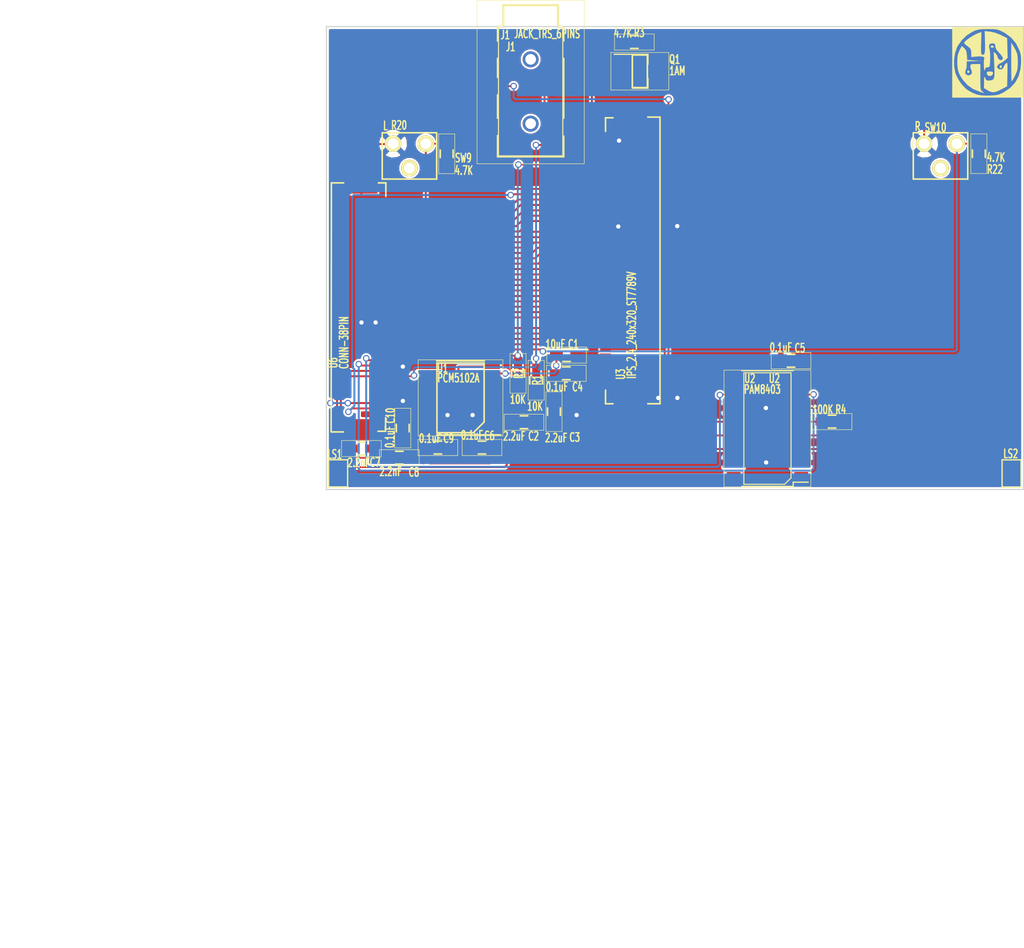
<source format=kicad_pcb>
(kicad_pcb (version 3) (host pcbnew "(22-Jun-2014 BZR 4027)-stable")

  (general
    (links 118)
    (no_connects 0)
    (area 215.880479 105.903559 281.004481 149.183561)
    (thickness 1.6)
    (drawings 6)
    (tracks 485)
    (zones 0)
    (modules 27)
    (nets 54)
  )

  (page A4)
  (layers
    (15 F.Cu signal)
    (0 B.Cu signal)
    (16 B.Adhes user)
    (17 F.Adhes user)
    (18 B.Paste user)
    (19 F.Paste user)
    (20 B.SilkS user)
    (21 F.SilkS user)
    (22 B.Mask user)
    (23 F.Mask user)
    (24 Dwgs.User user)
    (25 Cmts.User user)
    (26 Eco1.User user)
    (27 Eco2.User user)
    (28 Edge.Cuts user)
  )

  (setup
    (last_trace_width 0.18)
    (trace_clearance 0.17)
    (zone_clearance 0.18)
    (zone_45_only no)
    (trace_min 0.18)
    (segment_width 0.2)
    (edge_width 0.1)
    (via_size 0.6)
    (via_drill 0.4)
    (via_min_size 0.6)
    (via_min_drill 0.4)
    (uvia_size 0.6)
    (uvia_drill 0.4)
    (uvias_allowed no)
    (uvia_min_size 0.6)
    (uvia_min_drill 0.4)
    (pcb_text_width 0.3)
    (pcb_text_size 1.5 1.5)
    (mod_edge_width 0.15)
    (mod_text_size 1 1)
    (mod_text_width 0.15)
    (pad_size 2 3)
    (pad_drill 0)
    (pad_to_mask_clearance 0)
    (aux_axis_origin 0 0)
    (visible_elements 7FFFFFFF)
    (pcbplotparams
      (layerselection 536838145)
      (usegerberextensions false)
      (excludeedgelayer true)
      (linewidth 0.100000)
      (plotframeref false)
      (viasonmask false)
      (mode 1)
      (useauxorigin false)
      (hpglpennumber 1)
      (hpglpenspeed 20)
      (hpglpendiameter 15)
      (hpglpenoverlay 2)
      (psnegative false)
      (psa4output false)
      (plotreference true)
      (plotvalue true)
      (plotothertext true)
      (plotinvisibletext false)
      (padsonsilk false)
      (subtractmaskfromsilk false)
      (outputformat 1)
      (mirror false)
      (drillshape 0)
      (scaleselection 1)
      (outputdirectory gerber_20180502))
  )

  (net 0 "")
  (net 1 AUDIO_BCK)
  (net 2 AUDIO_DIN)
  (net 3 AUDIO_LRCK)
  (net 4 AUDIO_MUTE)
  (net 5 B2_3.3V)
  (net 6 B2_GND)
  (net 7 B2_INL)
  (net 8 B2_INR)
  (net 9 B2_OUTL)
  (net 10 B2_OUTR)
  (net 11 L)
  (net 12 LCD_CS)
  (net 13 LCD_DB0)
  (net 14 LCD_DB1)
  (net 15 LCD_DB10)
  (net 16 LCD_DB11)
  (net 17 LCD_DB12)
  (net 18 LCD_DB13)
  (net 19 LCD_DB14)
  (net 20 LCD_DB15)
  (net 21 LCD_DB2)
  (net 22 LCD_DB3)
  (net 23 LCD_DB4)
  (net 24 LCD_DB5)
  (net 25 LCD_DB6)
  (net 26 LCD_DB7)
  (net 27 LCD_DB8)
  (net 28 LCD_DB9)
  (net 29 LCD_ENABLE)
  (net 30 LCD_HSYNC)
  (net 31 LCD_PCLK)
  (net 32 LCD_RESET)
  (net 33 LCD_SCL)
  (net 34 LCD_SDI)
  (net 35 LCD_SDO)
  (net 36 LCD_VSYNC)
  (net 37 LED_K)
  (net 38 LED_PWM)
  (net 39 MUTE)
  (net 40 N-0000010)
  (net 41 N-00000144)
  (net 42 N-00000177)
  (net 43 N-000002)
  (net 44 N-000003)
  (net 45 N-000004)
  (net 46 N-0000048)
  (net 47 N-000008)
  (net 48 N-000009)
  (net 49 OUT_L+)
  (net 50 OUT_L-)
  (net 51 OUT_R+)
  (net 52 OUT_R-)
  (net 53 R)

  (net_class Default "This is the default net class."
    (clearance 0.17)
    (trace_width 0.18)
    (via_dia 0.6)
    (via_drill 0.4)
    (uvia_dia 0.6)
    (uvia_drill 0.4)
    (add_net "")
    (add_net AUDIO_BCK)
    (add_net AUDIO_DIN)
    (add_net AUDIO_LRCK)
    (add_net AUDIO_MUTE)
    (add_net B2_3.3V)
    (add_net B2_GND)
    (add_net B2_INL)
    (add_net B2_INR)
    (add_net B2_OUTL)
    (add_net B2_OUTR)
    (add_net L)
    (add_net LCD_CS)
    (add_net LCD_DB0)
    (add_net LCD_DB1)
    (add_net LCD_DB10)
    (add_net LCD_DB11)
    (add_net LCD_DB12)
    (add_net LCD_DB13)
    (add_net LCD_DB14)
    (add_net LCD_DB15)
    (add_net LCD_DB2)
    (add_net LCD_DB3)
    (add_net LCD_DB4)
    (add_net LCD_DB5)
    (add_net LCD_DB6)
    (add_net LCD_DB7)
    (add_net LCD_DB8)
    (add_net LCD_DB9)
    (add_net LCD_ENABLE)
    (add_net LCD_HSYNC)
    (add_net LCD_PCLK)
    (add_net LCD_RESET)
    (add_net LCD_SCL)
    (add_net LCD_SDI)
    (add_net LCD_SDO)
    (add_net LCD_VSYNC)
    (add_net LED_K)
    (add_net LED_PWM)
    (add_net MUTE)
    (add_net N-0000010)
    (add_net N-00000144)
    (add_net N-00000177)
    (add_net N-000002)
    (add_net N-000003)
    (add_net N-000004)
    (add_net N-0000048)
    (add_net N-000008)
    (add_net N-000009)
    (add_net OUT_L+)
    (add_net OUT_L-)
    (add_net OUT_R+)
    (add_net OUT_R-)
    (add_net R)
  )

  (module MyFT_TSSOP-20_4.4x6.5mm_Pitch0.65mm (layer F.Cu) (tedit 5AB7A9B0) (tstamp 5AB36F23)
    (at 228.44252 140.58392 180)
    (descr "20-Lead Plastic Thin Shrink Small Outline (ST)-4.4 mm Body [TSSOP] (see Microchip Packaging Specification 00000049BS.pdf)")
    (tags "SSOP 0.65")
    (path /5A001EC8)
    (attr smd)
    (fp_text reference U1 (at 1.67132 2.76352 180) (layer F.SilkS)
      (effects (font (size 0.8 0.5) (thickness 0.125)))
    )
    (fp_text value PCM5102A (at 0.19812 1.84912 180) (layer F.SilkS)
      (effects (font (size 0.8 0.5) (thickness 0.125)))
    )
    (fp_line (start -1.2 -3.25) (end 2.2 -3.25) (layer F.SilkS) (width 0.15))
    (fp_line (start 2.2 -3.25) (end 2.2 3.25) (layer F.SilkS) (width 0.15))
    (fp_line (start 2.2 3.25) (end -2.2 3.25) (layer F.SilkS) (width 0.15))
    (fp_line (start -2.2 3.25) (end -2.2 -2.25) (layer F.SilkS) (width 0.15))
    (fp_line (start -2.2 -2.25) (end -1.2 -3.25) (layer F.SilkS) (width 0.15))
    (fp_line (start -3.95 -3.55) (end -3.95 3.55) (layer F.SilkS) (width 0.05))
    (fp_line (start 3.95 -3.55) (end 3.95 3.55) (layer F.SilkS) (width 0.05))
    (fp_line (start -3.95 -3.55) (end 3.95 -3.55) (layer F.SilkS) (width 0.05))
    (fp_line (start -3.95 3.55) (end 3.95 3.55) (layer F.SilkS) (width 0.05))
    (fp_line (start -2.225 3.45) (end 2.225 3.45) (layer F.SilkS) (width 0.15))
    (fp_line (start -3.75 -3.45) (end 2.225 -3.45) (layer F.SilkS) (width 0.15))
    (pad 1 smd rect (at -2.95 -2.925 180) (size 1.45 0.45)
      (layers F.Cu F.Paste F.Mask)
      (net 5 B2_3.3V)
    )
    (pad 2 smd rect (at -2.95 -2.275 180) (size 1.45 0.45)
      (layers F.Cu F.Paste F.Mask)
      (net 43 N-000002)
    )
    (pad 3 smd rect (at -2.95 -1.625 180) (size 1.45 0.45)
      (layers F.Cu F.Paste F.Mask)
      (net 6 B2_GND)
    )
    (pad 4 smd rect (at -2.95 -0.975 180) (size 1.45 0.45)
      (layers F.Cu F.Paste F.Mask)
      (net 47 N-000008)
    )
    (pad 5 smd rect (at -2.95 -0.325 180) (size 1.45 0.45)
      (layers F.Cu F.Paste F.Mask)
      (net 48 N-000009)
    )
    (pad 6 smd rect (at -2.95 0.325 180) (size 1.45 0.45)
      (layers F.Cu F.Paste F.Mask)
      (net 44 N-000003)
    )
    (pad 7 smd rect (at -2.95 0.975 180) (size 1.45 0.45)
      (layers F.Cu F.Paste F.Mask)
      (net 45 N-000004)
    )
    (pad 8 smd rect (at -2.95 1.625 180) (size 1.45 0.45)
      (layers F.Cu F.Paste F.Mask)
      (net 5 B2_3.3V)
    )
    (pad 9 smd rect (at -2.95 2.275 180) (size 1.45 0.45)
      (layers F.Cu F.Paste F.Mask)
      (net 46 N-0000048)
    )
    (pad 10 smd rect (at -2.95 2.925 180) (size 1.45 0.45)
      (layers F.Cu F.Paste F.Mask)
      (net 5 B2_3.3V)
    )
    (pad 11 smd rect (at 2.95 2.925 180) (size 1.45 0.45)
      (layers F.Cu F.Paste F.Mask)
      (net 6 B2_GND)
    )
    (pad 12 smd rect (at 2.95 2.275 180) (size 1.45 0.45)
      (layers F.Cu F.Paste F.Mask)
      (net 5 B2_3.3V)
    )
    (pad 13 smd rect (at 2.95 1.625 180) (size 1.45 0.45)
      (layers F.Cu F.Paste F.Mask)
      (net 1 AUDIO_BCK)
    )
    (pad 14 smd rect (at 2.95 0.975 180) (size 1.45 0.45)
      (layers F.Cu F.Paste F.Mask)
      (net 2 AUDIO_DIN)
    )
    (pad 15 smd rect (at 2.95 0.325 180) (size 1.45 0.45)
      (layers F.Cu F.Paste F.Mask)
      (net 3 AUDIO_LRCK)
    )
    (pad 16 smd rect (at 2.95 -0.325 180) (size 1.45 0.45)
      (layers F.Cu F.Paste F.Mask)
      (net 6 B2_GND)
    )
    (pad 17 smd rect (at 2.95 -0.975 180) (size 1.45 0.45)
      (layers F.Cu F.Paste F.Mask)
      (net 4 AUDIO_MUTE)
    )
    (pad 18 smd rect (at 2.95 -1.625 180) (size 1.45 0.45)
      (layers F.Cu F.Paste F.Mask)
      (net 40 N-0000010)
    )
    (pad 19 smd rect (at 2.95 -2.275 180) (size 1.45 0.45)
      (layers F.Cu F.Paste F.Mask)
      (net 6 B2_GND)
    )
    (pad 20 smd rect (at 2.95 -2.925 180) (size 1.45 0.45)
      (layers F.Cu F.Paste F.Mask)
      (net 5 B2_3.3V)
    )
    (model Housings_SSOP.3dshapes/TSSOP-20_4.4x6.5mm_Pitch0.65mm.wrl
      (at (xyz 0 0 0))
      (scale (xyz 1 1 1))
      (rotate (xyz 0 0 0))
    )
  )

  (module MyFT_SOT-23_Handsoldering (layer F.Cu) (tedit 5AB7A801) (tstamp 5AB36FA0)
    (at 245.16588 110.12424)
    (descr "SOT-23, Handsoldering")
    (tags SOT-23)
    (path /5A0048DA)
    (attr smd)
    (fp_text reference Q1 (at 3.24612 -1.10744) (layer F.SilkS)
      (effects (font (size 0.8 0.5) (thickness 0.125)))
    )
    (fp_text value 1AM (at 3.50012 -0.04064) (layer F.SilkS)
      (effects (font (size 0.8 0.5) (thickness 0.125)))
    )
    (fp_line (start 0.76 1.58) (end 0.76 0.65) (layer F.SilkS) (width 0.12))
    (fp_line (start 0.76 -1.58) (end 0.76 -0.65) (layer F.SilkS) (width 0.12))
    (fp_line (start 0.7 -1.52) (end 0.7 1.52) (layer F.SilkS) (width 0.15))
    (fp_line (start -0.7 1.52) (end 0.7 1.52) (layer F.SilkS) (width 0.15))
    (fp_line (start -2.7 -1.75) (end 2.7 -1.75) (layer F.SilkS) (width 0.05))
    (fp_line (start 2.7 -1.75) (end 2.7 1.75) (layer F.SilkS) (width 0.05))
    (fp_line (start 2.7 1.75) (end -2.7 1.75) (layer F.SilkS) (width 0.05))
    (fp_line (start -2.7 1.75) (end -2.7 -1.75) (layer F.SilkS) (width 0.05))
    (fp_line (start 0.76 -1.58) (end -2.4 -1.58) (layer F.SilkS) (width 0.12))
    (fp_line (start -0.7 -1.52) (end 0.7 -1.52) (layer F.SilkS) (width 0.15))
    (fp_line (start -0.7 -1.52) (end -0.7 1.52) (layer F.SilkS) (width 0.15))
    (fp_line (start 0.76 1.58) (end -0.7 1.58) (layer F.SilkS) (width 0.12))
    (pad 1 smd rect (at -1.5 -0.95) (size 1.9 0.8)
      (layers F.Cu F.Paste F.Mask)
      (net 41 N-00000144)
    )
    (pad 2 smd rect (at -1.5 0.95) (size 1.9 0.8)
      (layers F.Cu F.Paste F.Mask)
      (net 37 LED_K)
    )
    (pad 3 smd rect (at 1.5 0) (size 1.9 0.8)
      (layers F.Cu F.Paste F.Mask)
      (net 6 B2_GND)
    )
    (model TO_SOT_Packages_SMD.3dshapes/SOT-23.wrl
      (at (xyz 0 0 0))
      (scale (xyz 1 1 1))
      (rotate (xyz 0 0 90))
    )
  )

  (module MyFT_SOP-16_4.4x10.4mm_Pitch1.27mm (layer F.Cu) (tedit 5AB7A760) (tstamp 5AB36FC2)
    (at 257.06578 143.4465 180)
    (descr "16-Lead Plastic Small Outline http://www.vishay.com/docs/49633/sg2098.pdf")
    (tags "SOP 1.27")
    (path /5A00B604)
    (attr smd)
    (fp_text reference U2 (at 1.64338 4.6609 180) (layer F.SilkS)
      (effects (font (size 0.8 0.5) (thickness 0.125)))
    )
    (fp_text value PAM8403 (at 0.47498 3.6449 180) (layer F.SilkS)
      (effects (font (size 0.8 0.5) (thickness 0.125)))
    )
    (fp_text user %R (at -0.64262 4.6609 180) (layer F.SilkS)
      (effects (font (size 0.8 0.5) (thickness 0.125)))
    )
    (fp_line (start -2.2 -4.6) (end -1.6 -5.2) (layer F.SilkS) (width 0.1))
    (fp_line (start -2.4 -5.4) (end -2.4 -5) (layer F.SilkS) (width 0.12))
    (fp_line (start -2.4 -5) (end -3.8 -5) (layer F.SilkS) (width 0.12))
    (fp_line (start -1.6 -5.2) (end 2.2 -5.2) (layer F.SilkS) (width 0.1))
    (fp_line (start 2.2 -5.2) (end 2.2 5.2) (layer F.SilkS) (width 0.1))
    (fp_line (start 2.2 5.2) (end -2.2 5.2) (layer F.SilkS) (width 0.1))
    (fp_line (start -2.2 5.2) (end -2.2 -4.6) (layer F.SilkS) (width 0.1))
    (fp_line (start -2.4 -5.4) (end 2.4 -5.4) (layer F.SilkS) (width 0.12))
    (fp_line (start -2.4 5.4) (end 2.4 5.4) (layer F.SilkS) (width 0.12))
    (fp_line (start -4.05 -5.45) (end 4.05 -5.45) (layer F.SilkS) (width 0.05))
    (fp_line (start -4.05 -5.45) (end -4.05 5.45) (layer F.SilkS) (width 0.05))
    (fp_line (start 4.05 5.45) (end 4.05 -5.45) (layer F.SilkS) (width 0.05))
    (fp_line (start 4.05 5.45) (end -4.05 5.45) (layer F.SilkS) (width 0.05))
    (pad 1 smd rect (at -3.15 -4.45 180) (size 1.3 0.8)
      (layers F.Cu F.Paste F.Mask)
      (net 49 OUT_L+)
    )
    (pad 2 smd rect (at -3.15 -3.17 180) (size 1.3 0.8)
      (layers F.Cu F.Paste F.Mask)
      (net 6 B2_GND)
    )
    (pad 3 smd rect (at -3.15 -1.91 180) (size 1.3 0.8)
      (layers F.Cu F.Paste F.Mask)
      (net 50 OUT_L-)
    )
    (pad 4 smd rect (at -3.15 -0.64 180) (size 1.3 0.8)
      (layers F.Cu F.Paste F.Mask)
      (net 5 B2_3.3V)
    )
    (pad 5 smd rect (at -3.15 0.64 180) (size 1.3 0.8)
      (layers F.Cu F.Paste F.Mask)
      (net 39 MUTE)
    )
    (pad 6 smd rect (at -3.15 1.91 180) (size 1.3 0.8)
      (layers F.Cu F.Paste F.Mask)
      (net 5 B2_3.3V)
    )
    (pad 7 smd rect (at -3.15 3.17 180) (size 1.3 0.8)
      (layers F.Cu F.Paste F.Mask)
      (net 7 B2_INL)
    )
    (pad 8 smd rect (at -3.15 4.45 180) (size 1.3 0.8)
      (layers F.Cu F.Paste F.Mask)
      (net 42 N-00000177)
    )
    (pad 9 smd rect (at 3.15 4.45 180) (size 1.3 0.8)
      (layers F.Cu F.Paste F.Mask)
      (net 6 B2_GND)
    )
    (pad 10 smd rect (at 3.15 3.17 180) (size 1.3 0.8)
      (layers F.Cu F.Paste F.Mask)
      (net 8 B2_INR)
    )
    (pad 11 smd rect (at 3.15 1.91 180) (size 1.3 0.8)
      (layers F.Cu F.Paste F.Mask)
      (net 6 B2_GND)
    )
    (pad 12 smd rect (at 3.15 0.64 180) (size 1.3 0.8)
      (layers F.Cu F.Paste F.Mask)
      (net 39 MUTE)
    )
    (pad 13 smd rect (at 3.15 -0.64 180) (size 1.3 0.8)
      (layers F.Cu F.Paste F.Mask)
      (net 5 B2_3.3V)
    )
    (pad 14 smd rect (at 3.15 -1.91 180) (size 1.3 0.8)
      (layers F.Cu F.Paste F.Mask)
      (net 52 OUT_R-)
    )
    (pad 15 smd rect (at 3.15 -3.17 180) (size 1.3 0.8)
      (layers F.Cu F.Paste F.Mask)
      (net 6 B2_GND)
    )
    (pad 16 smd rect (at 3.15 -4.45 180) (size 1.3 0.8)
      (layers F.Cu F.Paste F.Mask)
      (net 51 OUT_R+)
    )
    (model ${KISYS3DMOD}/Housings_SSOP.3dshapes/SOP-16_4.4x10.4mm_Pitch1.27mm.wrl
      (at (xyz 0 0 0))
      (scale (xyz 1 1 1))
      (rotate (xyz 0 0 0))
    )
  )

  (module MyFT_R_0603 (layer F.Cu) (tedit 5AB7A727) (tstamp 5AB36FED)
    (at 263.0932 142.7988 180)
    (descr "C 0603 Hand Soldering")
    (tags 0603)
    (path /5A08601E)
    (attr smd)
    (fp_text reference R4 (at -0.8128 1.1176 180) (layer F.SilkS)
      (effects (font (size 0.8 0.5) (thickness 0.125)))
    )
    (fp_text value 100K (at 0.8636 1.1176 180) (layer F.SilkS)
      (effects (font (size 0.8 0.5) (thickness 0.125)))
    )
    (fp_line (start -1.85 -0.75) (end 1.85 -0.75) (layer F.SilkS) (width 0.05))
    (fp_line (start -1.85 0.75) (end 1.85 0.75) (layer F.SilkS) (width 0.05))
    (fp_line (start -1.85 -0.75) (end -1.85 0.75) (layer F.SilkS) (width 0.05))
    (fp_line (start 1.85 -0.75) (end 1.85 0.75) (layer F.SilkS) (width 0.05))
    (fp_line (start -0.35 -0.6) (end 0.35 -0.6) (layer F.SilkS) (width 0.15))
    (fp_line (start 0.35 0.6) (end -0.35 0.6) (layer F.SilkS) (width 0.15))
    (pad 1 smd rect (at -0.95 0 180) (size 1.2 0.75)
      (layers F.Cu F.Paste F.Mask)
      (net 5 B2_3.3V)
    )
    (pad 2 smd rect (at 0.95 0 180) (size 1.2 0.75)
      (layers F.Cu F.Paste F.Mask)
      (net 39 MUTE)
    )
    (model Capacitors_SMD.3dshapes/C_0603_HandSoldering.wrl
      (at (xyz 0 0 0))
      (scale (xyz 1 1 1))
      (rotate (xyz 0 0 0))
    )
  )

  (module MyFT_R_0603 (layer F.Cu) (tedit 5AB7A817) (tstamp 5AB3C3FC)
    (at 244.6528 107.39628)
    (descr "C 0603 Hand Soldering")
    (tags 0603)
    (path /5A004A05)
    (attr smd)
    (fp_text reference R3 (at 0.4572 -0.86868) (layer F.SilkS)
      (effects (font (size 0.8 0.5) (thickness 0.125)))
    )
    (fp_text value 4.7K (at -1.0668 -0.81788) (layer F.SilkS)
      (effects (font (size 0.8 0.5) (thickness 0.125)))
    )
    (fp_line (start -1.85 -0.75) (end 1.85 -0.75) (layer F.SilkS) (width 0.05))
    (fp_line (start -1.85 0.75) (end 1.85 0.75) (layer F.SilkS) (width 0.05))
    (fp_line (start -1.85 -0.75) (end -1.85 0.75) (layer F.SilkS) (width 0.05))
    (fp_line (start 1.85 -0.75) (end 1.85 0.75) (layer F.SilkS) (width 0.05))
    (fp_line (start -0.35 -0.6) (end 0.35 -0.6) (layer F.SilkS) (width 0.15))
    (fp_line (start 0.35 0.6) (end -0.35 0.6) (layer F.SilkS) (width 0.15))
    (pad 1 smd rect (at -0.95 0) (size 1.2 0.75)
      (layers F.Cu F.Paste F.Mask)
      (net 41 N-00000144)
    )
    (pad 2 smd rect (at 0.95 0) (size 1.2 0.75)
      (layers F.Cu F.Paste F.Mask)
      (net 38 LED_PWM)
    )
    (model Capacitors_SMD.3dshapes/C_0603_HandSoldering.wrl
      (at (xyz 0 0 0))
      (scale (xyz 1 1 1))
      (rotate (xyz 0 0 0))
    )
  )

  (module MyFT_R_0603 (layer F.Cu) (tedit 5AE931C3) (tstamp 5AB370DD)
    (at 235.49864 138.94308 90)
    (descr "C 0603 Hand Soldering")
    (tags 0603)
    (path /5A0049EF)
    (attr smd)
    (fp_text reference R1 (at 0.0254 0.08636 90) (layer F.SilkS)
      (effects (font (size 0.8 0.5) (thickness 0.125)))
    )
    (fp_text value 10K (at -2.42824 -0.10668 180) (layer F.SilkS)
      (effects (font (size 0.8 0.5) (thickness 0.125)))
    )
    (fp_line (start -1.85 -0.75) (end 1.85 -0.75) (layer F.SilkS) (width 0.05))
    (fp_line (start -1.85 0.75) (end 1.85 0.75) (layer F.SilkS) (width 0.05))
    (fp_line (start -1.85 -0.75) (end -1.85 0.75) (layer F.SilkS) (width 0.05))
    (fp_line (start 1.85 -0.75) (end 1.85 0.75) (layer F.SilkS) (width 0.05))
    (fp_line (start -0.35 -0.6) (end 0.35 -0.6) (layer F.SilkS) (width 0.15))
    (fp_line (start 0.35 0.6) (end -0.35 0.6) (layer F.SilkS) (width 0.15))
    (pad 1 smd rect (at -0.95 0 90) (size 1.2 0.75)
      (layers F.Cu F.Paste F.Mask)
      (net 44 N-000003)
    )
    (pad 2 smd rect (at 0.95 0 90) (size 1.2 0.75)
      (layers F.Cu F.Paste F.Mask)
      (net 9 B2_OUTL)
    )
    (model Capacitors_SMD.3dshapes/C_0603_HandSoldering.wrl
      (at (xyz 0 0 0))
      (scale (xyz 1 1 1))
      (rotate (xyz 0 0 0))
    )
  )

  (module MyFT_R_0603 (layer F.Cu) (tedit 5AE931C8) (tstamp 5AB370E9)
    (at 233.807 138.303 90)
    (descr "C 0603 Hand Soldering")
    (tags 0603)
    (path /5A004A8E)
    (attr smd)
    (fp_text reference R2 (at -0.01016 0.07112 90) (layer F.SilkS)
      (effects (font (size 0.8 0.5) (thickness 0.125)))
    )
    (fp_text value 10K (at -2.42824 -0.01524 180) (layer F.SilkS)
      (effects (font (size 0.8 0.5) (thickness 0.125)))
    )
    (fp_line (start -1.85 -0.75) (end 1.85 -0.75) (layer F.SilkS) (width 0.05))
    (fp_line (start -1.85 0.75) (end 1.85 0.75) (layer F.SilkS) (width 0.05))
    (fp_line (start -1.85 -0.75) (end -1.85 0.75) (layer F.SilkS) (width 0.05))
    (fp_line (start 1.85 -0.75) (end 1.85 0.75) (layer F.SilkS) (width 0.05))
    (fp_line (start -0.35 -0.6) (end 0.35 -0.6) (layer F.SilkS) (width 0.15))
    (fp_line (start 0.35 0.6) (end -0.35 0.6) (layer F.SilkS) (width 0.15))
    (pad 1 smd rect (at -0.95 0 90) (size 1.2 0.75)
      (layers F.Cu F.Paste F.Mask)
      (net 45 N-000004)
    )
    (pad 2 smd rect (at 0.95 0 90) (size 1.2 0.75)
      (layers F.Cu F.Paste F.Mask)
      (net 10 B2_OUTR)
    )
    (model Capacitors_SMD.3dshapes/C_0603_HandSoldering.wrl
      (at (xyz 0 0 0))
      (scale (xyz 1 1 1))
      (rotate (xyz 0 0 0))
    )
  )

  (module MyFT_R_0603 (layer F.Cu) (tedit 5AB7A7CF) (tstamp 5AB3710D)
    (at 276.7838 117.81028 90)
    (descr "C 0603 Hand Soldering")
    (tags 0603)
    (path /5A1EAFE0)
    (attr smd)
    (fp_text reference R22 (at -1.46812 1.4986 180) (layer F.SilkS)
      (effects (font (size 0.8 0.5) (thickness 0.125)))
    )
    (fp_text value 4.7K (at -0.35052 1.6002 180) (layer F.SilkS)
      (effects (font (size 0.8 0.5) (thickness 0.125)))
    )
    (fp_line (start -1.85 -0.75) (end 1.85 -0.75) (layer F.SilkS) (width 0.05))
    (fp_line (start -1.85 0.75) (end 1.85 0.75) (layer F.SilkS) (width 0.05))
    (fp_line (start -1.85 -0.75) (end -1.85 0.75) (layer F.SilkS) (width 0.05))
    (fp_line (start 1.85 -0.75) (end 1.85 0.75) (layer F.SilkS) (width 0.05))
    (fp_line (start -0.35 -0.6) (end 0.35 -0.6) (layer F.SilkS) (width 0.15))
    (fp_line (start 0.35 0.6) (end -0.35 0.6) (layer F.SilkS) (width 0.15))
    (pad 1 smd rect (at -0.95 0 90) (size 1.2 0.75)
      (layers F.Cu F.Paste F.Mask)
      (net 5 B2_3.3V)
    )
    (pad 2 smd rect (at 0.95 0 90) (size 1.2 0.75)
      (layers F.Cu F.Paste F.Mask)
      (net 53 R)
    )
    (model Capacitors_SMD.3dshapes/C_0603_HandSoldering.wrl
      (at (xyz 0 0 0))
      (scale (xyz 1 1 1))
      (rotate (xyz 0 0 0))
    )
  )

  (module MyFT_R_0603 (layer F.Cu) (tedit 5AB7A879) (tstamp 5AB37119)
    (at 227.1522 117.82044 90)
    (descr "C 0603 Hand Soldering")
    (tags 0603)
    (path /5A1EAFDA)
    (attr smd)
    (fp_text reference R20 (at 2.65684 -4.445 180) (layer F.SilkS)
      (effects (font (size 0.8 0.5) (thickness 0.125)))
    )
    (fp_text value 4.7K (at -1.55956 1.6002 180) (layer F.SilkS)
      (effects (font (size 0.8 0.5) (thickness 0.125)))
    )
    (fp_line (start -1.85 -0.75) (end 1.85 -0.75) (layer F.SilkS) (width 0.05))
    (fp_line (start -1.85 0.75) (end 1.85 0.75) (layer F.SilkS) (width 0.05))
    (fp_line (start -1.85 -0.75) (end -1.85 0.75) (layer F.SilkS) (width 0.05))
    (fp_line (start 1.85 -0.75) (end 1.85 0.75) (layer F.SilkS) (width 0.05))
    (fp_line (start -0.35 -0.6) (end 0.35 -0.6) (layer F.SilkS) (width 0.15))
    (fp_line (start 0.35 0.6) (end -0.35 0.6) (layer F.SilkS) (width 0.15))
    (pad 1 smd rect (at -0.95 0 90) (size 1.2 0.75)
      (layers F.Cu F.Paste F.Mask)
      (net 5 B2_3.3V)
    )
    (pad 2 smd rect (at 0.95 0 90) (size 1.2 0.75)
      (layers F.Cu F.Paste F.Mask)
      (net 11 L)
    )
    (model Capacitors_SMD.3dshapes/C_0603_HandSoldering.wrl
      (at (xyz 0 0 0))
      (scale (xyz 1 1 1))
      (rotate (xyz 0 0 0))
    )
  )

  (module MyFT_PJ311_3.5mm (layer F.Cu) (tedit 5AB7A849) (tstamp 5AB3C590)
    (at 234.98048 112.81156)
    (descr "PJ311 6pin SMD 3.5mm stereo headphones jack.")
    (tags "headphones jack plug stereo 3.5mm PJ311")
    (path /5A07D9F4)
    (attr smd)
    (fp_text reference J1 (at -1.85928 -4.96316) (layer F.SilkS)
      (effects (font (size 0.8 0.5) (thickness 0.125)))
    )
    (fp_text value JACK_TRS_6PINS (at 1.54432 -6.18236) (layer F.SilkS)
      (effects (font (size 0.8 0.5) (thickness 0.125)))
    )
    (fp_line (start -3.1 3.3) (end -3.1 5.3) (layer F.SilkS) (width 0.12))
    (fp_line (start -3.1 5.3) (end 3.1 5.3) (layer F.SilkS) (width 0.12))
    (fp_line (start 3.1 5.3) (end 3.1 3.35) (layer F.SilkS) (width 0.12))
    (fp_line (start -3.1 -0.5) (end -3.1 1.7) (layer F.SilkS) (width 0.12))
    (fp_text user %R (at -2.36728 -6.08076) (layer F.SilkS)
      (effects (font (size 0.8 0.5) (thickness 0.125)))
    )
    (fp_line (start -3.1 -5.5) (end -3.1 -6.9) (layer F.SilkS) (width 0.12))
    (fp_line (start -3.1 -2.1) (end -3.1 -3.9) (layer F.SilkS) (width 0.12))
    (fp_line (start 3.1 -3.9) (end 3.1 1.7) (layer F.SilkS) (width 0.12))
    (fp_line (start 3.1 -6.9) (end 3.1 -5.5) (layer F.SilkS) (width 0.12))
    (fp_line (start -2.6 -6.9) (end -2.6 -8.9) (layer F.SilkS) (width 0.12))
    (fp_line (start -2.6 -8.9) (end 2.6 -8.9) (layer F.SilkS) (width 0.12))
    (fp_line (start 2.6 -8.9) (end 2.6 -6.9) (layer F.SilkS) (width 0.12))
    (fp_line (start 2.6 -6.9) (end 3.1 -6.9) (layer F.SilkS) (width 0.12))
    (fp_line (start -3.1 -6.9) (end -2.6 -6.9) (layer F.SilkS) (width 0.12))
    (fp_line (start -3 5.2) (end 3 5.2) (layer F.SilkS) (width 0.1))
    (fp_line (start 3 5.2) (end 3 -6.8) (layer F.SilkS) (width 0.1))
    (fp_line (start 3 -6.8) (end 2.5 -6.8) (layer F.SilkS) (width 0.1))
    (fp_line (start 2.5 -6.8) (end 2.5 -8.8) (layer F.SilkS) (width 0.1))
    (fp_line (start 2.5 -8.8) (end -2.5 -8.8) (layer F.SilkS) (width 0.1))
    (fp_line (start -2.5 -8.8) (end -2.5 -6.8) (layer F.SilkS) (width 0.1))
    (fp_line (start -2.5 -6.8) (end -3 -6.8) (layer F.SilkS) (width 0.1))
    (fp_line (start -3 -6.8) (end -3 5.2) (layer F.SilkS) (width 0.1))
    (fp_line (start -5 -9.31) (end 5 -9.31) (layer F.SilkS) (width 0.05))
    (fp_line (start -5 -9.31) (end -5 5.94) (layer F.SilkS) (width 0.05))
    (fp_line (start 5 5.94) (end 5 -9.31) (layer F.SilkS) (width 0.05))
    (fp_line (start -5 5.94) (end 5 5.94) (layer F.SilkS) (width 0.05))
    (pad 6 smd rect (at 3.5 2.5) (size 2 1.5)
      (layers F.Cu F.Paste F.Mask)
      (net 10 B2_OUTR)
    )
    (pad 2 smd rect (at -3.5 -1.3) (size 2 1.5)
      (layers F.Cu F.Paste F.Mask)
      (net 39 MUTE)
    )
    (pad 1 smd rect (at -3.5 -4.7) (size 2 1.5)
      (layers F.Cu F.Paste F.Mask)
      (net 6 B2_GND)
    )
    (pad 3 smd rect (at -3.5 2.5) (size 2 1.5)
      (layers F.Cu F.Paste F.Mask)
    )
    (pad 5 smd rect (at 3.5 -1.3) (size 2 1.5)
      (layers F.Cu F.Paste F.Mask)
      (net 9 B2_OUTL)
    )
    (pad "" thru_hole circle (at 0 -3.8) (size 1.5 1.5) (drill 1)
      (layers *.Cu *.Mask)
    )
    (pad "" thru_hole circle (at 0 2.2) (size 1.5 1.5) (drill 1)
      (layers *.Cu *.Mask)
    )
    (pad 4 smd rect (at 3.5 -4.7) (size 2 1.5)
      (layers F.Cu F.Paste F.Mask)
      (net 6 B2_GND)
    )
  )

  (module MyFT_FPC_45_0.5mm_Rev (layer F.Cu) (tedit 5AE951BB) (tstamp 5AB3903D)
    (at 241.96548 138.59256 90)
    (descr "FPC 45Pin 0.5mm Rev")
    (tags "FPC 45Pin 0.5mm Rev")
    (path /5A0030AE)
    (fp_text reference U3 (at 0.21336 1.41732 90) (layer F.SilkS)
      (effects (font (size 0.8 0.5) (thickness 0.125)))
    )
    (fp_text value IPS_2.4_240x320_ST7789V (at 4.78536 2.43332 90) (layer F.SilkS)
      (effects (font (size 0.8 0.5) (thickness 0.125)))
    )
    (fp_line (start -2.54 3.937) (end -2.54 5.08) (layer F.SilkS) (width 0.15))
    (fp_line (start -2.54 5.08) (end 24.1935 5.08) (layer F.SilkS) (width 0.15))
    (fp_line (start 24.1935 5.08) (end 24.1935 3.937) (layer F.SilkS) (width 0.15))
    (fp_line (start 24.13 0.7) (end 24.13 0) (layer F.SilkS) (width 0.15))
    (fp_line (start 24.13 0) (end 22.86 0) (layer F.SilkS) (width 0.15))
    (fp_line (start -1.27 0) (end -2.54 0) (layer F.SilkS) (width 0.15))
    (fp_line (start -2.54 0) (end -2.54 0.7) (layer F.SilkS) (width 0.15))
    (pad 1 smd trapezoid (at 0 0 90) (size 0.3 1)
      (layers F.Cu F.Paste F.Mask)
      (net 6 B2_GND)
    )
    (pad 2 smd trapezoid (at 0.5 0 90) (size 0.3 1)
      (layers F.Cu F.Paste F.Mask)
      (net 5 B2_3.3V)
    )
    (pad 3 smd trapezoid (at 1 0 90) (size 0.3 1)
      (layers F.Cu F.Paste F.Mask)
      (net 5 B2_3.3V)
    )
    (pad 4 smd trapezoid (at 1.5 0 90) (size 0.3 1)
      (layers F.Cu F.Paste F.Mask)
      (net 5 B2_3.3V)
    )
    (pad 5 smd trapezoid (at 2 0 90) (size 0.3 1)
      (layers F.Cu F.Paste F.Mask)
      (net 6 B2_GND)
    )
    (pad 6 smd trapezoid (at 2.5 0 90) (size 0.3 1)
      (layers F.Cu F.Paste F.Mask)
      (net 5 B2_3.3V)
    )
    (pad 7 smd trapezoid (at 3 0 90) (size 0.3 1)
      (layers F.Cu F.Paste F.Mask)
      (net 32 LCD_RESET)
    )
    (pad 8 smd trapezoid (at 3.5 0 90) (size 0.3 1)
      (layers F.Cu F.Paste F.Mask)
      (net 12 LCD_CS)
    )
    (pad 9 smd trapezoid (at 4 0 90) (size 0.3 1)
      (layers F.Cu F.Paste F.Mask)
      (net 33 LCD_SCL)
    )
    (pad 10 smd trapezoid (at 4.5 0 90) (size 0.3 1)
      (layers F.Cu F.Paste F.Mask)
      (net 5 B2_3.3V)
    )
    (pad 11 smd trapezoid (at 5 0 90) (size 0.3 1)
      (layers F.Cu F.Paste F.Mask)
      (net 5 B2_3.3V)
    )
    (pad 12 smd trapezoid (at 5.5 0 90) (size 0.3 1)
      (layers F.Cu F.Paste F.Mask)
      (net 36 LCD_VSYNC)
    )
    (pad 13 smd trapezoid (at 6 0 90) (size 0.3 1)
      (layers F.Cu F.Paste F.Mask)
      (net 30 LCD_HSYNC)
    )
    (pad 14 smd trapezoid (at 6.5 0 90) (size 0.3 1)
      (layers F.Cu F.Paste F.Mask)
      (net 29 LCD_ENABLE)
    )
    (pad 15 smd trapezoid (at 7 0 90) (size 0.3 1)
      (layers F.Cu F.Paste F.Mask)
      (net 31 LCD_PCLK)
    )
    (pad 16 smd trapezoid (at 7.5 0 90) (size 0.3 1)
      (layers F.Cu F.Paste F.Mask)
      (net 34 LCD_SDI)
    )
    (pad 17 smd trapezoid (at 8 0 90) (size 0.3 1)
      (layers F.Cu F.Paste F.Mask)
      (net 6 B2_GND)
    )
    (pad 18 smd trapezoid (at 8.5 0 90) (size 0.3 1)
      (layers F.Cu F.Paste F.Mask)
      (net 13 LCD_DB0)
    )
    (pad 19 smd trapezoid (at 9 0 90) (size 0.3 1)
      (layers F.Cu F.Paste F.Mask)
      (net 14 LCD_DB1)
    )
    (pad 20 smd trapezoid (at 9.5 0 90) (size 0.3 1)
      (layers F.Cu F.Paste F.Mask)
      (net 21 LCD_DB2)
    )
    (pad 21 smd trapezoid (at 10 0 90) (size 0.3 1)
      (layers F.Cu F.Paste F.Mask)
      (net 22 LCD_DB3)
    )
    (pad 22 smd trapezoid (at 10.5 0 90) (size 0.3 1)
      (layers F.Cu F.Paste F.Mask)
      (net 23 LCD_DB4)
    )
    (pad 23 smd trapezoid (at 11 0 90) (size 0.3 1)
      (layers F.Cu F.Paste F.Mask)
      (net 24 LCD_DB5)
    )
    (pad 24 smd trapezoid (at 11.5 0 90) (size 0.3 1)
      (layers F.Cu F.Paste F.Mask)
      (net 25 LCD_DB6)
    )
    (pad 25 smd trapezoid (at 12 0 90) (size 0.3 1)
      (layers F.Cu F.Paste F.Mask)
      (net 26 LCD_DB7)
    )
    (pad 26 smd trapezoid (at 12.5 0 90) (size 0.3 1)
      (layers F.Cu F.Paste F.Mask)
      (net 27 LCD_DB8)
    )
    (pad 27 smd trapezoid (at 13 0 90) (size 0.3 1)
      (layers F.Cu F.Paste F.Mask)
      (net 28 LCD_DB9)
    )
    (pad 28 smd trapezoid (at 13.5 0 90) (size 0.3 1)
      (layers F.Cu F.Paste F.Mask)
      (net 15 LCD_DB10)
    )
    (pad 29 smd trapezoid (at 14 0 90) (size 0.3 1)
      (layers F.Cu F.Paste F.Mask)
      (net 6 B2_GND)
    )
    (pad 30 smd trapezoid (at 14.5 0 90) (size 0.3 1)
      (layers F.Cu F.Paste F.Mask)
      (net 16 LCD_DB11)
    )
    (pad 31 smd trapezoid (at 15 0 90) (size 0.3 1)
      (layers F.Cu F.Paste F.Mask)
      (net 17 LCD_DB12)
    )
    (pad 32 smd trapezoid (at 15.5 0 90) (size 0.3 1)
      (layers F.Cu F.Paste F.Mask)
      (net 18 LCD_DB13)
    )
    (pad 33 smd trapezoid (at 16 0 90) (size 0.3 1)
      (layers F.Cu F.Paste F.Mask)
      (net 19 LCD_DB14)
    )
    (pad 34 smd trapezoid (at 16.5 0 90) (size 0.3 1)
      (layers F.Cu F.Paste F.Mask)
      (net 20 LCD_DB15)
    )
    (pad 35 smd trapezoid (at 17 0 90) (size 0.3 1)
      (layers F.Cu F.Paste F.Mask)
      (net 35 LCD_SDO)
    )
    (pad 36 smd trapezoid (at 17.5 0 90) (size 0.3 1)
      (layers F.Cu F.Paste F.Mask)
      (net 5 B2_3.3V)
    )
    (pad 37 smd trapezoid (at 18 0 90) (size 0.3 1)
      (layers F.Cu F.Paste F.Mask)
      (net 37 LED_K)
    )
    (pad 38 smd trapezoid (at 18.5 0 90) (size 0.3 1)
      (layers F.Cu F.Paste F.Mask)
      (net 37 LED_K)
    )
    (pad 39 smd trapezoid (at 19 0 90) (size 0.3 1)
      (layers F.Cu F.Paste F.Mask)
      (net 37 LED_K)
    )
    (pad 40 smd trapezoid (at 19.5 0 90) (size 0.3 1)
      (layers F.Cu F.Paste F.Mask)
      (net 37 LED_K)
    )
    (pad 41 smd trapezoid (at 20 0 90) (size 0.3 1)
      (layers F.Cu F.Paste F.Mask)
      (net 6 B2_GND)
    )
    (pad 42 smd trapezoid (at 20.5 0 90) (size 0.3 1)
      (layers F.Cu F.Paste F.Mask)
      (net 6 B2_GND)
    )
    (pad 43 smd trapezoid (at 21 0 90) (size 0.3 1)
      (layers F.Cu F.Paste F.Mask)
      (net 6 B2_GND)
    )
    (pad 44 smd trapezoid (at 21.5 0 90) (size 0.3 1)
      (layers F.Cu F.Paste F.Mask)
      (net 6 B2_GND)
    )
    (pad 45 smd trapezoid (at 22 0 90) (size 0.3 1)
      (layers F.Cu F.Paste F.Mask)
      (net 6 B2_GND)
    )
    (pad GND smd trapezoid (at -2 2.3 90) (size 2 3)
      (layers F.Cu F.Paste F.Mask)
      (net 6 B2_GND)
    )
    (pad GND smd trapezoid (at 24 2.3 90) (size 2 3)
      (layers F.Cu F.Paste F.Mask)
      (net 6 B2_GND)
    )
  )

  (module MyFT_C_0603 (layer F.Cu) (tedit 5AE931D8) (tstamp 5AB3747F)
    (at 219.19692 145.3134 180)
    (descr "0603 Hand Soldering")
    (tags 0603)
    (path /5A0054B8)
    (attr smd)
    (fp_text reference C7 (at -1.27508 -1.28524 180) (layer F.SilkS)
      (effects (font (size 0.8 0.5) (thickness 0.125)))
    )
    (fp_text value 2.2nF (at 0.254 -1.3208 180) (layer F.SilkS)
      (effects (font (size 0.8 0.5) (thickness 0.125)))
    )
    (fp_line (start -1.85 -0.75) (end 1.85 -0.75) (layer F.SilkS) (width 0.05))
    (fp_line (start -1.85 0.75) (end 1.85 0.75) (layer F.SilkS) (width 0.05))
    (fp_line (start -1.85 -0.75) (end -1.85 0.75) (layer F.SilkS) (width 0.05))
    (fp_line (start 1.85 -0.75) (end 1.85 0.75) (layer F.SilkS) (width 0.05))
    (fp_line (start -0.35 -0.6) (end 0.35 -0.6) (layer F.SilkS) (width 0.15))
    (fp_line (start 0.35 0.6) (end -0.35 0.6) (layer F.SilkS) (width 0.15))
    (pad 1 smd rect (at -0.95 0 180) (size 1.2 0.75)
      (layers F.Cu F.Paste F.Mask)
      (net 6 B2_GND)
    )
    (pad 2 smd rect (at 0.95 0 180) (size 1.2 0.75)
      (layers F.Cu F.Paste F.Mask)
      (net 9 B2_OUTL)
    )
    (model Capacitors_SMD.3dshapes/C_0603_HandSoldering.wrl
      (at (xyz 0 0 0))
      (scale (xyz 1 1 1))
      (rotate (xyz 0 0 0))
    )
  )

  (module MyFT_C_0603 (layer F.Cu) (tedit 5AB7A999) (tstamp 5AB374A3)
    (at 230.44404 145.21688)
    (descr "0603 Hand Soldering")
    (tags 0603)
    (path /5A003AED)
    (attr smd)
    (fp_text reference C6 (at 0.69596 -1.09728) (layer F.SilkS)
      (effects (font (size 0.8 0.5) (thickness 0.125)))
    )
    (fp_text value 0.1uF (at -0.92964 -1.14808) (layer F.SilkS)
      (effects (font (size 0.8 0.5) (thickness 0.125)))
    )
    (fp_line (start -1.85 -0.75) (end 1.85 -0.75) (layer F.SilkS) (width 0.05))
    (fp_line (start -1.85 0.75) (end 1.85 0.75) (layer F.SilkS) (width 0.05))
    (fp_line (start -1.85 -0.75) (end -1.85 0.75) (layer F.SilkS) (width 0.05))
    (fp_line (start 1.85 -0.75) (end 1.85 0.75) (layer F.SilkS) (width 0.05))
    (fp_line (start -0.35 -0.6) (end 0.35 -0.6) (layer F.SilkS) (width 0.15))
    (fp_line (start 0.35 0.6) (end -0.35 0.6) (layer F.SilkS) (width 0.15))
    (pad 1 smd rect (at -0.95 0) (size 1.2 0.75)
      (layers F.Cu F.Paste F.Mask)
      (net 6 B2_GND)
    )
    (pad 2 smd rect (at 0.95 0) (size 1.2 0.75)
      (layers F.Cu F.Paste F.Mask)
      (net 5 B2_3.3V)
    )
    (model Capacitors_SMD.3dshapes/C_0603_HandSoldering.wrl
      (at (xyz 0 0 0))
      (scale (xyz 1 1 1))
      (rotate (xyz 0 0 0))
    )
  )

  (module MyFT_C_0603 (layer F.Cu) (tedit 5AE931B4) (tstamp 5AB374AF)
    (at 234.36072 142.85976 180)
    (descr "0603 Hand Soldering")
    (tags 0603)
    (path /5A003D4A)
    (attr smd)
    (fp_text reference C2 (at -0.889 -1.30048 180) (layer F.SilkS)
      (effects (font (size 0.8 0.5) (thickness 0.125)))
    )
    (fp_text value 2.2uF (at 0.90932 -1.30048 180) (layer F.SilkS)
      (effects (font (size 0.8 0.5) (thickness 0.125)))
    )
    (fp_line (start -1.85 -0.75) (end 1.85 -0.75) (layer F.SilkS) (width 0.05))
    (fp_line (start -1.85 0.75) (end 1.85 0.75) (layer F.SilkS) (width 0.05))
    (fp_line (start -1.85 -0.75) (end -1.85 0.75) (layer F.SilkS) (width 0.05))
    (fp_line (start 1.85 -0.75) (end 1.85 0.75) (layer F.SilkS) (width 0.05))
    (fp_line (start -0.35 -0.6) (end 0.35 -0.6) (layer F.SilkS) (width 0.15))
    (fp_line (start 0.35 0.6) (end -0.35 0.6) (layer F.SilkS) (width 0.15))
    (pad 1 smd rect (at -0.95 0 180) (size 1.2 0.75)
      (layers F.Cu F.Paste F.Mask)
      (net 47 N-000008)
    )
    (pad 2 smd rect (at 0.95 0 180) (size 1.2 0.75)
      (layers F.Cu F.Paste F.Mask)
      (net 43 N-000002)
    )
    (model Capacitors_SMD.3dshapes/C_0603_HandSoldering.wrl
      (at (xyz 0 0 0))
      (scale (xyz 1 1 1))
      (rotate (xyz 0 0 0))
    )
  )

  (module MyFT_C_0603 (layer F.Cu) (tedit 5AE931B0) (tstamp 5AB374BB)
    (at 237.15472 141.86916 270)
    (descr "0603 Hand Soldering")
    (tags 0603)
    (path /5A004629)
    (attr smd)
    (fp_text reference C3 (at 2.39776 -1.93548 360) (layer F.SilkS)
      (effects (font (size 0.8 0.5) (thickness 0.125)))
    )
    (fp_text value 2.2uF (at 2.45364 -0.20828 360) (layer F.SilkS)
      (effects (font (size 0.8 0.5) (thickness 0.125)))
    )
    (fp_line (start -1.85 -0.75) (end 1.85 -0.75) (layer F.SilkS) (width 0.05))
    (fp_line (start -1.85 0.75) (end 1.85 0.75) (layer F.SilkS) (width 0.05))
    (fp_line (start -1.85 -0.75) (end -1.85 0.75) (layer F.SilkS) (width 0.05))
    (fp_line (start 1.85 -0.75) (end 1.85 0.75) (layer F.SilkS) (width 0.05))
    (fp_line (start -0.35 -0.6) (end 0.35 -0.6) (layer F.SilkS) (width 0.15))
    (fp_line (start 0.35 0.6) (end -0.35 0.6) (layer F.SilkS) (width 0.15))
    (pad 1 smd rect (at -0.95 0 270) (size 1.2 0.75)
      (layers F.Cu F.Paste F.Mask)
      (net 48 N-000009)
    )
    (pad 2 smd rect (at 0.95 0 270) (size 1.2 0.75)
      (layers F.Cu F.Paste F.Mask)
      (net 6 B2_GND)
    )
    (model Capacitors_SMD.3dshapes/C_0603_HandSoldering.wrl
      (at (xyz 0 0 0))
      (scale (xyz 1 1 1))
      (rotate (xyz 0 0 0))
    )
  )

  (module MyFT_C_0603 (layer F.Cu) (tedit 5AE931DD) (tstamp 5AB374C7)
    (at 222.7326 146.16684 180)
    (descr "0603 Hand Soldering")
    (tags 0603)
    (path /5A005557)
    (attr smd)
    (fp_text reference C8 (at -1.36652 -1.35636 180) (layer F.SilkS)
      (effects (font (size 0.8 0.5) (thickness 0.125)))
    )
    (fp_text value 2.2nF (at 0.80264 -1.30048 180) (layer F.SilkS)
      (effects (font (size 0.8 0.5) (thickness 0.125)))
    )
    (fp_line (start -1.85 -0.75) (end 1.85 -0.75) (layer F.SilkS) (width 0.05))
    (fp_line (start -1.85 0.75) (end 1.85 0.75) (layer F.SilkS) (width 0.05))
    (fp_line (start -1.85 -0.75) (end -1.85 0.75) (layer F.SilkS) (width 0.05))
    (fp_line (start 1.85 -0.75) (end 1.85 0.75) (layer F.SilkS) (width 0.05))
    (fp_line (start -0.35 -0.6) (end 0.35 -0.6) (layer F.SilkS) (width 0.15))
    (fp_line (start 0.35 0.6) (end -0.35 0.6) (layer F.SilkS) (width 0.15))
    (pad 1 smd rect (at -0.95 0 180) (size 1.2 0.75)
      (layers F.Cu F.Paste F.Mask)
      (net 6 B2_GND)
    )
    (pad 2 smd rect (at 0.95 0 180) (size 1.2 0.75)
      (layers F.Cu F.Paste F.Mask)
      (net 10 B2_OUTR)
    )
    (model Capacitors_SMD.3dshapes/C_0603_HandSoldering.wrl
      (at (xyz 0 0 0))
      (scale (xyz 1 1 1))
      (rotate (xyz 0 0 0))
    )
  )

  (module MyFT_C_0603 (layer F.Cu) (tedit 5AB7A8C6) (tstamp 5AB374D3)
    (at 238.33328 136.59104)
    (descr "0603 Hand Soldering")
    (tags 0603)
    (path /5A005901)
    (attr smd)
    (fp_text reference C1 (at 0.62992 -1.00584) (layer F.SilkS)
      (effects (font (size 0.8 0.5) (thickness 0.125)))
    )
    (fp_text value 10uF (at -1.04648 -1.00584) (layer F.SilkS)
      (effects (font (size 0.8 0.5) (thickness 0.125)))
    )
    (fp_line (start -1.85 -0.75) (end 1.85 -0.75) (layer F.SilkS) (width 0.05))
    (fp_line (start -1.85 0.75) (end 1.85 0.75) (layer F.SilkS) (width 0.05))
    (fp_line (start -1.85 -0.75) (end -1.85 0.75) (layer F.SilkS) (width 0.05))
    (fp_line (start 1.85 -0.75) (end 1.85 0.75) (layer F.SilkS) (width 0.05))
    (fp_line (start -0.35 -0.6) (end 0.35 -0.6) (layer F.SilkS) (width 0.15))
    (fp_line (start 0.35 0.6) (end -0.35 0.6) (layer F.SilkS) (width 0.15))
    (pad 1 smd rect (at -0.95 0) (size 1.2 0.75)
      (layers F.Cu F.Paste F.Mask)
      (net 46 N-0000048)
    )
    (pad 2 smd rect (at 0.95 0) (size 1.2 0.75)
      (layers F.Cu F.Paste F.Mask)
      (net 6 B2_GND)
    )
    (model Capacitors_SMD.3dshapes/C_0603_HandSoldering.wrl
      (at (xyz 0 0 0))
      (scale (xyz 1 1 1))
      (rotate (xyz 0 0 0))
    )
  )

  (module MyFT_C_0603 (layer F.Cu) (tedit 5AE931A5) (tstamp 5AB374DF)
    (at 238.30788 138.29284)
    (descr "0603 Hand Soldering")
    (tags 0603)
    (path /5A0059B4)
    (attr smd)
    (fp_text reference C4 (at 1.04648 1.28016) (layer F.SilkS)
      (effects (font (size 0.8 0.5) (thickness 0.125)))
    )
    (fp_text value 0.1uF (at -0.87376 1.26492) (layer F.SilkS)
      (effects (font (size 0.8 0.5) (thickness 0.125)))
    )
    (fp_line (start -1.85 -0.75) (end 1.85 -0.75) (layer F.SilkS) (width 0.05))
    (fp_line (start -1.85 0.75) (end 1.85 0.75) (layer F.SilkS) (width 0.05))
    (fp_line (start -1.85 -0.75) (end -1.85 0.75) (layer F.SilkS) (width 0.05))
    (fp_line (start 1.85 -0.75) (end 1.85 0.75) (layer F.SilkS) (width 0.05))
    (fp_line (start -0.35 -0.6) (end 0.35 -0.6) (layer F.SilkS) (width 0.15))
    (fp_line (start 0.35 0.6) (end -0.35 0.6) (layer F.SilkS) (width 0.15))
    (pad 1 smd rect (at -0.95 0) (size 1.2 0.75)
      (layers F.Cu F.Paste F.Mask)
      (net 46 N-0000048)
    )
    (pad 2 smd rect (at 0.95 0) (size 1.2 0.75)
      (layers F.Cu F.Paste F.Mask)
      (net 6 B2_GND)
    )
    (model Capacitors_SMD.3dshapes/C_0603_HandSoldering.wrl
      (at (xyz 0 0 0))
      (scale (xyz 1 1 1))
      (rotate (xyz 0 0 0))
    )
  )

  (module MyFT_C_0603 (layer F.Cu) (tedit 5AE931E7) (tstamp 5AB374EB)
    (at 223.05264 143.40332 270)
    (descr "0603 Hand Soldering")
    (tags 0603)
    (path /5A008CFA)
    (attr smd)
    (fp_text reference C10 (at -1.16332 1.13792 270) (layer F.SilkS)
      (effects (font (size 0.8 0.5) (thickness 0.125)))
    )
    (fp_text value 0.1uF (at 0.8128 1.1938 270) (layer F.SilkS)
      (effects (font (size 0.8 0.5) (thickness 0.125)))
    )
    (fp_line (start -1.85 -0.75) (end 1.85 -0.75) (layer F.SilkS) (width 0.05))
    (fp_line (start -1.85 0.75) (end 1.85 0.75) (layer F.SilkS) (width 0.05))
    (fp_line (start -1.85 -0.75) (end -1.85 0.75) (layer F.SilkS) (width 0.05))
    (fp_line (start 1.85 -0.75) (end 1.85 0.75) (layer F.SilkS) (width 0.05))
    (fp_line (start -0.35 -0.6) (end 0.35 -0.6) (layer F.SilkS) (width 0.15))
    (fp_line (start 0.35 0.6) (end -0.35 0.6) (layer F.SilkS) (width 0.15))
    (pad 1 smd rect (at -0.95 0 270) (size 1.2 0.75)
      (layers F.Cu F.Paste F.Mask)
      (net 40 N-0000010)
    )
    (pad 2 smd rect (at 0.95 0 270) (size 1.2 0.75)
      (layers F.Cu F.Paste F.Mask)
      (net 6 B2_GND)
    )
    (model Capacitors_SMD.3dshapes/C_0603_HandSoldering.wrl
      (at (xyz 0 0 0))
      (scale (xyz 1 1 1))
      (rotate (xyz 0 0 0))
    )
  )

  (module MyFT_C_0603 (layer F.Cu) (tedit 5AB7A9CC) (tstamp 5AB374F7)
    (at 226.32924 145.21688 180)
    (descr "0603 Hand Soldering")
    (tags 0603)
    (path /5A009003)
    (attr smd)
    (fp_text reference C9 (at -1.00076 0.84328 180) (layer F.SilkS)
      (effects (font (size 0.8 0.5) (thickness 0.125)))
    )
    (fp_text value 0.1uF (at 0.72644 0.84328 180) (layer F.SilkS)
      (effects (font (size 0.8 0.5) (thickness 0.125)))
    )
    (fp_line (start -1.85 -0.75) (end 1.85 -0.75) (layer F.SilkS) (width 0.05))
    (fp_line (start -1.85 0.75) (end 1.85 0.75) (layer F.SilkS) (width 0.05))
    (fp_line (start -1.85 -0.75) (end -1.85 0.75) (layer F.SilkS) (width 0.05))
    (fp_line (start 1.85 -0.75) (end 1.85 0.75) (layer F.SilkS) (width 0.05))
    (fp_line (start -0.35 -0.6) (end 0.35 -0.6) (layer F.SilkS) (width 0.15))
    (fp_line (start 0.35 0.6) (end -0.35 0.6) (layer F.SilkS) (width 0.15))
    (pad 1 smd rect (at -0.95 0 180) (size 1.2 0.75)
      (layers F.Cu F.Paste F.Mask)
      (net 6 B2_GND)
    )
    (pad 2 smd rect (at 0.95 0 180) (size 1.2 0.75)
      (layers F.Cu F.Paste F.Mask)
      (net 5 B2_3.3V)
    )
    (model Capacitors_SMD.3dshapes/C_0603_HandSoldering.wrl
      (at (xyz 0 0 0))
      (scale (xyz 1 1 1))
      (rotate (xyz 0 0 0))
    )
  )

  (module MyFT_C_0603 (layer F.Cu) (tedit 5AB7A75D) (tstamp 5AB37503)
    (at 259.26542 137.1219 180)
    (descr "0603 Hand Soldering")
    (tags 0603)
    (path /5A00E6BA)
    (attr smd)
    (fp_text reference C5 (at -0.83058 1.1811 180) (layer F.SilkS)
      (effects (font (size 0.8 0.5) (thickness 0.125)))
    )
    (fp_text value 0.1uF (at 0.94742 1.2319 180) (layer F.SilkS)
      (effects (font (size 0.8 0.5) (thickness 0.125)))
    )
    (fp_line (start -1.85 -0.75) (end 1.85 -0.75) (layer F.SilkS) (width 0.05))
    (fp_line (start -1.85 0.75) (end 1.85 0.75) (layer F.SilkS) (width 0.05))
    (fp_line (start -1.85 -0.75) (end -1.85 0.75) (layer F.SilkS) (width 0.05))
    (fp_line (start 1.85 -0.75) (end 1.85 0.75) (layer F.SilkS) (width 0.05))
    (fp_line (start -0.35 -0.6) (end 0.35 -0.6) (layer F.SilkS) (width 0.15))
    (fp_line (start 0.35 0.6) (end -0.35 0.6) (layer F.SilkS) (width 0.15))
    (pad 1 smd rect (at -0.95 0 180) (size 1.2 0.75)
      (layers F.Cu F.Paste F.Mask)
      (net 42 N-00000177)
    )
    (pad 2 smd rect (at 0.95 0 180) (size 1.2 0.75)
      (layers F.Cu F.Paste F.Mask)
      (net 6 B2_GND)
    )
    (model Capacitors_SMD.3dshapes/C_0603_HandSoldering.wrl
      (at (xyz 0 0 0))
      (scale (xyz 1 1 1))
      (rotate (xyz 0 0 0))
    )
  )

  (module GS2 (layer F.Cu) (tedit 5AE950AF) (tstamp 5AB37518)
    (at 279.83688 147.63496 180)
    (descr "Pontet Goute de soudure")
    (path /5A01F987)
    (attr virtual)
    (fp_text reference LS2 (at 0.08128 1.83896 180) (layer F.SilkS)
      (effects (font (size 0.8 0.5) (thickness 0.125)))
    )
    (fp_text value SPEAKER_L (at 3.0734 -0.95504 180) (layer F.SilkS) hide
      (effects (font (size 0.8 0.5) (thickness 0.125)))
    )
    (fp_line (start -0.889 -1.27) (end -0.889 1.27) (layer F.SilkS) (width 0.127))
    (fp_line (start 0.889 1.27) (end 0.889 -1.27) (layer F.SilkS) (width 0.127))
    (fp_line (start 0.889 1.27) (end -0.889 1.27) (layer F.SilkS) (width 0.127))
    (fp_line (start -0.889 -1.27) (end 0.889 -1.27) (layer F.SilkS) (width 0.127))
    (pad 1 smd rect (at 0 -0.635 180) (size 1.27 0.9652)
      (layers F.Cu F.Paste F.Mask)
      (net 49 OUT_L+)
    )
    (pad 2 smd rect (at 0 0.635 180) (size 1.27 0.9652)
      (layers F.Cu F.Paste F.Mask)
      (net 50 OUT_L-)
    )
  )

  (module GS2 (layer F.Cu) (tedit 5AB7AA51) (tstamp 5AB37522)
    (at 217.02268 147.62988 180)
    (descr "Pontet Goute de soudure")
    (path /5A01FA5B)
    (attr virtual)
    (fp_text reference LS1 (at 0.30988 1.78308 180) (layer F.SilkS)
      (effects (font (size 0.8 0.5) (thickness 0.125)))
    )
    (fp_text value SPEAKER_R (at -3.04292 -0.96012 180) (layer F.SilkS) hide
      (effects (font (size 0.8 0.5) (thickness 0.125)))
    )
    (fp_line (start -0.889 -1.27) (end -0.889 1.27) (layer F.SilkS) (width 0.127))
    (fp_line (start 0.889 1.27) (end 0.889 -1.27) (layer F.SilkS) (width 0.127))
    (fp_line (start 0.889 1.27) (end -0.889 1.27) (layer F.SilkS) (width 0.127))
    (fp_line (start -0.889 -1.27) (end 0.889 -1.27) (layer F.SilkS) (width 0.127))
    (pad 1 smd rect (at 0 -0.635 180) (size 1.27 0.9652)
      (layers F.Cu F.Paste F.Mask)
      (net 51 OUT_R+)
    )
    (pad 2 smd rect (at 0 0.635 180) (size 1.27 0.9652)
      (layers F.Cu F.Paste F.Mask)
      (net 52 OUT_R-)
    )
  )

  (module MyFT_4.5x4.5_TS-026-3 (layer F.Cu) (tedit 5AB7A86F) (tstamp 5AB37543)
    (at 223.67748 119.16156 270)
    (descr TS-026-3)
    (tags TS-026-3)
    (path /5A20321F)
    (attr smd)
    (fp_text reference SW9 (at -0.94996 -5.02412 360) (layer F.SilkS)
      (effects (font (size 0.8 0.5) (thickness 0.125)))
    )
    (fp_text value L (at -3.94716 2.24028 360) (layer F.SilkS)
      (effects (font (size 0.8 0.5) (thickness 0.125)))
    )
    (fp_line (start -3.302 -2.54) (end -3.302 2.54) (layer F.SilkS) (width 0.15))
    (fp_line (start -3.302 2.54) (end 1.016 2.54) (layer F.SilkS) (width 0.15))
    (fp_line (start 1.016 2.54) (end 1.016 -2.54) (layer F.SilkS) (width 0.15))
    (fp_line (start 1.016 -2.54) (end -3.302 -2.54) (layer F.SilkS) (width 0.15))
    (pad 2 thru_hole circle (at -2.286 1.524 270) (size 1.55 1.55) (drill 1)
      (layers *.Cu *.Mask F.SilkS)
      (net 6 B2_GND)
    )
    (pad 1 thru_hole circle (at -2.286 -1.524 270) (size 1.55 1.55) (drill 1)
      (layers *.Cu *.Mask F.SilkS)
      (net 11 L)
    )
    (pad 3 thru_hole circle (at 0 0 270) (size 1.55 1.55) (drill 1)
      (layers *.Cu *.Mask F.SilkS)
    )
    (model Buttons_Switches_SMD.3dshapes/SW_SPST_PTS645.wrl
      (at (xyz 0 0 0))
      (scale (xyz 1 1 1))
      (rotate (xyz 0 0 0))
    )
  )

  (module MyFT_4.5x4.5_TS-026-3 (layer F.Cu) (tedit 5AB7A7BC) (tstamp 5AB3754E)
    (at 273.20748 119.16156 270)
    (descr TS-026-3)
    (tags TS-026-3)
    (path /5A2037A6)
    (attr smd)
    (fp_text reference SW10 (at -3.79476 0.46228 360) (layer F.SilkS)
      (effects (font (size 0.8 0.5) (thickness 0.125)))
    )
    (fp_text value R (at -3.89636 2.13868 360) (layer F.SilkS)
      (effects (font (size 0.8 0.5) (thickness 0.125)))
    )
    (fp_line (start -3.302 -2.54) (end -3.302 2.54) (layer F.SilkS) (width 0.15))
    (fp_line (start -3.302 2.54) (end 1.016 2.54) (layer F.SilkS) (width 0.15))
    (fp_line (start 1.016 2.54) (end 1.016 -2.54) (layer F.SilkS) (width 0.15))
    (fp_line (start 1.016 -2.54) (end -3.302 -2.54) (layer F.SilkS) (width 0.15))
    (pad 2 thru_hole circle (at -2.286 1.524 270) (size 1.55 1.55) (drill 1)
      (layers *.Cu *.Mask F.SilkS)
      (net 6 B2_GND)
    )
    (pad 1 thru_hole circle (at -2.286 -1.524 270) (size 1.55 1.55) (drill 1)
      (layers *.Cu *.Mask F.SilkS)
      (net 53 R)
    )
    (pad 3 thru_hole circle (at 0 0 270) (size 1.55 1.55) (drill 1)
      (layers *.Cu *.Mask F.SilkS)
    )
    (model Buttons_Switches_SMD.3dshapes/SW_SPST_PTS645.wrl
      (at (xyz 0 0 0))
      (scale (xyz 1 1 1))
      (rotate (xyz 0 0 0))
    )
  )

  (module MyFT_FPC_38_0.5mm (layer F.Cu) (tedit 5AE951C4) (tstamp 5AB4C982)
    (at 221.45244 119.56796 270)
    (descr "FPC 38Pin 0.5mm")
    (tags "FPC 38Pin 0.5mm")
    (path /5AB3828B)
    (fp_text reference U6 (at 17.74444 4.89204 270) (layer F.SilkS)
      (effects (font (size 0.8 0.5) (thickness 0.125)))
    )
    (fp_text value CONN-38PIN (at 15.86484 3.87604 270) (layer F.SilkS)
      (effects (font (size 0.8 0.5) (thickness 0.125)))
    )
    (fp_line (start 0.9652 5.0546) (end 24.1808 5.08) (layer F.SilkS) (width 0.15))
    (fp_line (start 0.9652 3.9116) (end 0.9652 5.0546) (layer F.SilkS) (width 0.15))
    (fp_line (start 24.1935 5.08) (end 24.1935 3.937) (layer F.SilkS) (width 0.15))
    (fp_line (start 24.13 0.7) (end 24.13 0) (layer F.SilkS) (width 0.15))
    (fp_line (start 24.13 0) (end 22.86 0) (layer F.SilkS) (width 0.15))
    (fp_line (start 2.2352 -0.0254) (end 0.9652 -0.0254) (layer F.SilkS) (width 0.15))
    (fp_line (start 0.9652 -0.0254) (end 0.9652 0.6746) (layer F.SilkS) (width 0.15))
    (pad 38 smd trapezoid (at 3.5 0 270) (size 0.3 1)
      (layers F.Cu F.Paste F.Mask)
      (net 20 LCD_DB15)
    )
    (pad 37 smd trapezoid (at 4 0 270) (size 0.3 1)
      (layers F.Cu F.Paste F.Mask)
      (net 19 LCD_DB14)
    )
    (pad 36 smd trapezoid (at 4.5 0 270) (size 0.3 1)
      (layers F.Cu F.Paste F.Mask)
      (net 18 LCD_DB13)
    )
    (pad 35 smd trapezoid (at 5 0 270) (size 0.3 1)
      (layers F.Cu F.Paste F.Mask)
      (net 17 LCD_DB12)
    )
    (pad 34 smd trapezoid (at 5.5 0 270) (size 0.3 1)
      (layers F.Cu F.Paste F.Mask)
      (net 16 LCD_DB11)
    )
    (pad 33 smd trapezoid (at 6 0 270) (size 0.3 1)
      (layers F.Cu F.Paste F.Mask)
      (net 15 LCD_DB10)
    )
    (pad 32 smd trapezoid (at 6.5 0 270) (size 0.3 1)
      (layers F.Cu F.Paste F.Mask)
      (net 28 LCD_DB9)
    )
    (pad 31 smd trapezoid (at 7 0 270) (size 0.3 1)
      (layers F.Cu F.Paste F.Mask)
      (net 27 LCD_DB8)
    )
    (pad 30 smd trapezoid (at 7.5 0 270) (size 0.3 1)
      (layers F.Cu F.Paste F.Mask)
      (net 26 LCD_DB7)
    )
    (pad 29 smd trapezoid (at 8 0 270) (size 0.3 1)
      (layers F.Cu F.Paste F.Mask)
      (net 25 LCD_DB6)
    )
    (pad 28 smd trapezoid (at 8.5 0 270) (size 0.3 1)
      (layers F.Cu F.Paste F.Mask)
      (net 24 LCD_DB5)
    )
    (pad 27 smd trapezoid (at 9 0 270) (size 0.3 1)
      (layers F.Cu F.Paste F.Mask)
      (net 23 LCD_DB4)
    )
    (pad 26 smd trapezoid (at 9.5 0 270) (size 0.3 1)
      (layers F.Cu F.Paste F.Mask)
      (net 22 LCD_DB3)
    )
    (pad 25 smd trapezoid (at 10 0 270) (size 0.3 1)
      (layers F.Cu F.Paste F.Mask)
      (net 21 LCD_DB2)
    )
    (pad 24 smd trapezoid (at 10.5 0 270) (size 0.3 1)
      (layers F.Cu F.Paste F.Mask)
      (net 14 LCD_DB1)
    )
    (pad 23 smd trapezoid (at 11 0 270) (size 0.3 1)
      (layers F.Cu F.Paste F.Mask)
      (net 13 LCD_DB0)
    )
    (pad 22 smd trapezoid (at 11.5 0 270) (size 0.3 1)
      (layers F.Cu F.Paste F.Mask)
      (net 34 LCD_SDI)
    )
    (pad 21 smd trapezoid (at 12 0 270) (size 0.3 1)
      (layers F.Cu F.Paste F.Mask)
      (net 31 LCD_PCLK)
    )
    (pad 20 smd trapezoid (at 12.5 0 270) (size 0.3 1)
      (layers F.Cu F.Paste F.Mask)
      (net 29 LCD_ENABLE)
    )
    (pad 19 smd trapezoid (at 13 0 270) (size 0.3 1)
      (layers F.Cu F.Paste F.Mask)
      (net 30 LCD_HSYNC)
    )
    (pad 18 smd trapezoid (at 13.5 0 270) (size 0.3 1)
      (layers F.Cu F.Paste F.Mask)
      (net 36 LCD_VSYNC)
    )
    (pad 17 smd trapezoid (at 14 0 270) (size 0.3 1)
      (layers F.Cu F.Paste F.Mask)
      (net 6 B2_GND)
    )
    (pad 16 smd trapezoid (at 14.5 0 270) (size 0.3 1)
      (layers F.Cu F.Paste F.Mask)
      (net 5 B2_3.3V)
    )
    (pad 15 smd trapezoid (at 15 0 270) (size 0.3 1)
      (layers F.Cu F.Paste F.Mask)
      (net 33 LCD_SCL)
    )
    (pad 14 smd trapezoid (at 15.5 0 270) (size 0.3 1)
      (layers F.Cu F.Paste F.Mask)
      (net 12 LCD_CS)
    )
    (pad 13 smd trapezoid (at 16 0 270) (size 0.3 1)
      (layers F.Cu F.Paste F.Mask)
      (net 32 LCD_RESET)
    )
    (pad 12 smd trapezoid (at 16.5 0 270) (size 0.3 1)
      (layers F.Cu F.Paste F.Mask)
      (net 53 R)
    )
    (pad 11 smd trapezoid (at 17 0 270) (size 0.3 1)
      (layers F.Cu F.Paste F.Mask)
      (net 11 L)
    )
    (pad 10 smd trapezoid (at 17.5 0 270) (size 0.3 1)
      (layers F.Cu F.Paste F.Mask)
      (net 8 B2_INR)
    )
    (pad 9 smd trapezoid (at 18 0 270) (size 0.3 1)
      (layers F.Cu F.Paste F.Mask)
      (net 7 B2_INL)
    )
    (pad 8 smd trapezoid (at 18.5 0 270) (size 0.3 1)
      (layers F.Cu F.Paste F.Mask)
      (net 10 B2_OUTR)
    )
    (pad 7 smd trapezoid (at 19 0 270) (size 0.3 1)
      (layers F.Cu F.Paste F.Mask)
      (net 9 B2_OUTL)
    )
    (pad 6 smd trapezoid (at 19.5 0 270) (size 0.3 1)
      (layers F.Cu F.Paste F.Mask)
      (net 1 AUDIO_BCK)
    )
    (pad 5 smd trapezoid (at 20 0 270) (size 0.3 1)
      (layers F.Cu F.Paste F.Mask)
      (net 2 AUDIO_DIN)
    )
    (pad 4 smd trapezoid (at 20.5 0 270) (size 0.3 1)
      (layers F.Cu F.Paste F.Mask)
      (net 3 AUDIO_LRCK)
    )
    (pad 3 smd trapezoid (at 21 0 270) (size 0.3 1)
      (layers F.Cu F.Paste F.Mask)
      (net 4 AUDIO_MUTE)
    )
    (pad 2 smd trapezoid (at 21.5 0 270) (size 0.3 1)
      (layers F.Cu F.Paste F.Mask)
      (net 38 LED_PWM)
    )
    (pad 1 smd trapezoid (at 22 0 270) (size 0.3 1)
      (layers F.Cu F.Paste F.Mask)
      (net 35 LCD_SDO)
    )
    (pad 39 smd trapezoid (at 0.9652 2.2606 270) (size 2 3)
      (layers F.Cu F.Paste F.Mask)
      (net 6 B2_GND)
    )
    (pad GND smd trapezoid (at 24 2.3 270) (size 2 3)
      (layers F.Cu F.Paste F.Mask)
      (net 6 B2_GND)
    )
  )

  (module MyFT_Handmade01_160x120 (layer F.Cu) (tedit 5AE950DE) (tstamp 5AE93CE5)
    (at 277.60168 109.28096)
    (fp_text reference REF** (at -4.83108 -1.26492) (layer F.SilkS) hide
      (effects (font (size 0.8 0.5) (thickness 0.125)))
    )
    (fp_text value VAL** (at -4.90728 -2.40792) (layer F.SilkS) hide
      (effects (font (size 0.8 0.5) (thickness 0.125)))
    )
    (fp_poly (pts (xy 3.302 3.302) (xy 3.1242 3.302) (xy 3.1242 -0.29718) (xy 3.10134 -0.61468)
      (xy 3.04038 -0.89662) (xy 2.9591 -1.1303) (xy 2.63144 -1.77546) (xy 2.17678 -2.31394)
      (xy 1.60274 -2.73304) (xy 1.48336 -2.794) (xy 1.21412 -2.92862) (xy 0.99822 -3.01498)
      (xy 0.78232 -3.06324) (xy 0.51562 -3.0861) (xy 0.14986 -3.09118) (xy 0.00762 -3.09118)
      (xy -0.4191 -3.0861) (xy -0.7239 -3.06578) (xy -0.96266 -3.0226) (xy -1.18364 -2.94894)
      (xy -1.3716 -2.86512) (xy -1.92024 -2.52476) (xy -2.40792 -2.06502) (xy -2.78384 -1.52908)
      (xy -2.86512 -1.3716) (xy -3.04292 -0.83312) (xy -3.12928 -0.21844) (xy -3.11912 0.40894)
      (xy -3.01244 0.98298) (xy -2.96672 1.12014) (xy -2.73812 1.59258) (xy -2.43332 2.03962)
      (xy -2.09042 2.41554) (xy -1.82372 2.62128) (xy -1.397 2.86004) (xy -1.00584 3.01244)
      (xy -0.59182 3.09118) (xy -0.09398 3.1115) (xy 0.127 3.10896) (xy 0.53086 3.09118)
      (xy 0.82296 3.0607) (xy 1.0541 3.00736) (xy 1.28016 2.91338) (xy 1.50368 2.79908)
      (xy 2.10566 2.39522) (xy 2.56286 1.905) (xy 2.8829 1.32334) (xy 3.06578 0.64008)
      (xy 3.11658 0.127) (xy 3.1242 -0.29718) (xy 3.1242 3.302) (xy 0 3.302)
      (xy -3.302 3.302) (xy -3.302 0) (xy -3.302 -3.302) (xy 0 -3.302)
      (xy 3.302 -3.302) (xy 3.302 0) (xy 3.302 3.302) (xy 3.302 3.302)) (layer F.SilkS) (width 0.00254))
    (fp_poly (pts (xy -0.3556 2.86004) (xy -0.47498 2.83464) (xy -0.72136 2.75844) (xy -1.35128 2.49936)
      (xy -1.86436 2.14376) (xy -2.29616 1.6637) (xy -2.48666 1.37922) (xy -2.6797 1.00838)
      (xy -2.78638 0.6223) (xy -2.82956 0.15748) (xy -2.8321 0) (xy -2.81432 -0.43688)
      (xy -2.75082 -0.77724) (xy -2.62382 -1.1049) (xy -2.57048 -1.21158) (xy -2.413 -1.51384)
      (xy -2.18694 -1.31572) (xy -2.04216 -1.1557) (xy -1.96596 -0.95758) (xy -1.93294 -0.66548)
      (xy -1.905 -0.21336) (xy -1.27 -0.1651) (xy -0.635 -0.11684) (xy -1.29286 -0.1016)
      (xy -1.94818 -0.08636) (xy -1.94818 0.254) (xy -1.97358 0.51816) (xy -2.03962 0.73406)
      (xy -2.05486 0.762) (xy -2.10566 0.97028) (xy -2.01676 1.14046) (xy -1.82118 1.22428)
      (xy -1.78054 1.22682) (xy -1.56718 1.16078) (xy -1.4605 1.00076) (xy -1.4859 0.79756)
      (xy -1.50368 0.762) (xy -1.59004 0.54102) (xy -1.61036 0.381) (xy -1.59766 0.25908)
      (xy -1.53416 0.19558) (xy -1.37922 0.17272) (xy -1.143 0.16764) (xy -0.67818 0.16764)
      (xy -0.67818 1.3843) (xy -0.67818 1.86436) (xy -0.67056 2.20218) (xy -0.65532 2.4257)
      (xy -0.62484 2.56794) (xy -0.57912 2.65684) (xy -0.51054 2.72034) (xy -0.48768 2.73558)
      (xy -0.36576 2.82702) (xy -0.3556 2.86004) (xy -0.3556 2.86004)) (layer F.SilkS) (width 0.00254))
    (fp_poly (pts (xy 1.8669 -0.39878) (xy 1.59004 -0.16256) (xy 1.397 -0.0127) (xy 1.24968 0.07112)
      (xy 1.2192 0.07874) (xy 1.09728 0.1397) (xy 0.97282 0.25146) (xy 0.8763 0.39624)
      (xy 0.90424 0.51308) (xy 0.92964 0.54864) (xy 1.10998 0.66548) (xy 1.30556 0.66294)
      (xy 1.45288 0.54864) (xy 1.4859 0.4699) (xy 1.59004 0.24892) (xy 1.7018 0.11684)
      (xy 1.76784 0.0635) (xy 1.81356 0.05588) (xy 1.83896 0.11938) (xy 1.85166 0.2794)
      (xy 1.85166 0.55372) (xy 1.84658 0.97028) (xy 1.84404 1.1049) (xy 1.81864 2.24282)
      (xy 1.36398 2.48666) (xy 0.96774 2.68224) (xy 0.66548 2.78384) (xy 0.41656 2.794)
      (xy 0.1778 2.7178) (xy 0.02032 2.63144) (xy -0.34036 2.413) (xy -0.33274 1.82118)
      (xy -0.32766 1.51892) (xy -0.31496 1.36906) (xy -0.28956 1.34874) (xy -0.24384 1.43764)
      (xy -0.2286 1.48082) (xy -0.13462 1.65354) (xy -0.00508 1.71196) (xy 0.16002 1.70688)
      (xy 0.35052 1.68148) (xy 0.48768 1.6256) (xy 0.57658 1.52146) (xy 0.62484 1.33858)
      (xy 0.64262 1.0541) (xy 0.63754 0.64516) (xy 0.61976 0.23876) (xy 0.56642 -0.97536)
      (xy 0.7493 -0.8128) (xy 0.88138 -0.6477) (xy 0.92964 -0.50546) (xy 0.99568 -0.32512)
      (xy 1.14554 -0.20828) (xy 1.31064 -0.20066) (xy 1.42494 -0.30734) (xy 1.39192 -0.4826)
      (xy 1.21158 -0.73152) (xy 1.0795 -0.87122) (xy 0.84582 -1.13538) (xy 0.7366 -1.35128)
      (xy 0.71882 -1.48336) (xy 0.69088 -1.66878) (xy 0.58166 -1.74752) (xy 0.50038 -1.76276)
      (xy 0.25908 -1.72974) (xy 0.13208 -1.58496) (xy 0.13716 -1.35382) (xy 0.16256 -1.28778)
      (xy 0.20828 -1.0795) (xy 0.23368 -0.7493) (xy 0.23622 -0.34798) (xy 0.23622 -0.2921)
      (xy 0.22098 0.06604) (xy 0.2032 0.28956) (xy 0.16764 0.40894) (xy 0.10668 0.45466)
      (xy 0.01016 0.46482) (xy 0 0.46482) (xy -0.16256 0.50292) (xy -0.24638 0.6477)
      (xy -0.26162 0.71882) (xy -0.28956 0.80772) (xy -0.31496 0.7493) (xy -0.33782 0.53086)
      (xy -0.34798 0.39116) (xy -0.3556 0.08636) (xy -0.34798 -0.15748) (xy -0.32258 -0.28194)
      (xy -0.29718 -0.42672) (xy -0.42418 -0.51562) (xy -0.6985 -0.54864) (xy -0.98298 -0.53594)
      (xy -1.524 -0.48514) (xy -1.524 -0.86106) (xy -1.53924 -1.10236) (xy -1.61036 -1.26492)
      (xy -1.77292 -1.41986) (xy -1.86182 -1.48844) (xy -2.0574 -1.64084) (xy -2.17932 -1.75768)
      (xy -2.19964 -1.7907) (xy -2.1336 -1.91262) (xy -1.95072 -2.08026) (xy -1.68656 -2.2733)
      (xy -1.38176 -2.4638) (xy -1.07188 -2.63144) (xy -0.78994 -2.74574) (xy -0.7747 -2.75082)
      (xy -0.57658 -2.81178) (xy -0.60706 -1.76784) (xy -0.61722 -1.32842) (xy -0.61468 -1.0287)
      (xy -0.59944 -0.84328) (xy -0.56896 -0.74168) (xy -0.51562 -0.70104) (xy -0.4953 -0.69596)
      (xy -0.38608 -0.6985) (xy -0.30988 -0.77216) (xy -0.26162 -0.9398) (xy -0.2413 -1.22174)
      (xy -0.23876 -1.6383) (xy -0.24638 -1.89738) (xy -0.27178 -2.90576) (xy 0.2159 -2.85496)
      (xy 0.67564 -2.75844) (xy 1.17094 -2.56794) (xy 1.26238 -2.52476) (xy 1.81864 -2.24536)
      (xy 1.84404 -1.32334) (xy 1.8669 -0.39878) (xy 1.8669 -0.39878)) (layer F.SilkS) (width 0.00254))
    (fp_poly (pts (xy 2.8194 0.00508) (xy 2.8067 0.41656) (xy 2.76606 0.72644) (xy 2.70764 0.90932)
      (xy 2.6035 1.15062) (xy 2.47904 1.40462) (xy 2.35712 1.62052) (xy 2.26568 1.75514)
      (xy 2.2352 1.778) (xy 2.22504 1.69672) (xy 2.21488 1.47066) (xy 2.2098 1.12522)
      (xy 2.20472 0.68326) (xy 2.20218 0.17272) (xy 2.20218 -0.02286) (xy 2.20218 -1.82118)
      (xy 2.45364 -1.4224) (xy 2.60858 -1.14046) (xy 2.72796 -0.86614) (xy 2.76352 -0.74422)
      (xy 2.8067 -0.40894) (xy 2.8194 0.00508) (xy 2.8194 0.00508)) (layer F.SilkS) (width 0.00254))
    (fp_poly (pts (xy 0.508 1.02108) (xy 0.43688 1.1938) (xy 0.26924 1.28778) (xy 0.07366 1.26492)
      (xy 0.06096 1.2573) (xy -0.0635 1.1176) (xy -0.08636 1.01854) (xy -0.04826 0.90932)
      (xy 0.09652 0.86614) (xy 0.21082 0.8636) (xy 0.41656 0.88392) (xy 0.49784 0.95758)
      (xy 0.508 1.02108) (xy 0.508 1.02108)) (layer F.SilkS) (width 0.00254))
    (fp_poly (pts (xy -1.69418 0.889) (xy -1.74752 1.0033) (xy -1.86436 0.98298) (xy -1.88976 0.96012)
      (xy -1.90754 0.85598) (xy -1.82118 0.76962) (xy -1.77546 0.762) (xy -1.70434 0.83058)
      (xy -1.69418 0.889) (xy -1.69418 0.889)) (layer F.SilkS) (width 0.00254))
    (fp_poly (pts (xy 1.31826 0.47752) (xy 1.28778 0.5207) (xy 1.18364 0.55118) (xy 1.143 0.508)
      (xy 1.13538 0.36576) (xy 1.16586 0.32258) (xy 1.27 0.2921) (xy 1.31064 0.33782)
      (xy 1.31826 0.47752) (xy 1.31826 0.47752)) (layer F.SilkS) (width 0.00254))
    (fp_poly (pts (xy 0.5715 -1.4605) (xy 0.53086 -1.37668) (xy 0.42164 -1.35636) (xy 0.28702 -1.39446)
      (xy 0.27432 -1.4605) (xy 0.37846 -1.55956) (xy 0.42164 -1.56718) (xy 0.54864 -1.50114)
      (xy 0.5715 -1.4605) (xy 0.5715 -1.4605)) (layer F.SilkS) (width 0.00254))
  )

  (gr_text 20180325 (at 277.6728 113.3348) (layer Cmts.User)
    (effects (font (size 0.8 0.5) (thickness 0.125)) (justify mirror))
  )
  (gr_line (start 280.95448 149.13356) (end 280.95448 105.95356) (angle 90) (layer Edge.Cuts) (width 0.1))
  (gr_line (start 215.93048 105.95356) (end 215.93048 149.13356) (angle 90) (layer Edge.Cuts) (width 0.1))
  (gr_line (start 280.95448 105.95356) (end 215.93048 105.95356) (angle 90) (layer Edge.Cuts) (width 0.1))
  (gr_text Handmade01 (at 193.04 190.5) (layer Dwgs.User)
    (effects (font (size 1.5 1.5) (thickness 0.3)))
  )
  (gr_line (start 215.93048 149.13356) (end 280.95448 149.13356) (angle 90) (layer Edge.Cuts) (width 0.1))

  (segment (start 225.36608 139.08536) (end 225.49252 138.95892) (width 0.18) (layer F.Cu) (net 1) (tstamp 5AB4946E))
  (segment (start 221.49308 139.08536) (end 225.36608 139.08536) (width 0.18) (layer F.Cu) (net 1))
  (segment (start 221.49308 139.58536) (end 225.46896 139.58536) (width 0.18) (layer F.Cu) (net 2))
  (segment (start 225.46896 139.58536) (end 225.49252 139.60892) (width 0.18) (layer F.Cu) (net 2) (tstamp 5AB4946B))
  (segment (start 221.45244 140.06796) (end 223.36472 140.06796) (width 0.18) (layer F.Cu) (net 3))
  (segment (start 223.55568 140.25892) (end 225.49252 140.25892) (width 0.18) (layer F.Cu) (net 3) (tstamp 5AB4CB6A))
  (segment (start 223.36472 140.06796) (end 223.55568 140.25892) (width 0.18) (layer F.Cu) (net 3) (tstamp 5AB4CB69))
  (segment (start 225.49252 141.55892) (end 222.53412 141.55892) (width 0.18) (layer F.Cu) (net 4))
  (segment (start 222.30516 140.56796) (end 221.45244 140.56796) (width 0.18) (layer F.Cu) (net 4) (tstamp 5AB51D15))
  (segment (start 222.4024 140.6652) (end 222.30516 140.56796) (width 0.18) (layer F.Cu) (net 4) (tstamp 5AB51D14))
  (segment (start 222.4024 141.4272) (end 222.4024 140.6652) (width 0.18) (layer F.Cu) (net 4) (tstamp 5AB51D11))
  (segment (start 222.53412 141.55892) (end 222.4024 141.4272) (width 0.18) (layer F.Cu) (net 4) (tstamp 5AB51D0F))
  (segment (start 221.45244 134.06796) (end 241.94088 134.06796) (width 0.18) (layer F.Cu) (net 5))
  (segment (start 241.94088 134.06796) (end 241.96548 134.09256) (width 0.18) (layer F.Cu) (net 5) (tstamp 5AB51ED3))
  (segment (start 247.8532 144.0865) (end 247.4468 144.0865) (width 0.18) (layer F.Cu) (net 5))
  (segment (start 247.48236 138.2776) (end 247.48236 144.0865) (width 0.18) (layer F.Cu) (net 5))
  (segment (start 247.4468 144.0865) (end 231.39404 144.0865) (width 0.18) (layer F.Cu) (net 5) (tstamp 5AB51EA8))
  (segment (start 231.39404 144.0865) (end 231.394 144.08646) (width 0.18) (layer F.Cu) (net 5) (tstamp 5AB51E97))
  (segment (start 231.394 144.08646) (end 231.394 144.0688) (width 0.18) (layer F.Cu) (net 5) (tstamp 5AB51E98))
  (segment (start 231.394 144.0688) (end 231.39404 144.0688) (width 0.18) (layer F.Cu) (net 5) (tstamp 5AB51E99))
  (segment (start 247.48236 137.5664) (end 241.99164 137.5664) (width 0.18) (layer F.Cu) (net 5))
  (segment (start 241.99164 137.5664) (end 241.96548 137.59256) (width 0.18) (layer F.Cu) (net 5) (tstamp 5AB51E7C))
  (segment (start 241.96548 137.59256) (end 241.96548 138.09256) (width 0.18) (layer F.Cu) (net 5))
  (segment (start 247.48236 136.0424) (end 242.01564 136.0424) (width 0.18) (layer F.Cu) (net 5))
  (segment (start 242.01564 136.0424) (end 241.96548 136.09256) (width 0.18) (layer F.Cu) (net 5) (tstamp 5AB51E5B))
  (segment (start 247.48236 134.112) (end 241.98492 134.112) (width 0.18) (layer F.Cu) (net 5))
  (segment (start 241.98492 134.112) (end 241.96548 134.09256) (width 0.18) (layer F.Cu) (net 5) (tstamp 5AB51E53))
  (segment (start 241.96548 133.59256) (end 241.96548 134.09256) (width 0.18) (layer F.Cu) (net 5))
  (segment (start 247.48236 138.2776) (end 247.48236 137.5664) (width 0.18) (layer F.Cu) (net 5))
  (segment (start 247.48236 137.5664) (end 247.48236 136.0424) (width 0.18) (layer F.Cu) (net 5) (tstamp 5AB51E7A))
  (segment (start 247.48236 136.0424) (end 247.48236 134.112) (width 0.18) (layer F.Cu) (net 5) (tstamp 5AB51E59))
  (segment (start 247.48236 134.112) (end 247.48236 121.29516) (width 0.18) (layer F.Cu) (net 5) (tstamp 5AB51E51))
  (segment (start 247.27976 121.09256) (end 241.96548 121.09256) (width 0.18) (layer F.Cu) (net 5) (tstamp 5AB51E3E))
  (segment (start 247.48236 121.29516) (end 247.27976 121.09256) (width 0.18) (layer F.Cu) (net 5) (tstamp 5AB51E38))
  (segment (start 228.2444 138.3284) (end 225.512 138.3284) (width 0.18) (layer F.Cu) (net 5))
  (segment (start 225.512 138.3284) (end 225.49252 138.30892) (width 0.18) (layer F.Cu) (net 5) (tstamp 5AB51918))
  (segment (start 231.39252 137.65892) (end 228.30428 137.65892) (width 0.18) (layer F.Cu) (net 5))
  (segment (start 228.2444 137.7188) (end 228.2444 138.3284) (width 0.18) (layer F.Cu) (net 5) (tstamp 5AB5190A))
  (segment (start 228.2444 138.3284) (end 228.2444 138.5824) (width 0.18) (layer F.Cu) (net 5) (tstamp 5AB51916))
  (segment (start 228.30428 137.65892) (end 228.2444 137.7188) (width 0.18) (layer F.Cu) (net 5) (tstamp 5AB51909))
  (segment (start 231.39252 138.95892) (end 228.2444 138.95892) (width 0.18) (layer F.Cu) (net 5))
  (segment (start 228.2444 138.95892) (end 228.2444 138.9888) (width 0.18) (layer F.Cu) (net 5) (tstamp 5AB51902))
  (segment (start 228.39572 143.50892) (end 231.39252 143.50892) (width 0.18) (layer F.Cu) (net 5) (tstamp 5AB518FF))
  (segment (start 228.2444 143.3576) (end 228.39572 143.50892) (width 0.18) (layer F.Cu) (net 5) (tstamp 5AB518FC))
  (segment (start 228.2444 138.43) (end 228.2444 138.5824) (width 0.18) (layer F.Cu) (net 5) (tstamp 5AB518F9))
  (segment (start 228.2444 138.5824) (end 228.2444 138.9888) (width 0.18) (layer F.Cu) (net 5) (tstamp 5AB5190D))
  (segment (start 228.2444 138.9888) (end 228.2444 143.3576) (width 0.18) (layer F.Cu) (net 5) (tstamp 5AB51907))
  (segment (start 225.37924 145.21688) (end 225.37924 146.48684) (width 0.18) (layer F.Cu) (net 5))
  (segment (start 231.39404 146.45636) (end 231.39404 145.21688) (width 0.18) (layer F.Cu) (net 5) (tstamp 5AB5187E))
  (segment (start 231.159802 146.690598) (end 231.39404 146.45636) (width 0.18) (layer F.Cu) (net 5) (tstamp 5AB5187B))
  (segment (start 225.582998 146.690598) (end 231.159802 146.690598) (width 0.18) (layer F.Cu) (net 5) (tstamp 5AB5187A))
  (segment (start 225.37924 146.48684) (end 225.582998 146.690598) (width 0.18) (layer F.Cu) (net 5) (tstamp 5AB51876))
  (segment (start 276.7838 142.6718) (end 276.7838 142.1638) (width 0.18) (layer F.Cu) (net 5) (tstamp 5AB51574))
  (segment (start 276.6568 142.7988) (end 276.7838 142.6718) (width 0.18) (layer F.Cu) (net 5) (tstamp 5AB51573))
  (segment (start 264.0432 142.7988) (end 276.1488 142.7988) (width 0.18) (layer F.Cu) (net 5) (tstamp 5AB5156E))
  (segment (start 276.7838 142.1638) (end 276.7838 118.76028) (width 0.18) (layer F.Cu) (net 5))
  (segment (start 276.1488 142.7988) (end 276.6568 142.7988) (width 0.18) (layer F.Cu) (net 5))
  (segment (start 264.0076 141.9352) (end 264.0076 142.7632) (width 0.18) (layer F.Cu) (net 5))
  (segment (start 264.0076 142.7632) (end 264.0432 142.7988) (width 0.18) (layer F.Cu) (net 5) (tstamp 5AB515D4))
  (segment (start 260.21578 141.5365) (end 263.9137 141.5365) (width 0.18) (layer F.Cu) (net 5))
  (segment (start 263.8883 144.0865) (end 260.21578 144.0865) (width 0.18) (layer F.Cu) (net 5) (tstamp 5AB51562))
  (segment (start 264.0076 143.9672) (end 263.8883 144.0865) (width 0.18) (layer F.Cu) (net 5) (tstamp 5AB51560))
  (segment (start 264.0076 141.6304) (end 264.0076 141.9352) (width 0.18) (layer F.Cu) (net 5) (tstamp 5AB5155F))
  (segment (start 264.0076 141.9352) (end 264.0076 143.9672) (width 0.18) (layer F.Cu) (net 5) (tstamp 5AB515D2))
  (segment (start 263.9137 141.5365) (end 264.0076 141.6304) (width 0.18) (layer F.Cu) (net 5) (tstamp 5AB5155E))
  (segment (start 241.96548 121.09256) (end 227.39664 121.09256) (width 0.18) (layer F.Cu) (net 5))
  (segment (start 227.39664 121.09256) (end 227.1522 120.84812) (width 0.18) (layer F.Cu) (net 5) (tstamp 5AB4A6CA))
  (segment (start 227.1522 120.84812) (end 227.1522 118.77044) (width 0.18) (layer F.Cu) (net 5) (tstamp 5AB4A6D1))
  (segment (start 247.62706 144.0865) (end 247.8532 144.0865) (width 0.18) (layer F.Cu) (net 5) (tstamp 5AB4A181))
  (segment (start 247.8532 144.0865) (end 253.91578 144.0865) (width 0.18) (layer F.Cu) (net 5) (tstamp 5AB51E95))
  (segment (start 247.48236 138.23188) (end 247.48236 138.2776) (width 0.18) (layer F.Cu) (net 5) (tstamp 5AB4A17B))
  (segment (start 253.91578 144.0865) (end 260.21578 144.0865) (width 0.18) (layer F.Cu) (net 5))
  (segment (start 231.39404 145.21688) (end 231.39404 144.0688) (width 0.18) (layer F.Cu) (net 5))
  (segment (start 231.39404 144.0688) (end 231.39404 143.51044) (width 0.18) (layer F.Cu) (net 5) (tstamp 5AB51E9A))
  (segment (start 231.39404 143.51044) (end 231.39252 143.50892) (width 0.18) (layer F.Cu) (net 5) (tstamp 5AB49549))
  (segment (start 225.37924 145.21688) (end 225.37924 143.6222) (width 0.18) (layer F.Cu) (net 5))
  (segment (start 225.37924 143.6222) (end 225.49252 143.50892) (width 0.18) (layer F.Cu) (net 5) (tstamp 5AB49512))
  (segment (start 241.96548 138.09256) (end 241.96548 137.09256) (width 0.18) (layer F.Cu) (net 5))
  (segment (start 243.2304 124.60224) (end 243.2304 116.59616) (width 0.18) (layer B.Cu) (net 6))
  (via (at 243.22532 116.59108) (size 0.6) (layers F.Cu B.Cu) (net 6))
  (segment (start 243.2304 116.59616) (end 243.22532 116.59108) (width 0.18) (layer B.Cu) (net 6) (tstamp 5AE9325E))
  (segment (start 243.22532 116.59108) (end 243.22532 116.59256) (width 0.18) (layer F.Cu) (net 6) (tstamp 5AE93260))
  (segment (start 243.22532 116.59256) (end 243.22532 116.59108) (width 0.18) (layer F.Cu) (net 6) (tstamp 5AE93261))
  (segment (start 243.22532 116.59108) (end 243.22532 116.59256) (width 0.18) (layer F.Cu) (net 6) (tstamp 5AE93263))
  (segment (start 248.81332 137.1219) (end 248.666 137.1219) (width 0.18) (layer F.Cu) (net 6))
  (segment (start 248.67108 137.15492) (end 248.666 137.15492) (width 0.18) (layer F.Cu) (net 6) (tstamp 5AE92A2C))
  (segment (start 248.67108 137.12698) (end 248.67108 137.15492) (width 0.18) (layer F.Cu) (net 6) (tstamp 5AE92A2B))
  (segment (start 248.666 137.1219) (end 248.67108 137.12698) (width 0.18) (layer F.Cu) (net 6) (tstamp 5AE92A2A))
  (segment (start 241.96548 130.59256) (end 243.01096 130.59256) (width 0.18) (layer F.Cu) (net 6))
  (segment (start 243.1542 130.44932) (end 243.1542 124.60224) (width 0.18) (layer F.Cu) (net 6) (tstamp 5AE927D3))
  (segment (start 243.01096 130.59256) (end 243.1542 130.44932) (width 0.18) (layer F.Cu) (net 6) (tstamp 5AE927CE))
  (segment (start 248.666 140.589) (end 248.666 137.15492) (width 0.18) (layer F.Cu) (net 6))
  (segment (start 244.26548 140.59256) (end 246.88444 140.59256) (width 0.18) (layer F.Cu) (net 6))
  (via (at 248.666 140.589) (size 0.6) (layers F.Cu B.Cu) (net 6))
  (segment (start 246.888 140.589) (end 248.666 140.589) (width 0.18) (layer B.Cu) (net 6) (tstamp 5AB514F1))
  (via (at 246.888 140.589) (size 0.6) (layers F.Cu B.Cu) (net 6))
  (segment (start 246.88444 140.59256) (end 246.888 140.589) (width 0.18) (layer F.Cu) (net 6) (tstamp 5AB514EA))
  (segment (start 248.666 137.15492) (end 248.666 124.57684) (width 0.18) (layer F.Cu) (net 6) (tstamp 5AE92A2D))
  (segment (start 248.666 124.57684) (end 248.65584 124.56668) (width 0.18) (layer F.Cu) (net 6) (tstamp 5AE927B7))
  (via (at 248.65584 124.56668) (size 0.6) (layers F.Cu B.Cu) (net 6))
  (segment (start 248.65584 124.56668) (end 248.62028 124.60224) (width 0.18) (layer B.Cu) (net 6) (tstamp 5AE927C3))
  (segment (start 248.62028 124.60224) (end 243.2304 124.60224) (width 0.18) (layer B.Cu) (net 6) (tstamp 5AE927C4))
  (segment (start 243.2304 124.60224) (end 243.1542 124.60224) (width 0.18) (layer B.Cu) (net 6) (tstamp 5AE9325C))
  (via (at 243.1542 124.60224) (size 0.6) (layers F.Cu B.Cu) (net 6))
  (segment (start 243.14452 124.59256) (end 241.96548 124.59256) (width 0.18) (layer F.Cu) (net 6) (tstamp 5AE927C9))
  (segment (start 243.1542 124.60224) (end 243.14452 124.59256) (width 0.18) (layer F.Cu) (net 6) (tstamp 5AE927C8))
  (segment (start 241.96548 118.09256) (end 241.96548 117.59256) (width 0.18) (layer F.Cu) (net 6))
  (segment (start 241.96548 117.59256) (end 241.96548 117.09256) (width 0.18) (layer F.Cu) (net 6) (tstamp 5AE9279C))
  (segment (start 241.96548 117.09256) (end 241.96548 116.59256) (width 0.18) (layer F.Cu) (net 6) (tstamp 5AE9279D))
  (segment (start 241.96548 118.59256) (end 241.96548 118.09256) (width 0.18) (layer F.Cu) (net 6))
  (segment (start 220.5228 133.5532) (end 219.202 133.5532) (width 0.18) (layer B.Cu) (net 6))
  (segment (start 219.19184 133.54304) (end 219.19184 120.53316) (width 0.18) (layer F.Cu) (net 6) (tstamp 5AB51F6C))
  (segment (start 219.202 133.5532) (end 219.19184 133.54304) (width 0.18) (layer F.Cu) (net 6) (tstamp 5AB51F6B))
  (via (at 219.202 133.5532) (size 0.6) (layers F.Cu B.Cu) (net 6))
  (segment (start 220.5228 116.8908) (end 220.5228 116.9162) (width 0.18) (layer F.Cu) (net 6) (tstamp 5AB51EF4))
  (segment (start 220.5228 116.9162) (end 220.5228 116.8908) (width 0.18) (layer F.Cu) (net 6) (tstamp 5AB51EF5))
  (segment (start 220.5228 116.8908) (end 220.5228 116.9162) (width 0.18) (layer F.Cu) (net 6) (tstamp 5AB51EF7))
  (segment (start 223.0628 137.668) (end 220.6752 137.668) (width 0.18) (layer B.Cu) (net 6))
  (segment (start 220.53756 133.56796) (end 221.45244 133.56796) (width 0.18) (layer F.Cu) (net 6) (tstamp 5AB51D9E))
  (segment (start 220.5228 133.5532) (end 220.53756 133.56796) (width 0.18) (layer F.Cu) (net 6) (tstamp 5AB51D9D))
  (via (at 220.5228 133.5532) (size 0.6) (layers F.Cu B.Cu) (net 6))
  (segment (start 220.5228 137.5156) (end 220.5228 133.5532) (width 0.18) (layer B.Cu) (net 6) (tstamp 5AB51D98))
  (segment (start 220.6752 137.668) (end 220.5228 137.5156) (width 0.18) (layer B.Cu) (net 6) (tstamp 5AB51D94))
  (segment (start 225.49252 140.90892) (end 223.10332 140.90892) (width 0.18) (layer F.Cu) (net 6))
  (segment (start 223.07188 137.65892) (end 225.49252 137.65892) (width 0.18) (layer F.Cu) (net 6) (tstamp 5AB51D45))
  (segment (start 223.0628 137.668) (end 223.07188 137.65892) (width 0.18) (layer F.Cu) (net 6) (tstamp 5AB51D44))
  (via (at 223.0628 137.668) (size 0.6) (layers F.Cu B.Cu) (net 6))
  (segment (start 223.0628 140.8684) (end 223.0628 137.668) (width 0.18) (layer B.Cu) (net 6) (tstamp 5AB51D38))
  (via (at 223.0628 140.8684) (size 0.6) (layers F.Cu B.Cu) (net 6))
  (segment (start 223.10332 140.90892) (end 223.0628 140.8684) (width 0.18) (layer F.Cu) (net 6) (tstamp 5AB51D2B))
  (segment (start 229.5652 142.1892) (end 239.268 142.1892) (width 0.18) (layer B.Cu) (net 6))
  (via (at 239.268 142.1892) (size 0.6) (layers F.Cu B.Cu) (net 6))
  (segment (start 239.268 142.1892) (end 239.24768 142.1892) (width 0.18) (layer F.Cu) (net 6) (tstamp 5AB51CE8))
  (segment (start 239.24768 142.1892) (end 239.268 142.1892) (width 0.18) (layer F.Cu) (net 6) (tstamp 5AB51CE9))
  (segment (start 239.268 142.1892) (end 239.24768 142.1892) (width 0.18) (layer F.Cu) (net 6) (tstamp 5AB51CEB))
  (segment (start 231.39252 142.20892) (end 229.58492 142.20892) (width 0.18) (layer F.Cu) (net 6))
  (segment (start 227.27924 142.24004) (end 227.27924 142.24508) (width 0.18) (layer F.Cu) (net 6) (tstamp 5AB51CD8))
  (segment (start 227.2284 142.1892) (end 227.27924 142.24004) (width 0.18) (layer F.Cu) (net 6) (tstamp 5AB51CD7))
  (via (at 227.2284 142.1892) (size 0.6) (layers F.Cu B.Cu) (net 6))
  (segment (start 229.5652 142.1892) (end 227.2284 142.1892) (width 0.18) (layer B.Cu) (net 6) (tstamp 5AB51CD2))
  (via (at 229.5652 142.1892) (size 0.6) (layers F.Cu B.Cu) (net 6))
  (segment (start 229.58492 142.20892) (end 229.5652 142.1892) (width 0.18) (layer F.Cu) (net 6) (tstamp 5AB51CC8))
  (via (at 256.921 141.5288) (size 0.6) (layers F.Cu B.Cu) (net 6))
  (via (at 256.9464 146.6088) (size 0.6) (layers F.Cu B.Cu) (net 6))
  (segment (start 256.9464 146.6088) (end 256.9464 141.5542) (width 0.18) (layer B.Cu) (net 6) (tstamp 5AB51CB3))
  (segment (start 256.9464 141.5542) (end 256.921 141.5288) (width 0.18) (layer B.Cu) (net 6) (tstamp 5AB51CB2))
  (segment (start 256.9464 146.6088) (end 256.9464 146.6165) (width 0.18) (layer F.Cu) (net 6) (tstamp 5AB51CB7))
  (segment (start 256.9464 146.6165) (end 256.9464 146.6088) (width 0.18) (layer F.Cu) (net 6) (tstamp 5AB51CB8))
  (segment (start 256.9464 146.6088) (end 256.9464 146.6165) (width 0.18) (layer F.Cu) (net 6) (tstamp 5AB51CBA))
  (segment (start 225.49252 142.85892) (end 227.26312 142.85892) (width 0.18) (layer F.Cu) (net 6))
  (segment (start 253.8984 137.1219) (end 253.8984 138.97912) (width 0.18) (layer F.Cu) (net 6))
  (segment (start 253.8984 138.97912) (end 253.91578 138.9965) (width 0.18) (layer F.Cu) (net 6) (tstamp 5AB51511))
  (segment (start 248.8311 137.1219) (end 248.81332 137.1219) (width 0.18) (layer F.Cu) (net 6) (tstamp 5AB514FA))
  (segment (start 248.81332 137.1219) (end 253.8984 137.1219) (width 0.18) (layer F.Cu) (net 6) (tstamp 5AE92A28))
  (segment (start 253.8984 137.1219) (end 258.31542 137.1219) (width 0.18) (layer F.Cu) (net 6) (tstamp 5AB5150F))
  (segment (start 256.921 137.1219) (end 256.921 141.5288) (width 0.18) (layer F.Cu) (net 6))
  (segment (start 256.921 141.5288) (end 256.921 141.5365) (width 0.18) (layer F.Cu) (net 6) (tstamp 5AB51CAF))
  (segment (start 256.921 141.5365) (end 256.921 141.478) (width 0.18) (layer F.Cu) (net 6) (tstamp 5AB514DF))
  (segment (start 256.921 141.478) (end 256.921 141.5365) (width 0.18) (layer F.Cu) (net 6) (tstamp 5AB514E1))
  (segment (start 253.91578 141.5365) (end 256.921 141.5365) (width 0.18) (layer F.Cu) (net 6))
  (segment (start 219.15628 116.9162) (end 220.5228 116.9162) (width 0.18) (layer F.Cu) (net 6))
  (segment (start 220.5228 116.9162) (end 222.11284 116.9162) (width 0.18) (layer F.Cu) (net 6) (tstamp 5AB51EF8))
  (segment (start 222.11284 116.9162) (end 222.15348 116.87556) (width 0.18) (layer F.Cu) (net 6) (tstamp 5AB4A743))
  (segment (start 219.15628 121.06656) (end 219.15628 116.9162) (width 0.18) (layer F.Cu) (net 6))
  (segment (start 219.15628 116.9162) (end 219.15628 108.38688) (width 0.18) (layer F.Cu) (net 6) (tstamp 5AB4A741))
  (segment (start 219.4316 108.11156) (end 231.48048 108.11156) (width 0.18) (layer F.Cu) (net 6) (tstamp 5AB4A738))
  (segment (start 219.15628 108.38688) (end 219.4316 108.11156) (width 0.18) (layer F.Cu) (net 6) (tstamp 5AB4A71E))
  (segment (start 246.66588 110.12424) (end 271.41932 110.12424) (width 0.18) (layer F.Cu) (net 6))
  (segment (start 271.68348 110.3884) (end 271.68348 116.87556) (width 0.18) (layer F.Cu) (net 6) (tstamp 5AB4A6E5))
  (segment (start 271.41932 110.12424) (end 271.68348 110.3884) (width 0.18) (layer F.Cu) (net 6) (tstamp 5AB4A6E1))
  (segment (start 254.05334 137.1219) (end 256.921 137.1219) (width 0.18) (layer F.Cu) (net 6) (tstamp 5AB4A47F))
  (segment (start 256.921 137.1219) (end 258.31542 137.1219) (width 0.18) (layer F.Cu) (net 6) (tstamp 5AB514DD))
  (segment (start 223.59112 145.3134) (end 223.59112 146.07536) (width 0.18) (layer F.Cu) (net 6))
  (segment (start 223.59112 146.07536) (end 223.6826 146.16684) (width 0.18) (layer F.Cu) (net 6) (tstamp 5AB4A1E6))
  (segment (start 223.05264 145.3134) (end 223.05264 144.35332) (width 0.18) (layer F.Cu) (net 6))
  (segment (start 222.84436 145.3134) (end 223.05264 145.3134) (width 0.18) (layer F.Cu) (net 6))
  (segment (start 223.05264 145.3134) (end 223.59112 145.3134) (width 0.18) (layer F.Cu) (net 6) (tstamp 5AB4A1DD))
  (segment (start 223.59112 145.3134) (end 223.72828 145.3134) (width 0.18) (layer F.Cu) (net 6) (tstamp 5AB4A1E4))
  (segment (start 223.72828 145.3134) (end 223.98736 145.3134) (width 0.18) (layer F.Cu) (net 6) (tstamp 5AB4A1E1))
  (segment (start 224.22696 142.85892) (end 225.49252 142.85892) (width 0.18) (layer F.Cu) (net 6) (tstamp 5AB4A1D9))
  (segment (start 224.11944 142.96644) (end 224.22696 142.85892) (width 0.18) (layer F.Cu) (net 6) (tstamp 5AB4A1D7))
  (segment (start 224.11944 145.18132) (end 224.11944 142.96644) (width 0.18) (layer F.Cu) (net 6) (tstamp 5AB4A1D3))
  (segment (start 223.98736 145.3134) (end 224.11944 145.18132) (width 0.18) (layer F.Cu) (net 6) (tstamp 5AB4A1CF))
  (segment (start 220.14692 145.3134) (end 220.14692 144.0392) (width 0.18) (layer F.Cu) (net 6))
  (segment (start 220.14692 144.0392) (end 219.19308 143.08536) (width 0.18) (layer F.Cu) (net 6) (tstamp 5AB4A037))
  (segment (start 239.24768 142.81916) (end 239.24768 142.1892) (width 0.18) (layer F.Cu) (net 6))
  (segment (start 239.24768 142.1892) (end 239.24768 138.30304) (width 0.18) (layer F.Cu) (net 6) (tstamp 5AB51CEC))
  (segment (start 239.24768 138.30304) (end 239.25788 138.29284) (width 0.18) (layer F.Cu) (net 6) (tstamp 5AB4A034))
  (segment (start 237.15472 142.81916) (end 239.24768 142.81916) (width 0.18) (layer F.Cu) (net 6))
  (segment (start 239.24768 142.81916) (end 244.14476 142.81916) (width 0.18) (layer F.Cu) (net 6) (tstamp 5AB4A032))
  (segment (start 244.26548 142.69844) (end 244.26548 140.59256) (width 0.18) (layer F.Cu) (net 6) (tstamp 5AB4A02C))
  (segment (start 244.14476 142.81916) (end 244.26548 142.69844) (width 0.18) (layer F.Cu) (net 6) (tstamp 5AB4A02B))
  (segment (start 244.24132 116.59256) (end 244.24132 114.61672) (width 0.18) (layer F.Cu) (net 6))
  (segment (start 244.24132 114.61672) (end 244.26548 114.59256) (width 0.18) (layer F.Cu) (net 6) (tstamp 5AB49F82))
  (segment (start 246.66588 110.12424) (end 238.57204 110.12424) (width 0.18) (layer F.Cu) (net 6))
  (segment (start 238.48048 110.03268) (end 238.48048 108.11156) (width 0.18) (layer F.Cu) (net 6) (tstamp 5AB49C41))
  (segment (start 238.57204 110.12424) (end 238.48048 110.03268) (width 0.18) (layer F.Cu) (net 6) (tstamp 5AB49C3E))
  (segment (start 231.48048 108.11156) (end 231.84204 108.11156) (width 0.18) (layer F.Cu) (net 6))
  (segment (start 231.84204 108.11156) (end 232.49636 107.45724) (width 0.18) (layer F.Cu) (net 6) (tstamp 5AB49C32))
  (segment (start 232.49636 107.45724) (end 237.82616 107.45724) (width 0.18) (layer F.Cu) (net 6) (tstamp 5AB49C36))
  (segment (start 237.82616 107.45724) (end 238.48048 108.11156) (width 0.18) (layer F.Cu) (net 6) (tstamp 5AB49C38))
  (segment (start 241.96548 116.59256) (end 243.22532 116.59256) (width 0.18) (layer F.Cu) (net 6))
  (segment (start 243.22532 116.59256) (end 244.24132 116.59256) (width 0.18) (layer F.Cu) (net 6) (tstamp 5AE93264))
  (segment (start 244.24132 116.59256) (end 246.5106 116.59256) (width 0.18) (layer F.Cu) (net 6) (tstamp 5AB49F80))
  (segment (start 246.66588 116.43728) (end 246.66588 110.12424) (width 0.18) (layer F.Cu) (net 6) (tstamp 5AB49C10))
  (segment (start 246.5106 116.59256) (end 246.66588 116.43728) (width 0.18) (layer F.Cu) (net 6) (tstamp 5AB49C0D))
  (segment (start 220.14692 145.3134) (end 222.43288 145.3134) (width 0.18) (layer F.Cu) (net 6))
  (segment (start 222.43288 145.3134) (end 222.84436 145.3134) (width 0.18) (layer F.Cu) (net 6) (tstamp 5AB49A93))
  (segment (start 222.84436 145.3134) (end 222.85452 145.3134) (width 0.18) (layer F.Cu) (net 6) (tstamp 5AB4A1CD))
  (segment (start 253.91578 146.6165) (end 256.9464 146.6165) (width 0.18) (layer F.Cu) (net 6))
  (segment (start 256.9464 146.6165) (end 258.826 146.6165) (width 0.18) (layer F.Cu) (net 6) (tstamp 5AB51CBB))
  (segment (start 258.826 146.6165) (end 260.21578 146.6165) (width 0.18) (layer F.Cu) (net 6) (tstamp 5AB514DB))
  (segment (start 241.96548 136.59256) (end 239.2848 136.59256) (width 0.18) (layer F.Cu) (net 6))
  (segment (start 239.2848 136.59256) (end 239.28328 136.59104) (width 0.18) (layer F.Cu) (net 6) (tstamp 5AB49734))
  (segment (start 241.96548 138.59256) (end 239.5576 138.59256) (width 0.18) (layer F.Cu) (net 6))
  (segment (start 239.5576 138.59256) (end 239.25788 138.29284) (width 0.18) (layer F.Cu) (net 6) (tstamp 5AB49731))
  (segment (start 239.25788 138.29284) (end 239.25788 136.61644) (width 0.18) (layer F.Cu) (net 6))
  (segment (start 239.25788 136.61644) (end 239.28328 136.59104) (width 0.18) (layer F.Cu) (net 6) (tstamp 5AB4972E))
  (segment (start 231.35636 142.24508) (end 231.39252 142.20892) (width 0.18) (layer F.Cu) (net 6) (tstamp 5AB4955A))
  (segment (start 227.27924 145.21688) (end 229.49404 145.21688) (width 0.18) (layer F.Cu) (net 6))
  (segment (start 227.26312 142.85892) (end 227.27924 142.87504) (width 0.18) (layer F.Cu) (net 6) (tstamp 5AB4951D))
  (segment (start 227.27924 145.21688) (end 227.27924 142.87504) (width 0.18) (layer F.Cu) (net 6))
  (segment (start 227.27924 142.87504) (end 227.27924 142.24508) (width 0.18) (layer F.Cu) (net 6) (tstamp 5AB49520))
  (segment (start 227.27924 142.24508) (end 227.27924 142.08764) (width 0.18) (layer F.Cu) (net 6) (tstamp 5AB49558))
  (segment (start 227.1216 140.90892) (end 225.49252 140.90892) (width 0.18) (layer F.Cu) (net 6) (tstamp 5AB4951A))
  (segment (start 227.27924 141.06656) (end 227.1216 140.90892) (width 0.18) (layer F.Cu) (net 6) (tstamp 5AB49516))
  (segment (start 227.27924 142.08764) (end 227.27924 141.06656) (width 0.18) (layer F.Cu) (net 6) (tstamp 5AB4954F))
  (segment (start 241.95828 124.58536) (end 241.96548 124.59256) (width 0.18) (layer F.Cu) (net 6) (tstamp 5AB49393))
  (segment (start 218.948 137.43432) (end 218.948 147.2184) (width 0.18) (layer B.Cu) (net 7))
  (segment (start 261.3483 140.2765) (end 260.21578 140.2765) (width 0.18) (layer F.Cu) (net 7) (tstamp 5AB51C5C))
  (segment (start 261.366 140.2588) (end 261.3483 140.2765) (width 0.18) (layer F.Cu) (net 7) (tstamp 5AB51C5B))
  (via (at 261.366 140.2588) (size 0.6) (layers F.Cu B.Cu) (net 7))
  (segment (start 261.366 147.1676) (end 261.366 140.2588) (width 0.18) (layer B.Cu) (net 7) (tstamp 5AB51C54))
  (segment (start 261.1628 147.3708) (end 261.366 147.1676) (width 0.18) (layer B.Cu) (net 7) (tstamp 5AB51C4B))
  (segment (start 219.1004 147.3708) (end 261.1628 147.3708) (width 0.18) (layer B.Cu) (net 7) (tstamp 5AB51C4A))
  (segment (start 218.948 147.2184) (end 219.1004 147.3708) (width 0.18) (layer B.Cu) (net 7) (tstamp 5AB51C44))
  (segment (start 219.08164 137.56796) (end 218.948 137.43432) (width 0.18) (layer F.Cu) (net 7) (tstamp 5AB4CCB2))
  (via (at 218.948 137.43432) (size 0.6) (layers F.Cu B.Cu) (net 7))
  (segment (start 218.948 137.43432) (end 218.95816 137.44448) (width 0.18) (layer B.Cu) (net 7) (tstamp 5AB4CCB4))
  (segment (start 221.45244 137.56796) (end 219.08164 137.56796) (width 0.18) (layer F.Cu) (net 7))
  (segment (start 219.64396 136.89584) (end 219.64396 146.802358) (width 0.18) (layer B.Cu) (net 8))
  (segment (start 252.6615 140.2765) (end 253.91578 140.2765) (width 0.18) (layer F.Cu) (net 8) (tstamp 5AB51C92))
  (segment (start 252.6284 140.3096) (end 252.6615 140.2765) (width 0.18) (layer F.Cu) (net 8) (tstamp 5AB51C91))
  (via (at 252.6284 140.3096) (size 0.6) (layers F.Cu B.Cu) (net 8))
  (segment (start 252.6284 146.812) (end 252.6284 140.3096) (width 0.18) (layer B.Cu) (net 8) (tstamp 5AB51C8D))
  (segment (start 252.4252 147.0152) (end 252.6284 146.812) (width 0.18) (layer B.Cu) (net 8) (tstamp 5AB51C7F))
  (segment (start 219.856802 147.0152) (end 252.4252 147.0152) (width 0.18) (layer B.Cu) (net 8) (tstamp 5AB51C7D))
  (segment (start 219.64396 146.802358) (end 219.856802 147.0152) (width 0.18) (layer B.Cu) (net 8) (tstamp 5AB51C7B))
  (segment (start 221.45244 137.06796) (end 219.81608 137.06796) (width 0.18) (layer F.Cu) (net 8))
  (segment (start 219.64396 136.89584) (end 219.62364 136.91616) (width 0.18) (layer B.Cu) (net 8) (tstamp 5AB4CCDC))
  (via (at 219.64396 136.89584) (size 0.6) (layers F.Cu B.Cu) (net 8))
  (segment (start 219.81608 137.06796) (end 219.64396 136.89584) (width 0.18) (layer F.Cu) (net 8) (tstamp 5AB4CCDA))
  (segment (start 224.0788 138.52144) (end 224.0788 137.8204) (width 0.18) (layer B.Cu) (net 9))
  (segment (start 235.48848 137.58672) (end 235.48848 136.91108) (width 0.18) (layer B.Cu) (net 9) (tstamp 5AB5195F))
  (segment (start 235.3564 137.7188) (end 235.48848 137.58672) (width 0.18) (layer B.Cu) (net 9) (tstamp 5AB5195D))
  (segment (start 224.1804 137.7188) (end 235.3564 137.7188) (width 0.18) (layer B.Cu) (net 9) (tstamp 5AB5195B))
  (segment (start 224.0788 137.8204) (end 224.1804 137.7188) (width 0.18) (layer B.Cu) (net 9) (tstamp 5AB51958))
  (segment (start 218.24692 145.3134) (end 217.5256 145.3134) (width 0.18) (layer F.Cu) (net 9))
  (segment (start 217.49432 138.56796) (end 221.45244 138.56796) (width 0.18) (layer F.Cu) (net 9) (tstamp 5AB4CCA1))
  (segment (start 217.27668 138.7856) (end 217.49432 138.56796) (width 0.18) (layer F.Cu) (net 9) (tstamp 5AB4CCA0))
  (segment (start 217.27668 145.06448) (end 217.27668 138.7856) (width 0.18) (layer F.Cu) (net 9) (tstamp 5AB4CC9F))
  (segment (start 217.5256 145.3134) (end 217.27668 145.06448) (width 0.18) (layer F.Cu) (net 9) (tstamp 5AB4CC9E))
  (segment (start 221.45244 138.56796) (end 224.03228 138.56796) (width 0.18) (layer F.Cu) (net 9))
  (segment (start 224.1042 138.49604) (end 224.0788 138.52144) (width 0.18) (layer B.Cu) (net 9) (tstamp 5AB4CB75))
  (segment (start 224.0788 138.52144) (end 224.11436 138.48588) (width 0.18) (layer B.Cu) (net 9) (tstamp 5AB51956))
  (via (at 224.1042 138.49604) (size 0.6) (layers F.Cu B.Cu) (net 9))
  (segment (start 224.03228 138.56796) (end 224.1042 138.49604) (width 0.18) (layer F.Cu) (net 9) (tstamp 5AB4CB73))
  (segment (start 235.47324 116.99748) (end 236.14888 116.99748) (width 0.18) (layer F.Cu) (net 9))
  (segment (start 236.4024 111.51156) (end 238.48048 111.51156) (width 0.18) (layer F.Cu) (net 9) (tstamp 5AB4A543))
  (segment (start 236.27588 111.63808) (end 236.4024 111.51156) (width 0.18) (layer F.Cu) (net 9) (tstamp 5AB4A541))
  (segment (start 236.27588 116.87048) (end 236.27588 111.63808) (width 0.18) (layer F.Cu) (net 9) (tstamp 5AB4A53E))
  (segment (start 236.14888 116.99748) (end 236.27588 116.87048) (width 0.18) (layer F.Cu) (net 9) (tstamp 5AB4A538))
  (segment (start 235.49864 136.92124) (end 235.49864 137.99308) (width 0.18) (layer F.Cu) (net 9) (tstamp 5AB49CD6))
  (via (at 235.48848 136.91108) (size 0.6) (layers F.Cu B.Cu) (net 9))
  (segment (start 235.48848 136.91108) (end 235.49864 136.92124) (width 0.18) (layer F.Cu) (net 9) (tstamp 5AB49CD5))
  (segment (start 235.48848 117.01272) (end 235.47324 116.99748) (width 0.18) (layer B.Cu) (net 9) (tstamp 5AB4A516))
  (via (at 235.47324 116.99748) (size 0.6) (layers F.Cu B.Cu) (net 9))
  (segment (start 235.48848 136.91108) (end 235.48848 117.01272) (width 0.18) (layer B.Cu) (net 9))
  (segment (start 233.7816 136.652) (end 233.7816 118.872) (width 0.18) (layer B.Cu) (net 10))
  (via (at 233.7816 136.652) (size 0.6) (layers F.Cu B.Cu) (net 10))
  (via (at 233.8324 118.8212) (size 0.6) (layers F.Cu B.Cu) (net 10))
  (segment (start 233.8324 118.8212) (end 238.0488 118.8212) (width 0.18) (layer F.Cu) (net 10) (tstamp 5AB51983))
  (segment (start 238.48048 118.38952) (end 238.48048 115.31156) (width 0.18) (layer F.Cu) (net 10) (tstamp 5AB51985))
  (segment (start 238.48048 118.64352) (end 238.48048 118.38952) (width 0.18) (layer F.Cu) (net 10) (tstamp 5AB5198B))
  (segment (start 238.3028 118.8212) (end 238.48048 118.64352) (width 0.18) (layer F.Cu) (net 10) (tstamp 5AB5198A))
  (segment (start 238.0488 118.8212) (end 238.3028 118.8212) (width 0.18) (layer F.Cu) (net 10))
  (segment (start 233.7816 118.872) (end 233.8324 118.8212) (width 0.18) (layer B.Cu) (net 10) (tstamp 5AB5209A))
  (segment (start 221.45244 138.06796) (end 222.25644 138.06796) (width 0.18) (layer F.Cu) (net 10))
  (segment (start 223.95688 136.652) (end 233.7816 136.652) (width 0.18) (layer F.Cu) (net 10))
  (segment (start 222.504 136.652) (end 223.95688 136.652) (width 0.18) (layer F.Cu) (net 10) (tstamp 5AB51D26))
  (segment (start 222.4024 136.7536) (end 222.504 136.652) (width 0.18) (layer F.Cu) (net 10) (tstamp 5AB51D25))
  (segment (start 222.4024 137.922) (end 222.4024 136.7536) (width 0.18) (layer F.Cu) (net 10) (tstamp 5AB51D24))
  (segment (start 222.25644 138.06796) (end 222.4024 137.922) (width 0.18) (layer F.Cu) (net 10) (tstamp 5AB51D23))
  (segment (start 233.807 136.6774) (end 233.7816 136.652) (width 0.18) (layer F.Cu) (net 10) (tstamp 5AB51967))
  (segment (start 233.807 136.6774) (end 233.807 137.353) (width 0.18) (layer F.Cu) (net 10))
  (segment (start 216.926678 138.409162) (end 216.926678 138.226282) (width 0.18) (layer F.Cu) (net 10))
  (segment (start 217.07856 146.16684) (end 216.926678 146.014958) (width 0.18) (layer F.Cu) (net 10) (tstamp 5AB4CCA4))
  (segment (start 216.926678 146.014958) (end 216.926678 138.409162) (width 0.18) (layer F.Cu) (net 10) (tstamp 5AB4CCA6))
  (segment (start 221.7826 146.16684) (end 217.07856 146.16684) (width 0.18) (layer F.Cu) (net 10))
  (segment (start 217.4748 138.06932) (end 217.4748 138.06796) (width 0.18) (layer F.Cu) (net 10) (tstamp 5AB4CCAF))
  (segment (start 217.08364 138.06932) (end 217.4748 138.06932) (width 0.18) (layer F.Cu) (net 10) (tstamp 5AB4CCAD))
  (segment (start 216.926678 138.226282) (end 217.08364 138.06932) (width 0.18) (layer F.Cu) (net 10) (tstamp 5AB4CCAC))
  (segment (start 217.26788 138.06796) (end 217.4748 138.06796) (width 0.18) (layer F.Cu) (net 10) (tstamp 5AB4CCA8))
  (segment (start 217.4748 138.06796) (end 221.45244 138.06796) (width 0.18) (layer F.Cu) (net 10) (tstamp 5AB4CCB0))
  (segment (start 219.9132 136.1948) (end 219.9132 122.5804) (width 0.18) (layer F.Cu) (net 11))
  (segment (start 221.45244 136.56796) (end 220.28636 136.56796) (width 0.18) (layer F.Cu) (net 11))
  (segment (start 220.28636 136.56796) (end 219.9132 136.1948) (width 0.18) (layer F.Cu) (net 11) (tstamp 5AB516E4))
  (segment (start 219.9132 122.5804) (end 220.1164 122.3772) (width 0.18) (layer F.Cu) (net 11) (tstamp 5AB5180A))
  (segment (start 224.8916 122.3772) (end 225.044 122.3772) (width 0.18) (layer F.Cu) (net 11))
  (segment (start 220.1164 122.3772) (end 224.8916 122.3772) (width 0.18) (layer F.Cu) (net 11) (tstamp 5AB51811))
  (segment (start 225.20148 116.87556) (end 225.20148 122.06732) (width 0.18) (layer F.Cu) (net 11) (tstamp 5AB51710))
  (segment (start 225.20148 122.21972) (end 225.20148 122.06732) (width 0.18) (layer F.Cu) (net 11) (tstamp 5AB51717))
  (segment (start 225.044 122.3772) (end 225.20148 122.21972) (width 0.18) (layer F.Cu) (net 11) (tstamp 5AB51716))
  (segment (start 225.20148 116.87556) (end 227.14708 116.87556) (width 0.18) (layer F.Cu) (net 11))
  (segment (start 227.14708 116.87556) (end 227.1522 116.87044) (width 0.18) (layer F.Cu) (net 11) (tstamp 5AB498A1))
  (segment (start 241.95828 135.08536) (end 241.96548 135.09256) (width 0.18) (layer F.Cu) (net 12) (tstamp 5AB4942D))
  (segment (start 221.49308 135.08536) (end 241.95828 135.08536) (width 0.18) (layer F.Cu) (net 12))
  (segment (start 221.45244 130.56796) (end 237.21388 130.56796) (width 0.18) (layer F.Cu) (net 13))
  (segment (start 237.68928 130.09256) (end 241.96548 130.09256) (width 0.18) (layer F.Cu) (net 13) (tstamp 5AE92787))
  (segment (start 237.21388 130.56796) (end 237.68928 130.09256) (width 0.18) (layer F.Cu) (net 13) (tstamp 5AE92783))
  (segment (start 221.45244 130.06796) (end 236.896 130.06796) (width 0.18) (layer F.Cu) (net 14))
  (segment (start 237.3714 129.59256) (end 241.96548 129.59256) (width 0.18) (layer F.Cu) (net 14) (tstamp 5AE92779))
  (segment (start 236.896 130.06796) (end 237.3714 129.59256) (width 0.18) (layer F.Cu) (net 14) (tstamp 5AE92775))
  (segment (start 221.45244 125.56796) (end 234.21288 125.56796) (width 0.18) (layer F.Cu) (net 15))
  (segment (start 234.68828 125.09256) (end 241.96548 125.09256) (width 0.18) (layer F.Cu) (net 15) (tstamp 5AE9273A))
  (segment (start 234.21288 125.56796) (end 234.68828 125.09256) (width 0.18) (layer F.Cu) (net 15) (tstamp 5AE92738))
  (segment (start 221.45244 125.06796) (end 233.93056 125.06796) (width 0.18) (layer F.Cu) (net 16))
  (segment (start 234.90596 124.09256) (end 241.96548 124.09256) (width 0.18) (layer F.Cu) (net 16) (tstamp 5AE92734))
  (segment (start 233.93056 125.06796) (end 234.90596 124.09256) (width 0.18) (layer F.Cu) (net 16) (tstamp 5AE92732))
  (segment (start 241.95828 124.08536) (end 241.96548 124.09256) (width 0.18) (layer F.Cu) (net 16) (tstamp 5AB49390))
  (segment (start 221.45244 124.56796) (end 233.64824 124.56796) (width 0.18) (layer F.Cu) (net 17))
  (segment (start 234.62364 123.59256) (end 241.96548 123.59256) (width 0.18) (layer F.Cu) (net 17) (tstamp 5AE9272E))
  (segment (start 233.64824 124.56796) (end 234.62364 123.59256) (width 0.18) (layer F.Cu) (net 17) (tstamp 5AE9272C))
  (segment (start 241.95828 123.58536) (end 241.96548 123.59256) (width 0.18) (layer F.Cu) (net 17) (tstamp 5AB4938D))
  (segment (start 221.45244 124.06796) (end 233.35068 124.06796) (width 0.18) (layer F.Cu) (net 18))
  (segment (start 234.32608 123.09256) (end 241.96548 123.09256) (width 0.18) (layer F.Cu) (net 18) (tstamp 5AE92728))
  (segment (start 233.35068 124.06796) (end 234.32608 123.09256) (width 0.18) (layer F.Cu) (net 18) (tstamp 5AE92726))
  (segment (start 241.94088 123.06796) (end 241.96548 123.09256) (width 0.18) (layer F.Cu) (net 18) (tstamp 5AB4CA92))
  (segment (start 221.45244 123.56796) (end 233.06328 123.56796) (width 0.18) (layer F.Cu) (net 19))
  (segment (start 234.03868 122.59256) (end 241.96548 122.59256) (width 0.18) (layer F.Cu) (net 19) (tstamp 5AE92722))
  (segment (start 233.06328 123.56796) (end 234.03868 122.59256) (width 0.18) (layer F.Cu) (net 19) (tstamp 5AE92720))
  (segment (start 221.45244 123.06796) (end 232.80128 123.06796) (width 0.18) (layer F.Cu) (net 20))
  (segment (start 233.77668 122.09256) (end 241.96548 122.09256) (width 0.18) (layer F.Cu) (net 20) (tstamp 5AE9271C))
  (segment (start 232.80128 123.06796) (end 233.77668 122.09256) (width 0.18) (layer F.Cu) (net 20) (tstamp 5AE92714))
  (segment (start 221.45244 129.56796) (end 236.57812 129.56796) (width 0.18) (layer F.Cu) (net 21))
  (segment (start 237.05352 129.09256) (end 241.96548 129.09256) (width 0.18) (layer F.Cu) (net 21) (tstamp 5AE92771))
  (segment (start 236.57812 129.56796) (end 237.05352 129.09256) (width 0.18) (layer F.Cu) (net 21) (tstamp 5AE9276F))
  (segment (start 221.45244 129.06796) (end 236.2958 129.06796) (width 0.18) (layer F.Cu) (net 22))
  (segment (start 236.7712 128.59256) (end 241.96548 128.59256) (width 0.18) (layer F.Cu) (net 22) (tstamp 5AE9276B))
  (segment (start 236.2958 129.06796) (end 236.7712 128.59256) (width 0.18) (layer F.Cu) (net 22) (tstamp 5AE92767))
  (segment (start 221.45244 128.56796) (end 235.99316 128.56796) (width 0.18) (layer F.Cu) (net 23))
  (segment (start 236.46856 128.09256) (end 241.96548 128.09256) (width 0.18) (layer F.Cu) (net 23) (tstamp 5AE92763))
  (segment (start 235.99316 128.56796) (end 236.46856 128.09256) (width 0.18) (layer F.Cu) (net 23) (tstamp 5AE92760))
  (segment (start 221.45244 128.06796) (end 235.6956 128.06796) (width 0.18) (layer F.Cu) (net 24))
  (segment (start 236.171 127.59256) (end 241.96548 127.59256) (width 0.18) (layer F.Cu) (net 24) (tstamp 5AE9275C))
  (segment (start 235.6956 128.06796) (end 236.171 127.59256) (width 0.18) (layer F.Cu) (net 24) (tstamp 5AE92759))
  (segment (start 221.45244 127.56796) (end 235.41328 127.56796) (width 0.18) (layer F.Cu) (net 25))
  (segment (start 235.88868 127.09256) (end 241.96548 127.09256) (width 0.18) (layer F.Cu) (net 25) (tstamp 5AE92755))
  (segment (start 235.41328 127.56796) (end 235.88868 127.09256) (width 0.18) (layer F.Cu) (net 25) (tstamp 5AE92753))
  (segment (start 221.45244 127.06796) (end 235.13096 127.06796) (width 0.18) (layer F.Cu) (net 26))
  (segment (start 235.60636 126.59256) (end 241.96548 126.59256) (width 0.18) (layer F.Cu) (net 26) (tstamp 5AE9274B))
  (segment (start 235.13096 127.06796) (end 235.60636 126.59256) (width 0.18) (layer F.Cu) (net 26) (tstamp 5AE92747))
  (segment (start 241.95828 126.58536) (end 241.96548 126.59256) (width 0.18) (layer F.Cu) (net 26) (tstamp 5AB4939F))
  (segment (start 221.45244 126.56796) (end 234.82832 126.56796) (width 0.18) (layer F.Cu) (net 27))
  (segment (start 235.30372 126.09256) (end 241.96548 126.09256) (width 0.18) (layer F.Cu) (net 27) (tstamp 5AE92743))
  (segment (start 234.82832 126.56796) (end 235.30372 126.09256) (width 0.18) (layer F.Cu) (net 27) (tstamp 5AE92742))
  (segment (start 221.45244 126.06796) (end 234.47996 126.06796) (width 0.18) (layer F.Cu) (net 28))
  (segment (start 234.95536 125.59256) (end 241.96548 125.59256) (width 0.18) (layer F.Cu) (net 28) (tstamp 5AE9273F))
  (segment (start 234.47996 126.06796) (end 234.95536 125.59256) (width 0.18) (layer F.Cu) (net 28) (tstamp 5AE9273D))
  (segment (start 241.95828 132.08536) (end 241.96548 132.09256) (width 0.18) (layer F.Cu) (net 29) (tstamp 5AB493C0))
  (segment (start 221.49308 132.08536) (end 241.95828 132.08536) (width 0.18) (layer F.Cu) (net 29))
  (segment (start 221.49308 132.58536) (end 241.95828 132.58536) (width 0.18) (layer F.Cu) (net 30))
  (segment (start 241.95828 132.58536) (end 241.96548 132.59256) (width 0.18) (layer F.Cu) (net 30) (tstamp 5AB493C3))
  (segment (start 241.95828 131.58536) (end 241.96548 131.59256) (width 0.18) (layer F.Cu) (net 31) (tstamp 5AB493BD))
  (segment (start 221.49308 131.58536) (end 241.95828 131.58536) (width 0.18) (layer F.Cu) (net 31))
  (segment (start 221.49308 135.58536) (end 241.95828 135.58536) (width 0.18) (layer F.Cu) (net 32))
  (segment (start 241.95828 135.58536) (end 241.96548 135.59256) (width 0.18) (layer F.Cu) (net 32) (tstamp 5AB49430))
  (segment (start 221.49308 134.58536) (end 241.95828 134.58536) (width 0.18) (layer F.Cu) (net 33))
  (segment (start 241.95828 134.58536) (end 241.96548 134.59256) (width 0.18) (layer F.Cu) (net 33) (tstamp 5AB49429))
  (segment (start 221.49308 131.08536) (end 241.95828 131.08536) (width 0.18) (layer F.Cu) (net 34))
  (segment (start 241.95828 131.08536) (end 241.96548 131.09256) (width 0.18) (layer F.Cu) (net 34) (tstamp 5AB493BA))
  (segment (start 221.45244 141.56796) (end 218.29924 141.56796) (width 0.18) (layer F.Cu) (net 35))
  (segment (start 233.19464 121.59256) (end 241.96548 121.59256) (width 0.18) (layer F.Cu) (net 35) (tstamp 5AB5203C))
  (segment (start 233.1212 121.666) (end 233.19464 121.59256) (width 0.18) (layer F.Cu) (net 35) (tstamp 5AB5203B))
  (via (at 233.1212 121.666) (size 0.6) (layers F.Cu B.Cu) (net 35))
  (segment (start 218.4908 121.666) (end 233.1212 121.666) (width 0.18) (layer B.Cu) (net 35) (tstamp 5AB52031))
  (segment (start 218.3384 121.8184) (end 218.4908 121.666) (width 0.18) (layer B.Cu) (net 35) (tstamp 5AB52024))
  (segment (start 218.3384 137.7188) (end 218.3384 121.8184) (width 0.18) (layer B.Cu) (net 35) (tstamp 5AB52016))
  (segment (start 218.5416 137.922) (end 218.3384 137.7188) (width 0.18) (layer B.Cu) (net 35) (tstamp 5AB5200C))
  (segment (start 218.5416 141.3256) (end 218.5416 137.922) (width 0.18) (layer B.Cu) (net 35) (tstamp 5AB52009))
  (segment (start 217.9828 141.8844) (end 218.5416 141.3256) (width 0.18) (layer B.Cu) (net 35) (tstamp 5AB52008))
  (via (at 217.9828 141.8844) (size 0.6) (layers F.Cu B.Cu) (net 35))
  (segment (start 218.29924 141.56796) (end 217.9828 141.8844) (width 0.18) (layer F.Cu) (net 35) (tstamp 5AB52000))
  (segment (start 221.49308 133.08536) (end 241.95828 133.08536) (width 0.18) (layer F.Cu) (net 36))
  (segment (start 241.95828 133.08536) (end 241.96548 133.09256) (width 0.18) (layer F.Cu) (net 36) (tstamp 5AB493C6))
  (segment (start 241.96548 119.59256) (end 241.96548 120.09256) (width 0.18) (layer F.Cu) (net 37))
  (segment (start 241.96548 119.09256) (end 241.96548 119.59256) (width 0.18) (layer F.Cu) (net 37))
  (segment (start 241.96548 120.59256) (end 241.96548 119.09256) (width 0.18) (layer F.Cu) (net 37))
  (segment (start 241.96548 119.09256) (end 241.95236 119.10568) (width 0.18) (layer F.Cu) (net 37) (tstamp 5AB49C1C))
  (segment (start 241.95236 119.10568) (end 240.85296 119.10568) (width 0.18) (layer F.Cu) (net 37) (tstamp 5AB49C1D))
  (segment (start 240.85296 119.10568) (end 240.6904 118.94312) (width 0.18) (layer F.Cu) (net 37) (tstamp 5AB49C21))
  (segment (start 240.6904 118.94312) (end 240.6904 111.15548) (width 0.18) (layer F.Cu) (net 37) (tstamp 5AB49C22))
  (segment (start 240.6904 111.15548) (end 240.77164 111.07424) (width 0.18) (layer F.Cu) (net 37) (tstamp 5AB49C25))
  (segment (start 240.77164 111.07424) (end 243.66588 111.07424) (width 0.18) (layer F.Cu) (net 37) (tstamp 5AB49C29))
  (segment (start 216.3064 141.0716) (end 216.408 141.0716) (width 0.18) (layer B.Cu) (net 38))
  (segment (start 217.93564 141.06796) (end 221.45244 141.06796) (width 0.18) (layer F.Cu) (net 38))
  (via (at 217.932 141.0716) (size 0.6) (layers F.Cu B.Cu) (net 38))
  (segment (start 217.93564 141.06796) (end 217.932 141.0716) (width 0.18) (layer F.Cu) (net 38) (tstamp 5AB51FB5))
  (segment (start 216.408 141.0716) (end 217.932 141.0716) (width 0.18) (layer B.Cu) (net 38))
  (via (at 216.3064 141.0716) (size 0.6) (layers F.Cu B.Cu) (net 38))
  (segment (start 245.6028 106.8172) (end 245.6028 107.39628) (width 0.18) (layer F.Cu) (net 38) (tstamp 5AB51FCC))
  (segment (start 245.4656 106.68) (end 245.6028 106.8172) (width 0.18) (layer F.Cu) (net 38) (tstamp 5AB51FC8))
  (segment (start 216.5604 106.68) (end 245.4656 106.68) (width 0.18) (layer F.Cu) (net 38) (tstamp 5AB51FC5))
  (segment (start 216.408 106.8324) (end 216.5604 106.68) (width 0.18) (layer F.Cu) (net 38) (tstamp 5AB51FC0))
  (segment (start 216.408 141.1224) (end 216.408 106.8324) (width 0.18) (layer F.Cu) (net 38) (tstamp 5AB51FBF))
  (segment (start 260.21578 142.8065) (end 262.1355 142.8065) (width 0.18) (layer F.Cu) (net 39))
  (segment (start 262.1355 142.8065) (end 262.1432 142.7988) (width 0.18) (layer F.Cu) (net 39) (tstamp 5AB5155B))
  (segment (start 233.68508 112.7252) (end 233.53268 112.7252) (width 0.18) (layer B.Cu) (net 39))
  (segment (start 253.91578 142.8065) (end 248.02346 142.8065) (width 0.18) (layer F.Cu) (net 39))
  (segment (start 247.82272 112.7252) (end 234.6198 112.7252) (width 0.18) (layer B.Cu) (net 39) (tstamp 5AB4A256))
  (segment (start 247.84304 112.74552) (end 247.82272 112.7252) (width 0.18) (layer B.Cu) (net 39) (tstamp 5AB4A255))
  (via (at 247.84304 112.74552) (size 0.6) (layers F.Cu B.Cu) (net 39))
  (segment (start 247.832362 112.756198) (end 247.84304 112.74552) (width 0.18) (layer F.Cu) (net 39) (tstamp 5AB4A244))
  (segment (start 247.832362 142.615402) (end 247.832362 112.756198) (width 0.18) (layer F.Cu) (net 39) (tstamp 5AB4A243))
  (segment (start 248.02346 142.8065) (end 247.832362 142.615402) (width 0.18) (layer F.Cu) (net 39) (tstamp 5AB4A241))
  (segment (start 234.6198 112.7252) (end 233.68508 112.7252) (width 0.18) (layer B.Cu) (net 39))
  (segment (start 233.39552 112.58804) (end 233.39552 111.50092) (width 0.18) (layer B.Cu) (net 39) (tstamp 5AB4A557))
  (segment (start 233.53268 112.7252) (end 233.39552 112.58804) (width 0.18) (layer B.Cu) (net 39) (tstamp 5AB4A556))
  (via (at 233.39552 111.50092) (size 0.6) (layers F.Cu B.Cu) (net 39))
  (segment (start 231.48048 111.51156) (end 233.38488 111.51156) (width 0.18) (layer F.Cu) (net 39) (tstamp 5AB4A275))
  (segment (start 233.39552 111.50092) (end 233.38488 111.51156) (width 0.18) (layer F.Cu) (net 39) (tstamp 5AB4A274))
  (segment (start 253.91578 142.8065) (end 260.21578 142.8065) (width 0.18) (layer F.Cu) (net 39))
  (segment (start 225.49252 142.20892) (end 223.29704 142.20892) (width 0.18) (layer F.Cu) (net 40))
  (segment (start 223.29704 142.20892) (end 223.05264 142.45332) (width 0.18) (layer F.Cu) (net 40) (tstamp 5AB494FF))
  (segment (start 243.7028 107.39628) (end 243.7028 109.13732) (width 0.18) (layer F.Cu) (net 41))
  (segment (start 243.7028 109.13732) (end 243.66588 109.17424) (width 0.18) (layer F.Cu) (net 41) (tstamp 5AB498C3))
  (segment (start 260.21578 138.9965) (end 260.21578 137.12226) (width 0.18) (layer F.Cu) (net 42))
  (segment (start 260.21578 137.12226) (end 260.21542 137.1219) (width 0.18) (layer F.Cu) (net 42) (tstamp 5AB49871))
  (segment (start 231.39252 142.85892) (end 233.40988 142.85892) (width 0.18) (layer F.Cu) (net 43))
  (segment (start 233.40988 142.85892) (end 233.41072 142.85976) (width 0.18) (layer F.Cu) (net 43) (tstamp 5AB49599))
  (segment (start 231.39252 140.25892) (end 235.1328 140.25892) (width 0.18) (layer F.Cu) (net 44))
  (segment (start 235.1328 140.25892) (end 235.49864 139.89308) (width 0.18) (layer F.Cu) (net 44) (tstamp 5AB4967B))
  (segment (start 231.39252 139.60892) (end 233.45108 139.60892) (width 0.18) (layer F.Cu) (net 45))
  (segment (start 233.45108 139.60892) (end 233.807 139.253) (width 0.18) (layer F.Cu) (net 45) (tstamp 5AB4968B))
  (segment (start 237.35788 138.29284) (end 237.35788 137.5766) (width 0.18) (layer F.Cu) (net 46))
  (segment (start 237.35788 137.5766) (end 237.363 137.57148) (width 0.18) (layer F.Cu) (net 46) (tstamp 5AB49748))
  (segment (start 231.39252 138.30892) (end 232.61404 138.30892) (width 0.18) (layer F.Cu) (net 46))
  (segment (start 237.38328 137.5512) (end 237.38328 136.59104) (width 0.18) (layer F.Cu) (net 46) (tstamp 5AB49743))
  (segment (start 237.363 137.57148) (end 237.38328 137.5512) (width 0.18) (layer F.Cu) (net 46) (tstamp 5AB49742))
  (via (at 237.363 137.57148) (size 0.6) (layers F.Cu B.Cu) (net 46))
  (segment (start 237.363 138.12012) (end 237.363 137.57148) (width 0.18) (layer B.Cu) (net 46) (tstamp 5AB4973F))
  (segment (start 237.18012 138.303) (end 237.363 138.12012) (width 0.18) (layer B.Cu) (net 46) (tstamp 5AB4973B))
  (segment (start 232.62844 138.303) (end 237.18012 138.303) (width 0.18) (layer B.Cu) (net 46) (tstamp 5AB4973A))
  (segment (start 232.61828 138.31316) (end 232.62844 138.303) (width 0.18) (layer B.Cu) (net 46) (tstamp 5AB49739))
  (via (at 232.61828 138.31316) (size 0.6) (layers F.Cu B.Cu) (net 46))
  (segment (start 232.61404 138.30892) (end 232.61828 138.31316) (width 0.18) (layer F.Cu) (net 46) (tstamp 5AB49737))
  (segment (start 231.39252 141.55892) (end 235.18332 141.55892) (width 0.18) (layer F.Cu) (net 47))
  (segment (start 235.31072 141.68632) (end 235.31072 142.85976) (width 0.18) (layer F.Cu) (net 47) (tstamp 5AB495A1))
  (segment (start 235.18332 141.55892) (end 235.31072 141.68632) (width 0.18) (layer F.Cu) (net 47) (tstamp 5AB4959C))
  (segment (start 231.39252 140.90892) (end 237.14448 140.90892) (width 0.18) (layer F.Cu) (net 48))
  (segment (start 237.14448 140.90892) (end 237.15472 140.91916) (width 0.18) (layer F.Cu) (net 48) (tstamp 5AB49652))
  (segment (start 260.21578 147.8965) (end 279.46342 147.8965) (width 0.18) (layer F.Cu) (net 49))
  (segment (start 279.46342 147.8965) (end 279.83688 148.26996) (width 0.18) (layer F.Cu) (net 49) (tstamp 5AB4A223))
  (segment (start 260.21578 145.3565) (end 279.7225 145.3565) (width 0.18) (layer F.Cu) (net 50))
  (segment (start 279.83688 145.47088) (end 279.83688 146.99996) (width 0.18) (layer F.Cu) (net 50) (tstamp 5AB499A6))
  (segment (start 279.7225 145.3565) (end 279.83688 145.47088) (width 0.18) (layer F.Cu) (net 50) (tstamp 5AB499A3))
  (segment (start 253.91578 147.8965) (end 217.44186 147.8965) (width 0.18) (layer F.Cu) (net 51))
  (segment (start 217.44186 147.8965) (end 217.02776 148.3106) (width 0.18) (layer F.Cu) (net 51) (tstamp 5AB4A20B))
  (segment (start 217.02776 147.0406) (end 232.55732 147.0406) (width 0.18) (layer F.Cu) (net 52))
  (segment (start 232.55732 147.0406) (end 232.75544 146.84248) (width 0.18) (layer F.Cu) (net 52) (tstamp 5AB4A1EF))
  (segment (start 253.91578 145.3565) (end 232.91554 145.3565) (width 0.18) (layer F.Cu) (net 52))
  (segment (start 232.75544 145.5166) (end 232.75544 146.84248) (width 0.18) (layer F.Cu) (net 52) (tstamp 5AB499BC))
  (segment (start 232.91554 145.3565) (end 232.75544 145.5166) (width 0.18) (layer F.Cu) (net 52) (tstamp 5AB499B4))
  (segment (start 274.4216 136.2456) (end 274.574 136.2456) (width 0.18) (layer B.Cu) (net 53))
  (segment (start 274.73148 135.93572) (end 274.73148 128.46812) (width 0.18) (layer B.Cu) (net 53) (tstamp 5AB51773))
  (segment (start 221.45244 136.06796) (end 235.94076 136.06796) (width 0.18) (layer F.Cu) (net 53))
  (segment (start 274.73148 128.46812) (end 274.73148 116.87556) (width 0.18) (layer B.Cu) (net 53) (tstamp 5AB5175F))
  (segment (start 236.1184 136.2456) (end 266.954 136.2456) (width 0.18) (layer B.Cu) (net 53) (tstamp 5AB5175C))
  (via (at 236.1184 136.2456) (size 0.6) (layers F.Cu B.Cu) (net 53))
  (segment (start 235.94076 136.06796) (end 236.1184 136.2456) (width 0.18) (layer F.Cu) (net 53) (tstamp 5AB51754))
  (segment (start 266.954 136.2456) (end 274.4216 136.2456) (width 0.18) (layer B.Cu) (net 53))
  (segment (start 274.73148 136.08812) (end 274.73148 135.93572) (width 0.18) (layer B.Cu) (net 53) (tstamp 5AB517CA))
  (segment (start 274.574 136.2456) (end 274.73148 136.08812) (width 0.18) (layer B.Cu) (net 53) (tstamp 5AB517C8))
  (segment (start 274.73148 116.87556) (end 276.76852 116.87556) (width 0.18) (layer F.Cu) (net 53))
  (segment (start 276.76852 116.87556) (end 276.7838 116.86028) (width 0.18) (layer F.Cu) (net 53) (tstamp 5AB49892))

  (zone (net 6) (net_name B2_GND) (layer F.Cu) (tstamp 5AE95292) (hatch edge 0.508)
    (connect_pads (clearance 0.18))
    (min_thickness 0.254)
    (fill (arc_segments 16) (thermal_gap 0.508) (thermal_bridge_width 0.508))
    (polygon
      (pts
        (xy 280.90368 149.08276) (xy 215.98128 149.08276) (xy 215.98128 106.00436) (xy 280.90368 106.00436)
      )
    )
    (filled_polygon
      (pts
        (xy 220.679719 122.7742) (xy 220.645494 122.856626) (xy 220.645387 122.978758) (xy 220.645387 123.278758) (xy 220.661567 123.317917)
        (xy 220.645494 123.356626) (xy 220.645387 123.478758) (xy 220.645387 123.778758) (xy 220.661567 123.817917) (xy 220.645494 123.856626)
        (xy 220.645387 123.978758) (xy 220.645387 124.278758) (xy 220.661567 124.317917) (xy 220.645494 124.356626) (xy 220.645387 124.478758)
        (xy 220.645387 124.778758) (xy 220.661567 124.817917) (xy 220.645494 124.856626) (xy 220.645387 124.978758) (xy 220.645387 125.278758)
        (xy 220.661567 125.317917) (xy 220.645494 125.356626) (xy 220.645387 125.478758) (xy 220.645387 125.778758) (xy 220.661567 125.817917)
        (xy 220.645494 125.856626) (xy 220.645387 125.978758) (xy 220.645387 126.278758) (xy 220.661567 126.317917) (xy 220.645494 126.356626)
        (xy 220.645387 126.478758) (xy 220.645387 126.778758) (xy 220.661567 126.817917) (xy 220.645494 126.856626) (xy 220.645387 126.978758)
        (xy 220.645387 127.278758) (xy 220.661567 127.317917) (xy 220.645494 127.356626) (xy 220.645387 127.478758) (xy 220.645387 127.778758)
        (xy 220.661567 127.817917) (xy 220.645494 127.856626) (xy 220.645387 127.978758) (xy 220.645387 128.278758) (xy 220.661567 128.317917)
        (xy 220.645494 128.356626) (xy 220.645387 128.478758) (xy 220.645387 128.778758) (xy 220.661567 128.817917) (xy 220.645494 128.856626)
        (xy 220.645387 128.978758) (xy 220.645387 129.278758) (xy 220.661567 129.317917) (xy 220.645494 129.356626) (xy 220.645387 129.478758)
        (xy 220.645387 129.778758) (xy 220.661567 129.817917) (xy 220.645494 129.856626) (xy 220.645387 129.978758) (xy 220.645387 130.278758)
        (xy 220.661567 130.317917) (xy 220.645494 130.356626) (xy 220.645387 130.478758) (xy 220.645387 130.778758) (xy 220.661567 130.817917)
        (xy 220.645494 130.856626) (xy 220.645387 130.978758) (xy 220.645387 131.278758) (xy 220.661567 131.317917) (xy 220.645494 131.356626)
        (xy 220.645387 131.478758) (xy 220.645387 131.778758) (xy 220.661567 131.817917) (xy 220.645494 131.856626) (xy 220.645387 131.978758)
        (xy 220.645387 132.278758) (xy 220.661567 132.317917) (xy 220.645494 132.356626) (xy 220.645387 132.478758) (xy 220.645387 132.778758)
        (xy 220.661567 132.817917) (xy 220.645494 132.856626) (xy 220.645387 132.978758) (xy 220.645387 133.278758) (xy 220.661567 133.317917)
        (xy 220.645494 133.356626) (xy 220.645387 133.478758) (xy 220.645387 133.778758) (xy 220.661567 133.817917) (xy 220.645494 133.856626)
        (xy 220.645387 133.978758) (xy 220.645387 134.278758) (xy 220.661567 134.317917) (xy 220.645494 134.356626) (xy 220.645387 134.478758)
        (xy 220.645387 134.778758) (xy 220.661567 134.817917) (xy 220.645494 134.856626) (xy 220.645387 134.978758) (xy 220.645387 135.278758)
        (xy 220.661567 135.317917) (xy 220.645494 135.356626) (xy 220.645387 135.478758) (xy 220.645387 135.778758) (xy 220.661567 135.817917)
        (xy 220.645494 135.856626) (xy 220.645387 135.978758) (xy 220.645387 136.17096) (xy 220.450802 136.17096) (xy 220.3102 136.030357)
        (xy 220.3102 122.7742) (xy 220.679719 122.7742)
      )
    )
    (filled_polygon
      (pts
        (xy 225.01569 146.6436) (xy 224.91751 146.6436) (xy 224.91771 146.416085) (xy 224.9176 146.45259) (xy 224.75885 146.29384)
        (xy 223.8096 146.29384) (xy 223.8096 146.31384) (xy 223.5556 146.31384) (xy 223.5556 146.29384) (xy 223.5356 146.29384)
        (xy 223.5356 146.03984) (xy 223.5556 146.03984) (xy 223.5556 146.01984) (xy 223.8096 146.01984) (xy 223.8096 146.03984)
        (xy 224.75885 146.03984) (xy 224.899757 145.898933) (xy 224.917653 145.898933) (xy 224.91771 145.917595) (xy 224.917693 145.898933)
        (xy 224.98224 145.898933) (xy 224.98224 146.48684) (xy 225.01246 146.638765) (xy 225.01569 146.6436)
      )
    )
    (filled_polygon
      (pts
        (xy 230.99704 146.291917) (xy 230.995359 146.293598) (xy 229.36704 146.293598) (xy 229.36704 146.06813) (xy 229.36704 145.34388)
        (xy 229.36704 145.08988) (xy 229.36704 144.36563) (xy 229.20829 144.20688) (xy 228.768285 144.20677) (xy 228.534811 144.303239)
        (xy 228.38664 144.451152) (xy 228.238469 144.303239) (xy 228.004995 144.20677) (xy 227.56499 144.20688) (xy 227.40624 144.36563)
        (xy 227.40624 145.08988) (xy 228.35549 145.08988) (xy 228.38664 145.05873) (xy 228.41779 145.08988) (xy 229.36704 145.08988)
        (xy 229.36704 145.34388) (xy 228.41779 145.34388) (xy 228.38664 145.37503) (xy 228.35549 145.34388) (xy 227.40624 145.34388)
        (xy 227.40624 146.06813) (xy 227.56499 146.22688) (xy 228.004995 146.22699) (xy 228.238469 146.130521) (xy 228.38664 145.982607)
        (xy 228.534811 146.130521) (xy 228.768285 146.22699) (xy 229.20829 146.22688) (xy 229.36704 146.06813) (xy 229.36704 146.293598)
        (xy 225.77624 146.293598) (xy 225.77624 145.898933) (xy 226.040038 145.898933) (xy 226.107583 145.871024) (xy 226.141227 145.952048)
        (xy 226.320011 146.130521) (xy 226.553485 146.22699) (xy 226.99349 146.22688) (xy 227.15224 146.06813) (xy 227.15224 145.34388)
        (xy 227.13224 145.34388) (xy 227.13224 145.08988) (xy 227.15224 145.08988) (xy 227.15224 144.36563) (xy 226.99349 144.20688)
        (xy 226.553485 144.20677) (xy 226.320011 144.303239) (xy 226.141227 144.481712) (xy 226.107575 144.562754) (xy 226.040574 144.534934)
        (xy 225.918442 144.534827) (xy 225.77624 144.534827) (xy 225.77624 144.040973) (xy 226.278318 144.040973) (xy 226.391194 143.994334)
        (xy 226.47763 143.908049) (xy 226.524466 143.795254) (xy 226.524573 143.673122) (xy 226.524573 143.644119) (xy 226.576749 143.622561)
        (xy 226.755533 143.444088) (xy 226.852409 143.210784) (xy 226.852479 143.130129) (xy 226.69377 142.97142) (xy 225.61952 142.97142)
        (xy 225.61952 142.976867) (xy 225.36552 142.976867) (xy 225.36552 142.97142) (xy 224.29127 142.97142) (xy 224.13256 143.130129)
        (xy 224.132631 143.210784) (xy 224.229507 143.444088) (xy 224.408291 143.622561) (xy 224.460467 143.644119) (xy 224.460467 143.794718)
        (xy 224.507106 143.907594) (xy 224.593391 143.99403) (xy 224.706186 144.040866) (xy 224.828318 144.040973) (xy 224.98224 144.040973)
        (xy 224.98224 144.534827) (xy 224.718442 144.534827) (xy 224.605566 144.581466) (xy 224.51913 144.667751) (xy 224.472294 144.780546)
        (xy 224.472187 144.902678) (xy 224.472187 145.183104) (xy 224.408355 145.15673) (xy 224.030624 145.156824) (xy 224.06275 145.079075)
        (xy 224.06264 144.63907) (xy 223.90389 144.48032) (xy 223.17964 144.48032) (xy 223.17964 144.50032) (xy 222.92564 144.50032)
        (xy 222.92564 144.48032) (xy 222.20139 144.48032) (xy 222.04264 144.63907) (xy 222.04253 145.079075) (xy 222.138999 145.312549)
        (xy 222.310937 145.484787) (xy 221.267557 145.484787) (xy 221.22317 145.4404) (xy 220.27392 145.4404) (xy 220.27392 145.4604)
        (xy 220.01992 145.4604) (xy 220.01992 145.4404) (xy 219.99992 145.4404) (xy 219.99992 145.1864) (xy 220.01992 145.1864)
        (xy 220.01992 145.1664) (xy 220.27392 145.1664) (xy 220.27392 145.1864) (xy 221.22317 145.1864) (xy 221.38192 145.02765)
        (xy 221.38203 145.064155) (xy 221.381809 144.811536) (xy 221.284933 144.578232) (xy 221.106149 144.399759) (xy 220.959493 144.339162)
        (xy 220.959493 142.507162) (xy 220.912854 142.394286) (xy 220.826569 142.30785) (xy 220.713774 142.261014) (xy 220.591642 142.260907)
        (xy 219.279442 142.260907) (xy 219.279442 141.96496) (xy 220.765223 141.96496) (xy 220.778311 141.97807) (xy 220.891106 142.024906)
        (xy 221.013238 142.025013) (xy 222.013238 142.025013) (xy 222.126114 141.978374) (xy 222.21255 141.892089) (xy 222.239923 141.826166)
        (xy 222.253398 141.839641) (xy 222.253399 141.839641) (xy 222.370587 141.917944) (xy 222.370587 143.114118) (xy 222.398495 143.181663)
        (xy 222.317472 143.215307) (xy 222.138999 143.394091) (xy 222.04253 143.627565) (xy 222.04264 144.06757) (xy 222.20139 144.22632)
        (xy 222.92564 144.22632) (xy 222.92564 144.20632) (xy 223.17964 144.20632) (xy 223.17964 144.22632) (xy 223.90389 144.22632)
        (xy 224.06264 144.06757) (xy 224.06275 143.627565) (xy 223.966281 143.394091) (xy 223.787808 143.215307) (xy 223.706765 143.181655)
        (xy 223.734586 143.114654) (xy 223.734693 142.992522) (xy 223.734693 142.60592) (xy 224.132508 142.60592) (xy 224.13252 142.58767)
        (xy 224.13256 142.58771) (xy 224.132544 142.60592) (xy 224.15077 142.60592) (xy 224.29127 142.74642) (xy 225.36552 142.74642)
        (xy 225.36552 142.740973) (xy 225.61952 142.740973) (xy 225.61952 142.74642) (xy 226.69377 142.74642) (xy 226.852479 142.58771)
        (xy 226.852409 142.507056) (xy 226.755533 142.273752) (xy 226.576749 142.095279) (xy 226.524573 142.07372) (xy 226.524573 141.923122)
        (xy 226.508392 141.883962) (xy 226.524466 141.845254) (xy 226.524573 141.723122) (xy 226.524573 141.694119) (xy 226.576749 141.672561)
        (xy 226.755533 141.494088) (xy 226.852409 141.260784) (xy 226.852479 141.180129) (xy 226.69377 141.02142) (xy 225.61952 141.02142)
        (xy 225.61952 141.026867) (xy 225.36552 141.026867) (xy 225.36552 141.02142) (xy 224.29127 141.02142) (xy 224.15077 141.16192)
        (xy 224.132544 141.16192) (xy 224.13256 141.180129) (xy 224.13252 141.18017) (xy 224.132508 141.16192) (xy 222.7994 141.16192)
        (xy 222.7994 140.6652) (xy 222.774193 140.53848) (xy 222.76918 140.513275) (xy 222.76918 140.513274) (xy 222.736897 140.46496)
        (xy 223.200277 140.46496) (xy 223.274958 140.539641) (xy 223.274959 140.539641) (xy 223.403754 140.6257) (xy 223.403755 140.6257)
        (xy 223.42896 140.630713) (xy 223.55568 140.65592) (xy 224.132508 140.65592) (xy 224.13252 140.63767) (xy 224.13256 140.63771)
        (xy 224.132544 140.65592) (xy 224.15077 140.65592) (xy 224.29127 140.79642) (xy 225.36552 140.79642) (xy 225.36552 140.790973)
        (xy 225.61952 140.790973) (xy 225.61952 140.79642) (xy 226.69377 140.79642) (xy 226.852479 140.63771) (xy 226.852409 140.557056)
        (xy 226.755533 140.323752) (xy 226.576749 140.145279) (xy 226.524573 140.12372) (xy 226.524573 139.973122) (xy 226.508392 139.933962)
        (xy 226.524466 139.895254) (xy 226.524573 139.773122) (xy 226.524573 139.323122) (xy 226.508392 139.283962) (xy 226.524466 139.245254)
        (xy 226.524573 139.123122) (xy 226.524573 138.7254) (xy 227.8474 138.7254) (xy 227.8474 138.95892) (xy 227.8474 138.9888)
        (xy 227.8474 143.3576) (xy 227.87762 143.509525) (xy 227.963679 143.638321) (xy 228.114998 143.789641) (xy 228.114999 143.789641)
        (xy 228.201057 143.847143) (xy 228.243794 143.875699) (xy 228.243795 143.8757) (xy 228.395719 143.905919) (xy 228.39572 143.90592)
        (xy 230.406414 143.90592) (xy 230.407106 143.907594) (xy 230.493391 143.99403) (xy 230.606186 144.040866) (xy 230.728318 144.040973)
        (xy 230.99704 144.040973) (xy 230.99704 144.068598) (xy 230.997 144.0688) (xy 230.997 144.08646) (xy 230.99704 144.086661)
        (xy 230.99704 144.534827) (xy 230.733242 144.534827) (xy 230.665696 144.562735) (xy 230.632053 144.481712) (xy 230.453269 144.303239)
        (xy 230.219795 144.20677) (xy 229.77979 144.20688) (xy 229.62104 144.36563) (xy 229.62104 145.08988) (xy 229.64104 145.08988)
        (xy 229.64104 145.34388) (xy 229.62104 145.34388) (xy 229.62104 146.06813) (xy 229.77979 146.22688) (xy 230.219795 146.22699)
        (xy 230.453269 146.130521) (xy 230.632053 145.952048) (xy 230.665704 145.871005) (xy 230.732706 145.898826) (xy 230.854838 145.898933)
        (xy 230.99704 145.898933) (xy 230.99704 146.291917)
      )
    )
    (filled_polygon
      (pts
        (xy 231.53952 142.32142) (xy 231.51952 142.32142) (xy 231.51952 142.326867) (xy 231.26552 142.326867) (xy 231.26552 142.32142)
        (xy 230.19127 142.32142) (xy 230.03256 142.480129) (xy 230.032631 142.560784) (xy 230.129507 142.794088) (xy 230.308291 142.972561)
        (xy 230.360467 142.994119) (xy 230.360467 143.11192) (xy 228.6414 143.11192) (xy 228.6414 139.35592) (xy 230.360544 139.35592)
        (xy 230.360467 139.444718) (xy 230.360467 139.894718) (xy 230.376647 139.933877) (xy 230.360574 139.972586) (xy 230.360467 140.094718)
        (xy 230.360467 140.544718) (xy 230.376647 140.583877) (xy 230.360574 140.622586) (xy 230.360467 140.744718) (xy 230.360467 141.194718)
        (xy 230.376647 141.233877) (xy 230.360574 141.272586) (xy 230.360467 141.394718) (xy 230.360467 141.42372) (xy 230.308291 141.445279)
        (xy 230.129507 141.623752) (xy 230.032631 141.857056) (xy 230.03256 141.93771) (xy 230.19127 142.09642) (xy 231.26552 142.09642)
        (xy 231.26552 142.090973) (xy 231.51952 142.090973) (xy 231.51952 142.09642) (xy 231.53952 142.09642) (xy 231.53952 142.32142)
      )
    )
    (filled_polygon
      (pts
        (xy 233.124947 137.961533) (xy 232.962567 137.79887) (xy 232.73955 137.706265) (xy 232.49807 137.706055) (xy 232.424573 137.736423)
        (xy 232.424573 137.373122) (xy 232.377934 137.260246) (xy 232.291649 137.17381) (xy 232.178854 137.126974) (xy 232.056722 137.126867)
        (xy 230.606722 137.126867) (xy 230.493846 137.173506) (xy 230.40741 137.259791) (xy 230.406525 137.26192) (xy 228.30428 137.26192)
        (xy 228.17756 137.287126) (xy 228.152354 137.29214) (xy 228.023559 137.378199) (xy 227.963679 137.438079) (xy 227.87762 137.566875)
        (xy 227.8474 137.7188) (xy 227.8474 137.9314) (xy 226.852478 137.9314) (xy 226.852479 137.930129) (xy 226.69377 137.77142)
        (xy 225.61952 137.77142) (xy 225.61952 137.776867) (xy 225.36552 137.776867) (xy 225.36552 137.77142) (xy 224.29127 137.77142)
        (xy 224.17359 137.889099) (xy 224.132524 137.889064) (xy 224.13256 137.930129) (xy 224.13252 137.93017) (xy 224.132493 137.889064)
        (xy 223.98399 137.888935) (xy 223.760811 137.98115) (xy 223.58991 138.151753) (xy 223.581934 138.17096) (xy 222.704343 138.17096)
        (xy 222.740623 138.116663) (xy 222.769179 138.073926) (xy 222.76918 138.073925) (xy 222.799399 137.922) (xy 222.7994 137.922)
        (xy 222.7994 137.049) (xy 223.95688 137.049) (xy 224.254302 137.049) (xy 224.229507 137.073752) (xy 224.132631 137.307056)
        (xy 224.13256 137.38771) (xy 224.29127 137.54642) (xy 225.36552 137.54642) (xy 225.36552 137.51192) (xy 225.61952 137.51192)
        (xy 225.61952 137.54642) (xy 226.69377 137.54642) (xy 226.852479 137.38771) (xy 226.852409 137.307056) (xy 226.755533 137.073752)
        (xy 226.730737 137.049) (xy 233.124947 137.049) (xy 233.124947 137.961533)
      )
    )
    (filled_polygon
      (pts
        (xy 247.08536 133.715) (xy 242.772503 133.715) (xy 242.772533 133.681762) (xy 242.772533 133.381762) (xy 242.756352 133.342602)
        (xy 242.772426 133.303894) (xy 242.772533 133.181762) (xy 242.772533 132.881762) (xy 242.756352 132.842602) (xy 242.772426 132.803894)
        (xy 242.772533 132.681762) (xy 242.772533 132.381762) (xy 242.756352 132.342602) (xy 242.772426 132.303894) (xy 242.772533 132.181762)
        (xy 242.772533 131.881762) (xy 242.756352 131.842602) (xy 242.772426 131.803894) (xy 242.772533 131.681762) (xy 242.772533 131.381762)
        (xy 242.756352 131.342602) (xy 242.772426 131.303894) (xy 242.772533 131.181762) (xy 242.772533 130.881762) (xy 242.756352 130.842602)
        (xy 242.772426 130.803894) (xy 242.772533 130.681762) (xy 242.772533 130.381762) (xy 242.756352 130.342602) (xy 242.772426 130.303894)
        (xy 242.772533 130.181762) (xy 242.772533 129.881762) (xy 242.756352 129.842602) (xy 242.772426 129.803894) (xy 242.772533 129.681762)
        (xy 242.772533 129.381762) (xy 242.756352 129.342602) (xy 242.772426 129.303894) (xy 242.772533 129.181762) (xy 242.772533 128.881762)
        (xy 242.756352 128.842602) (xy 242.772426 128.803894) (xy 242.772533 128.681762) (xy 242.772533 128.381762) (xy 242.756352 128.342602)
        (xy 242.772426 128.303894) (xy 242.772533 128.181762) (xy 242.772533 127.881762) (xy 242.756352 127.842602) (xy 242.772426 127.803894)
        (xy 242.772533 127.681762) (xy 242.772533 127.381762) (xy 242.756352 127.342602) (xy 242.772426 127.303894) (xy 242.772533 127.181762)
        (xy 242.772533 126.881762) (xy 242.756352 126.842602) (xy 242.772426 126.803894) (xy 242.772533 126.681762) (xy 242.772533 126.381762)
        (xy 242.756352 126.342602) (xy 242.772426 126.303894) (xy 242.772533 126.181762) (xy 242.772533 125.881762) (xy 242.756352 125.842602)
        (xy 242.772426 125.803894) (xy 242.772533 125.681762) (xy 242.772533 125.381762) (xy 242.756352 125.342602) (xy 242.772426 125.303894)
        (xy 242.772533 125.181762) (xy 242.772533 124.881762) (xy 242.756352 124.842602) (xy 242.772426 124.803894) (xy 242.772533 124.681762)
        (xy 242.772533 124.381762) (xy 242.756352 124.342602) (xy 242.772426 124.303894) (xy 242.772533 124.181762) (xy 242.772533 123.881762)
        (xy 242.756352 123.842602) (xy 242.772426 123.803894) (xy 242.772533 123.681762) (xy 242.772533 123.381762) (xy 242.756352 123.342602)
        (xy 242.772426 123.303894) (xy 242.772533 123.181762) (xy 242.772533 122.881762) (xy 242.756352 122.842602) (xy 242.772426 122.803894)
        (xy 242.772533 122.681762) (xy 242.772533 122.381762) (xy 242.756352 122.342602) (xy 242.772426 122.303894) (xy 242.772533 122.181762)
        (xy 242.772533 121.881762) (xy 242.756352 121.842602) (xy 242.772426 121.803894) (xy 242.772533 121.681762) (xy 242.772533 121.48956)
        (xy 247.08536 121.48956) (xy 247.08536 133.715)
      )
    )
    (filled_polygon
      (pts
        (xy 247.08536 143.6895) (xy 246.072533 143.6895) (xy 246.072533 141.531762) (xy 246.072533 139.531762) (xy 246.025894 139.418886)
        (xy 245.939609 139.33245) (xy 245.826814 139.285614) (xy 245.704682 139.285507) (xy 242.704682 139.285507) (xy 242.591806 139.332146)
        (xy 242.50537 139.418431) (xy 242.458534 139.531226) (xy 242.458427 139.653358) (xy 242.458427 141.653358) (xy 242.505066 141.766234)
        (xy 242.591351 141.85267) (xy 242.704146 141.899506) (xy 242.826278 141.899613) (xy 245.826278 141.899613) (xy 245.939154 141.852974)
        (xy 246.02559 141.766689) (xy 246.072426 141.653894) (xy 246.072533 141.531762) (xy 246.072533 143.6895) (xy 240.51839 143.6895)
        (xy 240.51839 136.840285) (xy 240.51828 136.87679) (xy 240.35953 136.71804) (xy 239.41028 136.71804) (xy 239.41028 137.41619)
        (xy 239.38488 137.44159) (xy 239.38488 138.16584) (xy 240.33413 138.16584) (xy 240.49288 138.00709) (xy 240.49299 138.043595)
        (xy 240.492769 137.790976) (xy 240.395893 137.557672) (xy 240.292659 137.454617) (xy 240.421293 137.326208) (xy 240.518169 137.092904)
        (xy 240.51839 136.840285) (xy 240.51839 143.6895) (xy 240.49299 143.6895) (xy 240.49299 138.542085) (xy 240.49288 138.57859)
        (xy 240.33413 138.41984) (xy 239.38488 138.41984) (xy 239.38488 139.14409) (xy 239.54363 139.30284) (xy 239.983635 139.30295)
        (xy 240.217109 139.206481) (xy 240.395893 139.028008) (xy 240.492769 138.794704) (xy 240.49299 138.542085) (xy 240.49299 143.6895)
        (xy 238.105088 143.6895) (xy 238.16483 143.544915) (xy 238.16472 143.10491) (xy 238.00597 142.94616) (xy 237.28172 142.94616)
        (xy 237.28172 142.96616) (xy 237.02772 142.96616) (xy 237.02772 142.94616) (xy 237.00772 142.94616) (xy 237.00772 142.69216)
        (xy 237.02772 142.69216) (xy 237.02772 142.67216) (xy 237.28172 142.67216) (xy 237.28172 142.69216) (xy 238.00597 142.69216)
        (xy 238.16472 142.53341) (xy 238.16483 142.093405) (xy 238.068361 141.859931) (xy 237.889888 141.681147) (xy 237.808845 141.647495)
        (xy 237.836666 141.580494) (xy 237.836773 141.458362) (xy 237.836773 140.258362) (xy 237.790134 140.145486) (xy 237.703849 140.05905)
        (xy 237.591054 140.012214) (xy 237.468922 140.012107) (xy 236.718922 140.012107) (xy 236.606046 140.058746) (xy 236.51961 140.145031)
        (xy 236.472774 140.257826) (xy 236.472667 140.379958) (xy 236.472667 140.51192) (xy 236.180623 140.51192) (xy 236.180693 140.432282)
        (xy 236.180693 139.232282) (xy 236.134054 139.119406) (xy 236.047769 139.03297) (xy 235.934974 138.986134) (xy 235.812842 138.986027)
        (xy 235.062842 138.986027) (xy 234.949966 139.032666) (xy 234.86353 139.118951) (xy 234.816694 139.231746) (xy 234.816587 139.353878)
        (xy 234.816587 139.86192) (xy 234.488991 139.86192) (xy 234.489053 139.792202) (xy 234.489053 138.592202) (xy 234.442414 138.479326)
        (xy 234.356129 138.39289) (xy 234.243334 138.346054) (xy 234.121202 138.345947) (xy 233.371202 138.345947) (xy 233.258326 138.392586)
        (xy 233.225182 138.425671) (xy 233.225385 138.19295) (xy 233.216655 138.171822) (xy 233.257871 138.21311) (xy 233.370666 138.259946)
        (xy 233.492798 138.260053) (xy 234.242798 138.260053) (xy 234.355674 138.213414) (xy 234.44211 138.127129) (xy 234.488946 138.014334)
        (xy 234.489053 137.892202) (xy 234.489053 136.692202) (xy 234.442414 136.579326) (xy 234.384286 136.521097) (xy 234.361091 136.46496)
        (xy 235.0762 136.46496) (xy 234.97419 136.566793) (xy 234.881585 136.78981) (xy 234.881375 137.03129) (xy 234.93106 137.151538)
        (xy 234.86353 137.218951) (xy 234.816694 137.331746) (xy 234.816587 137.453878) (xy 234.816587 138.653878) (xy 234.863226 138.766754)
        (xy 234.949511 138.85319) (xy 235.062306 138.900026) (xy 235.184438 138.900133) (xy 235.934438 138.900133) (xy 236.047314 138.853494)
        (xy 236.13375 138.767209) (xy 236.180586 138.654414) (xy 236.180693 138.532282) (xy 236.180693 137.332282) (xy 236.134054 137.219406)
        (xy 236.051882 137.13709) (xy 236.095375 137.03235) (xy 236.095531 136.85258) (xy 236.23861 136.852705) (xy 236.461789 136.76049)
        (xy 236.476227 136.746077) (xy 236.476227 137.026838) (xy 236.522866 137.139714) (xy 236.609151 137.22615) (xy 236.721946 137.272986)
        (xy 236.829655 137.27308) (xy 236.756105 137.45021) (xy 236.755965 137.610787) (xy 236.697082 137.610787) (xy 236.584206 137.657426)
        (xy 236.49777 137.743711) (xy 236.450934 137.856506) (xy 236.450827 137.978638) (xy 236.450827 138.728638) (xy 236.497466 138.841514)
        (xy 236.583751 138.92795) (xy 236.696546 138.974786) (xy 236.818678 138.974893) (xy 238.018678 138.974893) (xy 238.086223 138.946984)
        (xy 238.119867 139.028008) (xy 238.298651 139.206481) (xy 238.532125 139.30295) (xy 238.97213 139.30284) (xy 239.13088 139.14409)
        (xy 239.13088 138.41984) (xy 239.11088 138.41984) (xy 239.11088 138.16584) (xy 239.13088 138.16584) (xy 239.13088 137.46769)
        (xy 239.15628 137.44229) (xy 239.15628 136.71804) (xy 239.13628 136.71804) (xy 239.13628 136.46404) (xy 239.15628 136.46404)
        (xy 239.15628 136.44404) (xy 239.41028 136.44404) (xy 239.41028 136.46404) (xy 240.35953 136.46404) (xy 240.51828 136.30529)
        (xy 240.51839 136.341795) (xy 240.518169 136.089176) (xy 240.473815 135.98236) (xy 241.158445 135.98236) (xy 241.158427 136.003358)
        (xy 241.158427 136.303358) (xy 241.174607 136.342517) (xy 241.158534 136.381226) (xy 241.158427 136.503358) (xy 241.158427 136.803358)
        (xy 241.174607 136.842517) (xy 241.158534 136.881226) (xy 241.158427 137.003358) (xy 241.158427 137.303358) (xy 241.174607 137.342517)
        (xy 241.158534 137.381226) (xy 241.158427 137.503358) (xy 241.158427 137.803358) (xy 241.174607 137.842517) (xy 241.158534 137.881226)
        (xy 241.158427 138.003358) (xy 241.158427 138.303358) (xy 241.174607 138.342517) (xy 241.158534 138.381226) (xy 241.158427 138.503358)
        (xy 241.158427 138.803358) (xy 241.205066 138.916234) (xy 241.291351 139.00267) (xy 241.404146 139.049506) (xy 241.526278 139.049613)
        (xy 242.526278 139.049613) (xy 242.639154 139.002974) (xy 242.72559 138.916689) (xy 242.772426 138.803894) (xy 242.772533 138.681762)
        (xy 242.772533 138.381762) (xy 242.756352 138.342602) (xy 242.772426 138.303894) (xy 242.772533 138.181762) (xy 242.772533 137.9634)
        (xy 247.08536 137.9634) (xy 247.08536 138.23188) (xy 247.08536 138.2776) (xy 247.08536 143.6895)
      )
    )
    (filled_polygon
      (pts
        (xy 279.43988 146.210307) (xy 279.141082 146.210307) (xy 279.028206 146.256946) (xy 278.94177 146.343231) (xy 278.894934 146.456026)
        (xy 278.894827 146.578158) (xy 278.894827 147.4995) (xy 261.280746 147.4995) (xy 261.403793 147.376668) (xy 261.500669 147.143364)
        (xy 261.50089 146.890745) (xy 261.50078 146.90225) (xy 261.34203 146.7435) (xy 260.34278 146.7435) (xy 260.34278 146.7635)
        (xy 260.08878 146.7635) (xy 260.08878 146.7435) (xy 259.08953 146.7435) (xy 258.93078 146.90225) (xy 258.93067 146.890745)
        (xy 258.930891 147.143364) (xy 259.027767 147.376668) (xy 259.206551 147.555141) (xy 259.258727 147.576699) (xy 259.258727 148.357298)
        (xy 259.305366 148.470174) (xy 259.391651 148.55661) (xy 259.504446 148.603446) (xy 259.626578 148.603553) (xy 260.926578 148.603553)
        (xy 261.039454 148.556914) (xy 261.12589 148.470629) (xy 261.172726 148.357834) (xy 261.172782 148.2935) (xy 278.894827 148.2935)
        (xy 278.894827 148.77656) (xy 217.964654 148.77656) (xy 217.964733 148.686682) (xy 217.964733 148.2935) (xy 252.958727 148.2935)
        (xy 252.958727 148.357298) (xy 253.005366 148.470174) (xy 253.091651 148.55661) (xy 253.204446 148.603446) (xy 253.326578 148.603553)
        (xy 254.626578 148.603553) (xy 254.739454 148.556914) (xy 254.82589 148.470629) (xy 254.872726 148.357834) (xy 254.872833 148.235702)
        (xy 254.872833 147.576699) (xy 254.925009 147.555141) (xy 255.103793 147.376668) (xy 255.200669 147.143364) (xy 255.20089 146.890745)
        (xy 255.20078 146.90225) (xy 255.04203 146.7435) (xy 254.04278 146.7435) (xy 254.04278 146.7635) (xy 253.78878 146.7635)
        (xy 253.78878 146.7435) (xy 252.78953 146.7435) (xy 252.63078 146.90225) (xy 252.63067 146.890745) (xy 252.630891 147.143364)
        (xy 252.727767 147.376668) (xy 252.850813 147.4995) (xy 217.96466 147.4995) (xy 217.964714 147.4376) (xy 232.55732 147.4376)
        (xy 232.55732 147.437599) (xy 232.709245 147.40738) (xy 232.838041 147.321321) (xy 233.036161 147.123202) (xy 233.036161 147.123201)
        (xy 233.093663 147.037143) (xy 233.122219 146.994406) (xy 233.12222 146.994405) (xy 233.152439 146.842481) (xy 233.15244 146.84248)
        (xy 233.15244 145.7535) (xy 252.830778 145.7535) (xy 252.727767 145.856332) (xy 252.630891 146.089636) (xy 252.63067 146.342255)
        (xy 252.63078 146.33075) (xy 252.78953 146.4895) (xy 253.78878 146.4895) (xy 253.78878 146.4695) (xy 254.04278 146.4695)
        (xy 254.04278 146.4895) (xy 255.04203 146.4895) (xy 255.20078 146.33075) (xy 255.20089 146.342255) (xy 255.200669 146.089636)
        (xy 255.103793 145.856332) (xy 254.925009 145.677859) (xy 254.872833 145.6563) (xy 254.872833 144.895702) (xy 254.826194 144.782826)
        (xy 254.764943 144.721468) (xy 254.82589 144.660629) (xy 254.872726 144.547834) (xy 254.872782 144.4835) (xy 259.258727 144.4835)
        (xy 259.258727 144.547298) (xy 259.305366 144.660174) (xy 259.366616 144.721531) (xy 259.30567 144.782371) (xy 259.258834 144.895166)
        (xy 259.258727 145.017298) (xy 259.258727 145.6563) (xy 259.206551 145.677859) (xy 259.027767 145.856332) (xy 258.930891 146.089636)
        (xy 258.93067 146.342255) (xy 258.93078 146.33075) (xy 259.08953 146.4895) (xy 260.08878 146.4895) (xy 260.08878 146.4695)
        (xy 260.34278 146.4695) (xy 260.34278 146.4895) (xy 261.34203 146.4895) (xy 261.50078 146.33075) (xy 261.50089 146.342255)
        (xy 261.500669 146.089636) (xy 261.403793 145.856332) (xy 261.300781 145.7535) (xy 279.43988 145.7535) (xy 279.43988 146.210307)
      )
    )
    (filled_polygon
      (pts
        (xy 280.59748 146.237099) (xy 280.533214 146.210414) (xy 280.411082 146.210307) (xy 280.23388 146.210307) (xy 280.23388 145.47088)
        (xy 280.233879 145.470879) (xy 280.20366 145.318955) (xy 280.203659 145.318954) (xy 280.175103 145.276217) (xy 280.117601 145.190159)
        (xy 280.117601 145.190158) (xy 280.003221 145.075779) (xy 279.874425 144.98972) (xy 279.7225 144.9595) (xy 261.172833 144.9595)
        (xy 261.172833 144.895702) (xy 261.126194 144.782826) (xy 261.064943 144.721468) (xy 261.12589 144.660629) (xy 261.172726 144.547834)
        (xy 261.172782 144.4835) (xy 263.8883 144.4835) (xy 263.8883 144.483499) (xy 264.040225 144.45328) (xy 264.169021 144.367221)
        (xy 264.288321 144.247922) (xy 264.288321 144.247921) (xy 264.345823 144.161863) (xy 264.374379 144.119126) (xy 264.37438 144.119125)
        (xy 264.404599 143.9672) (xy 264.4046 143.9672) (xy 264.4046 143.480853) (xy 264.703998 143.480853) (xy 264.816874 143.434214)
        (xy 264.90331 143.347929) (xy 264.950146 143.235134) (xy 264.95018 143.1958) (xy 276.1488 143.1958) (xy 276.6568 143.1958)
        (xy 276.6568 143.195799) (xy 276.808725 143.16558) (xy 276.937521 143.079521) (xy 277.064521 142.952521) (xy 277.15058 142.823726)
        (xy 277.15058 142.823725) (xy 277.155593 142.798519) (xy 277.180799 142.6718) (xy 277.1808 142.6718) (xy 277.1808 142.1638)
        (xy 277.1808 119.667333) (xy 277.219598 119.667333) (xy 277.332474 119.620694) (xy 277.41891 119.534409) (xy 277.465746 119.421614)
        (xy 277.465853 119.299482) (xy 277.465853 118.099482) (xy 277.465853 117.399482) (xy 277.465853 116.199482) (xy 277.419214 116.086606)
        (xy 277.332929 116.00017) (xy 277.220134 115.953334) (xy 277.098002 115.953227) (xy 276.348002 115.953227) (xy 276.235126 115.999866)
        (xy 276.14869 116.086151) (xy 276.101854 116.198946) (xy 276.101747 116.321078) (xy 276.101747 116.47856) (xy 275.738168 116.47856)
        (xy 275.649289 116.263457) (xy 275.345184 115.95882) (xy 274.947647 115.793749) (xy 274.517201 115.793373) (xy 274.119377 115.957751)
        (xy 273.81474 116.261856) (xy 273.649669 116.659393) (xy 273.649293 117.089839) (xy 273.813671 117.487663) (xy 274.117776 117.7923)
        (xy 274.515313 117.957371) (xy 274.945759 117.957747) (xy 275.343583 117.793369) (xy 275.64822 117.489264) (xy 275.738202 117.27256)
        (xy 276.101747 117.27256) (xy 276.101747 117.521078) (xy 276.148386 117.633954) (xy 276.234671 117.72039) (xy 276.347466 117.767226)
        (xy 276.469598 117.767333) (xy 277.219598 117.767333) (xy 277.332474 117.720694) (xy 277.41891 117.634409) (xy 277.465746 117.521614)
        (xy 277.465853 117.399482) (xy 277.465853 118.099482) (xy 277.419214 117.986606) (xy 277.332929 117.90017) (xy 277.220134 117.853334)
        (xy 277.098002 117.853227) (xy 276.348002 117.853227) (xy 276.235126 117.899866) (xy 276.14869 117.986151) (xy 276.101854 118.098946)
        (xy 276.101747 118.221078) (xy 276.101747 119.421078) (xy 276.148386 119.533954) (xy 276.234671 119.62039) (xy 276.347466 119.667226)
        (xy 276.3868 119.66726) (xy 276.3868 142.1638) (xy 276.3868 142.4018) (xy 276.1488 142.4018) (xy 274.289667 142.4018)
        (xy 274.289667 118.947281) (xy 274.125289 118.549457) (xy 273.821184 118.24482) (xy 273.423647 118.079749) (xy 273.105564 118.079471)
        (xy 273.105564 117.086363) (xy 273.077986 116.526109) (xy 272.916643 116.136595) (xy 272.673112 116.065533) (xy 272.493507 116.245138)
        (xy 272.493507 115.885928) (xy 272.422445 115.642397) (xy 271.894283 115.453476) (xy 271.334029 115.481054) (xy 270.944515 115.642397)
        (xy 270.873453 115.885928) (xy 271.68348 116.695955) (xy 272.493507 115.885928) (xy 272.493507 116.245138) (xy 271.863085 116.87556)
        (xy 272.673112 117.685587) (xy 272.916643 117.614525) (xy 273.105564 117.086363) (xy 273.105564 118.079471) (xy 272.993201 118.079373)
        (xy 272.595377 118.243751) (xy 272.493507 118.345443) (xy 272.493507 117.865192) (xy 271.68348 117.055165) (xy 271.503875 117.23477)
        (xy 271.503875 116.87556) (xy 270.693848 116.065533) (xy 270.450317 116.136595) (xy 270.261396 116.664757) (xy 270.288974 117.225011)
        (xy 270.450317 117.614525) (xy 270.693848 117.685587) (xy 271.503875 116.87556) (xy 271.503875 117.23477) (xy 270.873453 117.865192)
        (xy 270.944515 118.108723) (xy 271.472677 118.297644) (xy 272.032931 118.270066) (xy 272.422445 118.108723) (xy 272.493507 117.865192)
        (xy 272.493507 118.345443) (xy 272.29074 118.547856) (xy 272.125669 118.945393) (xy 272.125293 119.375839) (xy 272.289671 119.773663)
        (xy 272.593776 120.0783) (xy 272.991313 120.243371) (xy 273.421759 120.243747) (xy 273.819583 120.079369) (xy 274.12422 119.775264)
        (xy 274.289291 119.377727) (xy 274.289667 118.947281) (xy 274.289667 142.4018) (xy 264.950253 142.4018) (xy 264.950253 142.363002)
        (xy 264.903614 142.250126) (xy 264.817329 142.16369) (xy 264.704534 142.116854) (xy 264.582402 142.116747) (xy 264.4046 142.116747)
        (xy 264.4046 141.9352) (xy 264.4046 141.6304) (xy 264.37438 141.478475) (xy 264.374379 141.478474) (xy 264.345823 141.435737)
        (xy 264.288321 141.349679) (xy 264.288321 141.349678) (xy 264.194421 141.255779) (xy 264.065625 141.16972) (xy 263.9137 141.1395)
        (xy 261.172833 141.1395) (xy 261.172833 141.075702) (xy 261.126194 140.962826) (xy 261.069943 140.906477) (xy 261.12589 140.850629)
        (xy 261.138031 140.821389) (xy 261.24473 140.865695) (xy 261.48621 140.865905) (xy 261.709389 140.77369) (xy 261.88029 140.603087)
        (xy 261.972895 140.38007) (xy 261.973105 140.13859) (xy 261.88089 139.915411) (xy 261.710287 139.74451) (xy 261.48727 139.651905)
        (xy 261.24579 139.651695) (xy 261.124981 139.701611) (xy 261.059943 139.636459) (xy 261.12589 139.570629) (xy 261.172726 139.457834)
        (xy 261.172833 139.335702) (xy 261.172833 138.535702) (xy 261.126194 138.422826) (xy 261.039909 138.33639) (xy 260.927114 138.289554)
        (xy 260.804982 138.289447) (xy 260.61278 138.289447) (xy 260.61278 137.803953) (xy 260.876218 137.803953) (xy 260.989094 137.757314)
        (xy 261.07553 137.671029) (xy 261.122366 137.558234) (xy 261.122473 137.436102) (xy 261.122473 136.686102) (xy 261.075834 136.573226)
        (xy 260.989549 136.48679) (xy 260.876754 136.439954) (xy 260.754622 136.439847) (xy 259.554622 136.439847) (xy 259.487076 136.467755)
        (xy 259.453433 136.386732) (xy 259.274649 136.208259) (xy 259.041175 136.11179) (xy 258.60117 136.1119) (xy 258.44242 136.27065)
        (xy 258.44242 136.9949) (xy 258.46242 136.9949) (xy 258.46242 137.2489) (xy 258.44242 137.2489) (xy 258.44242 137.97315)
        (xy 258.60117 138.1319) (xy 259.041175 138.13201) (xy 259.274649 138.035541) (xy 259.453433 137.857068) (xy 259.487084 137.776025)
        (xy 259.554086 137.803846) (xy 259.676218 137.803953) (xy 259.81878 137.803953) (xy 259.81878 138.289447) (xy 259.504982 138.289447)
        (xy 259.392106 138.336086) (xy 259.30567 138.422371) (xy 259.258834 138.535166) (xy 259.258727 138.657298) (xy 259.258727 139.457298)
        (xy 259.305366 139.570174) (xy 259.371616 139.63654) (xy 259.30567 139.702371) (xy 259.258834 139.815166) (xy 259.258727 139.937298)
        (xy 259.258727 140.737298) (xy 259.305366 140.850174) (xy 259.361616 140.906522) (xy 259.30567 140.962371) (xy 259.258834 141.075166)
        (xy 259.258727 141.197298) (xy 259.258727 141.997298) (xy 259.305366 142.110174) (xy 259.366616 142.171531) (xy 259.30567 142.232371)
        (xy 259.258834 142.345166) (xy 259.258777 142.4095) (xy 258.18842 142.4095) (xy 258.18842 137.97315) (xy 258.18842 137.2489)
        (xy 258.18842 136.9949) (xy 258.18842 136.27065) (xy 258.02967 136.1119) (xy 257.589665 136.11179) (xy 257.356191 136.208259)
        (xy 257.177407 136.386732) (xy 257.080531 136.620036) (xy 257.08031 136.872655) (xy 257.08042 136.83615) (xy 257.23917 136.9949)
        (xy 258.18842 136.9949) (xy 258.18842 137.2489) (xy 257.23917 137.2489) (xy 257.08042 137.40765) (xy 257.08031 137.371145)
        (xy 257.080531 137.623764) (xy 257.177407 137.857068) (xy 257.356191 138.035541) (xy 257.589665 138.13201) (xy 258.02967 138.1319)
        (xy 258.18842 137.97315) (xy 258.18842 142.4095) (xy 254.990764 142.4095) (xy 255.103793 142.296668) (xy 255.200669 142.063364)
        (xy 255.20089 141.810745) (xy 255.20089 141.262255) (xy 255.200669 141.009636) (xy 255.103793 140.776332) (xy 254.925009 140.597859)
        (xy 254.872833 140.5763) (xy 254.872833 139.956699) (xy 254.925009 139.935141) (xy 255.103793 139.756668) (xy 255.200669 139.523364)
        (xy 255.20089 139.270745) (xy 255.20089 138.722255) (xy 255.200669 138.469636) (xy 255.103793 138.236332) (xy 254.925009 138.057859)
        (xy 254.691535 137.96139) (xy 254.20153 137.9615) (xy 254.04278 138.12025) (xy 254.04278 138.8695) (xy 255.04203 138.8695)
        (xy 255.20078 138.71075) (xy 255.20089 138.722255) (xy 255.20089 139.270745) (xy 255.20078 139.28225) (xy 255.04203 139.1235)
        (xy 254.04278 139.1235) (xy 254.04278 139.1435) (xy 253.78878 139.1435) (xy 253.78878 139.1235) (xy 253.78878 138.8695)
        (xy 253.78878 138.12025) (xy 253.63003 137.9615) (xy 253.140025 137.96139) (xy 252.906551 138.057859) (xy 252.727767 138.236332)
        (xy 252.630891 138.469636) (xy 252.63067 138.722255) (xy 252.63078 138.71075) (xy 252.78953 138.8695) (xy 253.78878 138.8695)
        (xy 253.78878 139.1235) (xy 252.78953 139.1235) (xy 252.63078 139.28225) (xy 252.63067 139.270745) (xy 252.630891 139.523364)
        (xy 252.705343 139.702666) (xy 252.50819 139.702495) (xy 252.285011 139.79471) (xy 252.11411 139.965313) (xy 252.021505 140.18833)
        (xy 252.021295 140.42981) (xy 252.11351 140.652989) (xy 252.284113 140.82389) (xy 252.50713 140.916495) (xy 252.669507 140.916636)
        (xy 252.630891 141.009636) (xy 252.63067 141.262255) (xy 252.63078 141.25075) (xy 252.78953 141.4095) (xy 253.78878 141.4095)
        (xy 253.78878 141.3895) (xy 254.04278 141.3895) (xy 254.04278 141.4095) (xy 255.04203 141.4095) (xy 255.20078 141.25075)
        (xy 255.20089 141.262255) (xy 255.20089 141.810745) (xy 255.20078 141.82225) (xy 255.04203 141.6635) (xy 254.04278 141.6635)
        (xy 254.04278 141.6835) (xy 253.78878 141.6835) (xy 253.78878 141.6635) (xy 252.78953 141.6635) (xy 252.63078 141.82225)
        (xy 252.63067 141.810745) (xy 252.630891 142.063364) (xy 252.727767 142.296668) (xy 252.840795 142.4095) (xy 248.229362 142.4095)
        (xy 248.229362 113.217551) (xy 248.35733 113.089807) (xy 248.449935 112.86679) (xy 248.450145 112.62531) (xy 248.35793 112.402131)
        (xy 248.25099 112.295004) (xy 248.25099 110.398485) (xy 248.25099 109.849995) (xy 248.250769 109.597376) (xy 248.153893 109.364072)
        (xy 247.975109 109.185599) (xy 247.741635 109.08913) (xy 246.95163 109.08924) (xy 246.79288 109.24799) (xy 246.79288 109.99724)
        (xy 248.09213 109.99724) (xy 248.25088 109.83849) (xy 248.25099 109.849995) (xy 248.25099 110.398485) (xy 248.25088 110.40999)
        (xy 248.09213 110.25124) (xy 246.79288 110.25124) (xy 246.79288 111.00049) (xy 246.95163 111.15924) (xy 247.741635 111.15935)
        (xy 247.975109 111.062881) (xy 248.153893 110.884408) (xy 248.250769 110.651104) (xy 248.25099 110.398485) (xy 248.25099 112.295004)
        (xy 248.187327 112.23123) (xy 247.96431 112.138625) (xy 247.72283 112.138415) (xy 247.499651 112.23063) (xy 247.32875 112.401233)
        (xy 247.236145 112.62425) (xy 247.235935 112.86573) (xy 247.32815 113.088909) (xy 247.435362 113.196308) (xy 247.435362 120.728236)
        (xy 247.431685 120.72578) (xy 247.27976 120.69556) (xy 246.53888 120.69556) (xy 246.53888 111.00049) (xy 246.53888 110.25124)
        (xy 246.53888 109.99724) (xy 246.53888 109.24799) (xy 246.38013 109.08924) (xy 245.590125 109.08913) (xy 245.356651 109.185599)
        (xy 245.177867 109.364072) (xy 245.080991 109.597376) (xy 245.08077 109.849995) (xy 245.08088 109.83849) (xy 245.23963 109.99724)
        (xy 246.53888 109.99724) (xy 246.53888 110.25124) (xy 245.23963 110.25124) (xy 245.08088 110.40999) (xy 245.08077 110.398485)
        (xy 245.080991 110.651104) (xy 245.177867 110.884408) (xy 245.356651 111.062881) (xy 245.590125 111.15935) (xy 246.38013 111.15924)
        (xy 246.53888 111.00049) (xy 246.53888 120.69556) (xy 246.072533 120.69556) (xy 246.072533 115.531762) (xy 246.072533 113.531762)
        (xy 246.025894 113.418886) (xy 245.939609 113.33245) (xy 245.826814 113.285614) (xy 245.704682 113.285507) (xy 242.704682 113.285507)
        (xy 242.591806 113.332146) (xy 242.50537 113.418431) (xy 242.458534 113.531226) (xy 242.458427 113.653358) (xy 242.458427 115.653358)
        (xy 242.505066 115.766234) (xy 242.591351 115.85267) (xy 242.704146 115.899506) (xy 242.826278 115.899613) (xy 245.826278 115.899613)
        (xy 245.939154 115.852974) (xy 246.02559 115.766689) (xy 246.072426 115.653894) (xy 246.072533 115.531762) (xy 246.072533 120.69556)
        (xy 242.77252 120.69556) (xy 242.772533 120.681762) (xy 242.772533 120.381762) (xy 242.756352 120.342602) (xy 242.772426 120.303894)
        (xy 242.772533 120.181762) (xy 242.772533 119.881762) (xy 242.756352 119.842602) (xy 242.772426 119.803894) (xy 242.772533 119.681762)
        (xy 242.772533 119.381762) (xy 242.756352 119.342602) (xy 242.772426 119.303894) (xy 242.772533 119.181762) (xy 242.772533 118.881762)
        (xy 242.756352 118.842602) (xy 242.772426 118.803894) (xy 242.772533 118.681762) (xy 242.772533 118.381762) (xy 242.756352 118.342602)
        (xy 242.772426 118.303894) (xy 242.772533 118.181762) (xy 242.772533 117.881762) (xy 242.756352 117.842602) (xy 242.772426 117.803894)
        (xy 242.772533 117.681762) (xy 242.772533 117.381762) (xy 242.756352 117.342602) (xy 242.772426 117.303894) (xy 242.772533 117.181762)
        (xy 242.772533 116.881762) (xy 242.756352 116.842602) (xy 242.772426 116.803894) (xy 242.772533 116.681762) (xy 242.772533 116.381762)
        (xy 242.725894 116.268886) (xy 242.639609 116.18245) (xy 242.526814 116.135614) (xy 242.404682 116.135507) (xy 241.404682 116.135507)
        (xy 241.291806 116.182146) (xy 241.20537 116.268431) (xy 241.158534 116.381226) (xy 241.15846 116.465558) (xy 241.0874 116.465558)
        (xy 241.0874 111.47124) (xy 242.408827 111.47124) (xy 242.408827 111.535038) (xy 242.455466 111.647914) (xy 242.541751 111.73435)
        (xy 242.654546 111.781186) (xy 242.776678 111.781293) (xy 244.676678 111.781293) (xy 244.789554 111.734654) (xy 244.87599 111.648369)
        (xy 244.922826 111.535574) (xy 244.922933 111.413442) (xy 244.922933 110.613442) (xy 244.876294 110.500566) (xy 244.790009 110.41413)
        (xy 244.677214 110.367294) (xy 244.555082 110.367187) (xy 242.655082 110.367187) (xy 242.542206 110.413826) (xy 242.45577 110.500111)
        (xy 242.408934 110.612906) (xy 242.408877 110.67724) (xy 240.77164 110.67724) (xy 240.619715 110.70746) (xy 240.576977 110.736016)
        (xy 240.490918 110.793519) (xy 240.409679 110.874759) (xy 240.32362 111.003555) (xy 240.2934 111.15548) (xy 240.2934 118.94312)
        (xy 240.32362 119.095045) (xy 240.409679 119.223841) (xy 240.572238 119.386401) (xy 240.572239 119.386401) (xy 240.658297 119.443903)
        (xy 240.701034 119.472459) (xy 240.701035 119.47246) (xy 240.85296 119.50268) (xy 241.158427 119.50268) (xy 241.158427 119.503358)
        (xy 241.158427 119.803358) (xy 241.174607 119.842517) (xy 241.158534 119.881226) (xy 241.158427 120.003358) (xy 241.158427 120.303358)
        (xy 241.174607 120.342517) (xy 241.158534 120.381226) (xy 241.158427 120.503358) (xy 241.158427 120.69556) (xy 240.11559 120.69556)
        (xy 240.11559 108.735805) (xy 240.11548 108.39731) (xy 239.95673 108.23856) (xy 238.60748 108.23856) (xy 238.60748 109.33781)
        (xy 238.76623 109.49656) (xy 239.606235 109.49667) (xy 239.839709 109.400201) (xy 240.018493 109.221728) (xy 240.115369 108.988424)
        (xy 240.11559 108.735805) (xy 240.11559 120.69556) (xy 239.787533 120.69556) (xy 239.787533 116.000762) (xy 239.787533 114.500762)
        (xy 239.787533 112.200762) (xy 239.787533 110.700762) (xy 239.740894 110.587886) (xy 239.654609 110.50145) (xy 239.541814 110.454614)
        (xy 239.419682 110.454507) (xy 238.35348 110.454507) (xy 238.35348 109.33781) (xy 238.35348 108.23856) (xy 237.00423 108.23856)
        (xy 236.84548 108.39731) (xy 236.84537 108.735805) (xy 236.845591 108.988424) (xy 236.942467 109.221728) (xy 237.121251 109.400201)
        (xy 237.354725 109.49667) (xy 238.19473 109.49656) (xy 238.35348 109.33781) (xy 238.35348 110.454507) (xy 237.419682 110.454507)
        (xy 237.306806 110.501146) (xy 237.22037 110.587431) (xy 237.173534 110.700226) (xy 237.173427 110.822358) (xy 237.173427 111.11456)
        (xy 236.4024 111.11456) (xy 236.27568 111.139766) (xy 236.250474 111.14478) (xy 236.121678 111.230839) (xy 236.037662 111.314855)
        (xy 236.037662 108.802232) (xy 235.877083 108.4136) (xy 235.580004 108.116002) (xy 235.191653 107.954745) (xy 234.771152 107.954378)
        (xy 234.38252 108.114957) (xy 234.084922 108.412036) (xy 233.923665 108.800387) (xy 233.923298 109.220888) (xy 234.083877 109.60952)
        (xy 234.380956 109.907118) (xy 234.769307 110.068375) (xy 235.189808 110.068742) (xy 235.57844 109.908163) (xy 235.876038 109.611084)
        (xy 236.037295 109.222733) (xy 236.037662 108.802232) (xy 236.037662 111.314855) (xy 235.995159 111.357359) (xy 235.9091 111.486155)
        (xy 235.87888 111.63808) (xy 235.87888 114.417949) (xy 235.877083 114.4136) (xy 235.580004 114.116002) (xy 235.191653 113.954745)
        (xy 234.771152 113.954378) (xy 234.38252 114.114957) (xy 234.084922 114.412036) (xy 234.002625 114.610229) (xy 234.002625 111.38071)
        (xy 233.91041 111.157531) (xy 233.739807 110.98663) (xy 233.51679 110.894025) (xy 233.27531 110.893815) (xy 233.11559 110.959809)
        (xy 233.11559 108.735805) (xy 233.11548 108.39731) (xy 232.95673 108.23856) (xy 231.60748 108.23856) (xy 231.60748 109.33781)
        (xy 231.76623 109.49656) (xy 232.606235 109.49667) (xy 232.839709 109.400201) (xy 233.018493 109.221728) (xy 233.115369 108.988424)
        (xy 233.11559 108.735805) (xy 233.11559 110.959809) (xy 233.052131 110.98603) (xy 232.923376 111.11456) (xy 232.787533 111.11456)
        (xy 232.787533 110.700762) (xy 232.740894 110.587886) (xy 232.654609 110.50145) (xy 232.541814 110.454614) (xy 232.419682 110.454507)
        (xy 231.35348 110.454507) (xy 231.35348 109.33781) (xy 231.35348 108.23856) (xy 230.00423 108.23856) (xy 229.84548 108.39731)
        (xy 229.84537 108.735805) (xy 229.845591 108.988424) (xy 229.942467 109.221728) (xy 230.121251 109.400201) (xy 230.354725 109.49667)
        (xy 231.19473 109.49656) (xy 231.35348 109.33781) (xy 231.35348 110.454507) (xy 230.419682 110.454507) (xy 230.306806 110.501146)
        (xy 230.22037 110.587431) (xy 230.173534 110.700226) (xy 230.173427 110.822358) (xy 230.173427 112.322358) (xy 230.220066 112.435234)
        (xy 230.306351 112.52167) (xy 230.419146 112.568506) (xy 230.541278 112.568613) (xy 232.541278 112.568613) (xy 232.654154 112.521974)
        (xy 232.74059 112.435689) (xy 232.787426 112.322894) (xy 232.787533 112.200762) (xy 232.787533 111.90856) (xy 232.944768 111.90856)
        (xy 233.051233 112.01521) (xy 233.27425 112.107815) (xy 233.51573 112.108025) (xy 233.738909 112.01581) (xy 233.90981 111.845207)
        (xy 234.002415 111.62219) (xy 234.002625 111.38071) (xy 234.002625 114.610229) (xy 233.923665 114.800387) (xy 233.923298 115.220888)
        (xy 234.083877 115.60952) (xy 234.380956 115.907118) (xy 234.769307 116.068375) (xy 235.189808 116.068742) (xy 235.57844 115.908163)
        (xy 235.876038 115.611084) (xy 235.87888 115.604239) (xy 235.87888 116.54465) (xy 235.817527 116.48319) (xy 235.59451 116.390585)
        (xy 235.35303 116.390375) (xy 235.129851 116.48259) (xy 234.95895 116.653193) (xy 234.866345 116.87621) (xy 234.866135 117.11769)
        (xy 234.95835 117.340869) (xy 235.128953 117.51177) (xy 235.35197 117.604375) (xy 235.59345 117.604585) (xy 235.816629 117.51237)
        (xy 235.934724 117.39448) (xy 236.14888 117.39448) (xy 236.14888 117.394479) (xy 236.300805 117.36426) (xy 236.429601 117.278201)
        (xy 236.556601 117.151201) (xy 236.64266 117.022406) (xy 236.64266 117.022405) (xy 236.647673 116.997199) (xy 236.672879 116.87048)
        (xy 236.67288 116.87048) (xy 236.67288 111.90856) (xy 237.173427 111.90856) (xy 237.173427 112.322358) (xy 237.220066 112.435234)
        (xy 237.306351 112.52167) (xy 237.419146 112.568506) (xy 237.541278 112.568613) (xy 239.541278 112.568613) (xy 239.654154 112.521974)
        (xy 239.74059 112.435689) (xy 239.787426 112.322894) (xy 239.787533 112.200762) (xy 239.787533 114.500762) (xy 239.740894 114.387886)
        (xy 239.654609 114.30145) (xy 239.541814 114.254614) (xy 239.419682 114.254507) (xy 237.419682 114.254507) (xy 237.306806 114.301146)
        (xy 237.22037 114.387431) (xy 237.173534 114.500226) (xy 237.173427 114.622358) (xy 237.173427 116.122358) (xy 237.220066 116.235234)
        (xy 237.306351 116.32167) (xy 237.419146 116.368506) (xy 237.541278 116.368613) (xy 238.08348 116.368613) (xy 238.08348 118.38952)
        (xy 238.08348 118.4242) (xy 238.0488 118.4242) (xy 234.293772 118.4242) (xy 234.176687 118.30691) (xy 233.95367 118.214305)
        (xy 233.71219 118.214095) (xy 233.489011 118.30631) (xy 233.31811 118.476913) (xy 233.225505 118.69993) (xy 233.225295 118.94141)
        (xy 233.31751 119.164589) (xy 233.488113 119.33549) (xy 233.71113 119.428095) (xy 233.95261 119.428305) (xy 234.175789 119.33609)
        (xy 234.293884 119.2182) (xy 238.0488 119.2182) (xy 238.3028 119.2182) (xy 238.3028 119.218199) (xy 238.454725 119.18798)
        (xy 238.583521 119.101921) (xy 238.761201 118.924242) (xy 238.761201 118.924241) (xy 238.818703 118.838183) (xy 238.847259 118.795446)
        (xy 238.84726 118.795445) (xy 238.877479 118.64352) (xy 238.87748 118.64352) (xy 238.87748 118.38952) (xy 238.87748 116.368613)
        (xy 239.541278 116.368613) (xy 239.654154 116.321974) (xy 239.74059 116.235689) (xy 239.787426 116.122894) (xy 239.787533 116.000762)
        (xy 239.787533 120.69556) (xy 232.787533 120.69556) (xy 232.787533 116.000762) (xy 232.787533 114.500762) (xy 232.740894 114.387886)
        (xy 232.654609 114.30145) (xy 232.541814 114.254614) (xy 232.419682 114.254507) (xy 230.419682 114.254507) (xy 230.306806 114.301146)
        (xy 230.22037 114.387431) (xy 230.173534 114.500226) (xy 230.173427 114.622358) (xy 230.173427 116.122358) (xy 230.220066 116.235234)
        (xy 230.306351 116.32167) (xy 230.419146 116.368506) (xy 230.541278 116.368613) (xy 232.541278 116.368613) (xy 232.654154 116.321974)
        (xy 232.74059 116.235689) (xy 232.787426 116.122894) (xy 232.787533 116.000762) (xy 232.787533 120.69556) (xy 227.561082 120.69556)
        (xy 227.5492 120.683677) (xy 227.5492 119.677493) (xy 227.587998 119.677493) (xy 227.700874 119.630854) (xy 227.78731 119.544569)
        (xy 227.834146 119.431774) (xy 227.834253 119.309642) (xy 227.834253 118.109642) (xy 227.787614 117.996766) (xy 227.701329 117.91033)
        (xy 227.588534 117.863494) (xy 227.466402 117.863387) (xy 226.716402 117.863387) (xy 226.603526 117.910026) (xy 226.51709 117.996311)
        (xy 226.470254 118.109106) (xy 226.470147 118.231238) (xy 226.470147 119.431238) (xy 226.516786 119.544114) (xy 226.603071 119.63055)
        (xy 226.715866 119.677386) (xy 226.7552 119.67742) (xy 226.7552 120.84812) (xy 226.78542 121.000045) (xy 226.871479 121.128841)
        (xy 227.115918 121.373281) (xy 227.115919 121.373281) (xy 227.244714 121.45934) (xy 227.244715 121.45934) (xy 227.26992 121.464353)
        (xy 227.39664 121.48956) (xy 232.537213 121.48956) (xy 232.514305 121.54473) (xy 232.514095 121.78621) (xy 232.60631 122.009389)
        (xy 232.776913 122.18029) (xy 232.99993 122.272895) (xy 233.034872 122.272925) (xy 232.636837 122.67096) (xy 225.305206 122.67096)
        (xy 225.324721 122.657921) (xy 225.482201 122.500442) (xy 225.482201 122.500441) (xy 225.56826 122.371646) (xy 225.56826 122.371645)
        (xy 225.573273 122.346439) (xy 225.598479 122.21972) (xy 225.59848 122.21972) (xy 225.59848 122.06732) (xy 225.59848 117.882248)
        (xy 225.813583 117.793369) (xy 226.11822 117.489264) (xy 226.208202 117.27256) (xy 226.470147 117.27256) (xy 226.470147 117.531238)
        (xy 226.516786 117.644114) (xy 226.603071 117.73055) (xy 226.715866 117.777386) (xy 226.837998 117.777493) (xy 227.587998 117.777493)
        (xy 227.700874 117.730854) (xy 227.78731 117.644569) (xy 227.834146 117.531774) (xy 227.834253 117.409642) (xy 227.834253 116.209642)
        (xy 227.787614 116.096766) (xy 227.701329 116.01033) (xy 227.588534 115.963494) (xy 227.466402 115.963387) (xy 226.716402 115.963387)
        (xy 226.603526 116.010026) (xy 226.51709 116.096311) (xy 226.470254 116.209106) (xy 226.470147 116.331238) (xy 226.470147 116.47856)
        (xy 226.208168 116.47856) (xy 226.119289 116.263457) (xy 225.815184 115.95882) (xy 225.417647 115.793749) (xy 224.987201 115.793373)
        (xy 224.589377 115.957751) (xy 224.28474 116.261856) (xy 224.119669 116.659393) (xy 224.119293 117.089839) (xy 224.283671 117.487663)
        (xy 224.587776 117.7923) (xy 224.80448 117.882282) (xy 224.80448 121.9802) (xy 224.759667 121.9802) (xy 224.759667 118.947281)
        (xy 224.595289 118.549457) (xy 224.291184 118.24482) (xy 223.893647 118.079749) (xy 223.575564 118.079471) (xy 223.575564 117.086363)
        (xy 223.547986 116.526109) (xy 223.386643 116.136595) (xy 223.143112 116.065533) (xy 222.963507 116.245138) (xy 222.963507 115.885928)
        (xy 222.892445 115.642397) (xy 222.364283 115.453476) (xy 221.804029 115.481054) (xy 221.414515 115.642397) (xy 221.343453 115.885928)
        (xy 222.15348 116.695955) (xy 222.963507 115.885928) (xy 222.963507 116.245138) (xy 222.333085 116.87556) (xy 223.143112 117.685587)
        (xy 223.386643 117.614525) (xy 223.575564 117.086363) (xy 223.575564 118.079471) (xy 223.463201 118.079373) (xy 223.065377 118.243751)
        (xy 222.963507 118.345443) (xy 222.963507 117.865192) (xy 222.15348 117.055165) (xy 221.973875 117.23477) (xy 221.973875 116.87556)
        (xy 221.163848 116.065533) (xy 220.920317 116.136595) (xy 220.731396 116.664757) (xy 220.758974 117.225011) (xy 220.920317 117.614525)
        (xy 221.163848 117.685587) (xy 221.973875 116.87556) (xy 221.973875 117.23477) (xy 221.343453 117.865192) (xy 221.414515 118.108723)
        (xy 221.942677 118.297644) (xy 222.502931 118.270066) (xy 222.892445 118.108723) (xy 222.963507 117.865192) (xy 222.963507 118.345443)
        (xy 222.76074 118.547856) (xy 222.595669 118.945393) (xy 222.595293 119.375839) (xy 222.759671 119.773663) (xy 223.063776 120.0783)
        (xy 223.461313 120.243371) (xy 223.891759 120.243747) (xy 224.289583 120.079369) (xy 224.59422 119.775264) (xy 224.759291 119.377727)
        (xy 224.759667 118.947281) (xy 224.759667 121.9802) (xy 220.998893 121.9802) (xy 220.998893 121.472362) (xy 220.998893 119.472362)
        (xy 220.952254 119.359486) (xy 220.865969 119.27305) (xy 220.753174 119.226214) (xy 220.631042 119.226107) (xy 217.631042 119.226107)
        (xy 217.518166 119.272746) (xy 217.43173 119.359031) (xy 217.384894 119.471826) (xy 217.384787 119.593958) (xy 217.384787 121.593958)
        (xy 217.431426 121.706834) (xy 217.517711 121.79327) (xy 217.630506 121.840106) (xy 217.752638 121.840213) (xy 220.752638 121.840213)
        (xy 220.865514 121.793574) (xy 220.95195 121.707289) (xy 220.998786 121.594494) (xy 220.998893 121.472362) (xy 220.998893 121.9802)
        (xy 220.1164 121.9802) (xy 219.98968 122.005406) (xy 219.964474 122.01042) (xy 219.835678 122.096479) (xy 219.632479 122.299679)
        (xy 219.54642 122.428475) (xy 219.5162 122.5804) (xy 219.5162 136.1948) (xy 219.534886 136.288744) (xy 219.52375 136.288735)
        (xy 219.300571 136.38095) (xy 219.12967 136.551553) (xy 219.037065 136.77457) (xy 219.037019 136.827396) (xy 218.82779 136.827215)
        (xy 218.604611 136.91943) (xy 218.43371 137.090033) (xy 218.341105 137.31305) (xy 218.340895 137.55453) (xy 218.389002 137.67096)
        (xy 217.4748 137.67096) (xy 217.26788 137.67096) (xy 217.261042 137.67232) (xy 217.08364 137.67232) (xy 216.931715 137.70254)
        (xy 216.888977 137.731096) (xy 216.805 137.787207) (xy 216.805 107.077) (xy 229.911071 107.077) (xy 229.845591 107.234696)
        (xy 229.84537 107.487315) (xy 229.84548 107.82581) (xy 230.00423 107.98456) (xy 231.35348 107.98456) (xy 231.35348 107.96456)
        (xy 231.60748 107.96456) (xy 231.60748 107.98456) (xy 232.95673 107.98456) (xy 233.11548 107.82581) (xy 233.11559 107.487315)
        (xy 233.115369 107.234696) (xy 233.049888 107.077) (xy 236.911071 107.077) (xy 236.845591 107.234696) (xy 236.84537 107.487315)
        (xy 236.84548 107.82581) (xy 237.00423 107.98456) (xy 238.35348 107.98456) (xy 238.35348 107.96456) (xy 238.60748 107.96456)
        (xy 238.60748 107.98456) (xy 239.95673 107.98456) (xy 240.11548 107.82581) (xy 240.11559 107.487315) (xy 240.115369 107.234696)
        (xy 240.049888 107.077) (xy 242.795751 107.077) (xy 242.795747 107.082078) (xy 242.795747 107.832078) (xy 242.842386 107.944954)
        (xy 242.928671 108.03139) (xy 243.041466 108.078226) (xy 243.163598 108.078333) (xy 243.3058 108.078333) (xy 243.3058 108.467187)
        (xy 242.655082 108.467187) (xy 242.542206 108.513826) (xy 242.45577 108.600111) (xy 242.408934 108.712906) (xy 242.408827 108.835038)
        (xy 242.408827 109.635038) (xy 242.455466 109.747914) (xy 242.541751 109.83435) (xy 242.654546 109.881186) (xy 242.776678 109.881293)
        (xy 244.676678 109.881293) (xy 244.789554 109.834654) (xy 244.87599 109.748369) (xy 244.922826 109.635574) (xy 244.922933 109.513442)
        (xy 244.922933 108.713442) (xy 244.876294 108.600566) (xy 244.790009 108.51413) (xy 244.677214 108.467294) (xy 244.555082 108.467187)
        (xy 244.0998 108.467187) (xy 244.0998 108.078333) (xy 244.363598 108.078333) (xy 244.476474 108.031694) (xy 244.56291 107.945409)
        (xy 244.609746 107.832614) (xy 244.609853 107.710482) (xy 244.609853 107.077) (xy 244.695751 107.077) (xy 244.695747 107.082078)
        (xy 244.695747 107.832078) (xy 244.742386 107.944954) (xy 244.828671 108.03139) (xy 244.941466 108.078226) (xy 245.063598 108.078333)
        (xy 246.263598 108.078333) (xy 246.376474 108.031694) (xy 246.46291 107.945409) (xy 246.509746 107.832614) (xy 246.509853 107.710482)
        (xy 246.509853 106.960482) (xy 246.463214 106.847606) (xy 246.376929 106.76117) (xy 246.264134 106.714334) (xy 246.142002 106.714227)
        (xy 245.979317 106.714227) (xy 245.96958 106.665275) (xy 245.883521 106.536479) (xy 245.746321 106.399279) (xy 245.617525 106.31322)
        (xy 245.604152 106.31056) (xy 280.59748 106.31056) (xy 280.59748 146.237099)
      )
    )
  )
  (zone (net 6) (net_name B2_GND) (layer B.Cu) (tstamp 5AE95293) (hatch edge 0.508)
    (connect_pads (clearance 0.18))
    (min_thickness 0.254)
    (fill (arc_segments 16) (thermal_gap 0.508) (thermal_bridge_width 0.508))
    (polygon
      (pts
        (xy 280.90368 149.08276) (xy 215.98128 149.08276) (xy 215.98128 106.00436) (xy 280.90368 106.00436)
      )
    )
    (filled_polygon
      (pts
        (xy 280.59748 148.77656) (xy 275.813667 148.77656) (xy 275.813667 116.661281) (xy 275.649289 116.263457) (xy 275.345184 115.95882)
        (xy 274.947647 115.793749) (xy 274.517201 115.793373) (xy 274.119377 115.957751) (xy 273.81474 116.261856) (xy 273.649669 116.659393)
        (xy 273.649293 117.089839) (xy 273.813671 117.487663) (xy 274.117776 117.7923) (xy 274.33448 117.882282) (xy 274.33448 128.46812)
        (xy 274.33448 135.8486) (xy 274.289667 135.8486) (xy 274.289667 118.947281) (xy 274.125289 118.549457) (xy 273.821184 118.24482)
        (xy 273.423647 118.079749) (xy 273.105564 118.079471) (xy 273.105564 117.086363) (xy 273.077986 116.526109) (xy 272.916643 116.136595)
        (xy 272.673112 116.065533) (xy 272.493507 116.245138) (xy 272.493507 115.885928) (xy 272.422445 115.642397) (xy 271.894283 115.453476)
        (xy 271.334029 115.481054) (xy 270.944515 115.642397) (xy 270.873453 115.885928) (xy 271.68348 116.695955) (xy 272.493507 115.885928)
        (xy 272.493507 116.245138) (xy 271.863085 116.87556) (xy 272.673112 117.685587) (xy 272.916643 117.614525) (xy 273.105564 117.086363)
        (xy 273.105564 118.079471) (xy 272.993201 118.079373) (xy 272.595377 118.243751) (xy 272.493507 118.345443) (xy 272.493507 117.865192)
        (xy 271.68348 117.055165) (xy 271.503875 117.23477) (xy 271.503875 116.87556) (xy 270.693848 116.065533) (xy 270.450317 116.136595)
        (xy 270.261396 116.664757) (xy 270.288974 117.225011) (xy 270.450317 117.614525) (xy 270.693848 117.685587) (xy 271.503875 116.87556)
        (xy 271.503875 117.23477) (xy 270.873453 117.865192) (xy 270.944515 118.108723) (xy 271.472677 118.297644) (xy 272.032931 118.270066)
        (xy 272.422445 118.108723) (xy 272.493507 117.865192) (xy 272.493507 118.345443) (xy 272.29074 118.547856) (xy 272.125669 118.945393)
        (xy 272.125293 119.375839) (xy 272.289671 119.773663) (xy 272.593776 120.0783) (xy 272.991313 120.243371) (xy 273.421759 120.243747)
        (xy 273.819583 120.079369) (xy 274.12422 119.775264) (xy 274.289291 119.377727) (xy 274.289667 118.947281) (xy 274.289667 135.8486)
        (xy 266.954 135.8486) (xy 248.450145 135.8486) (xy 248.450145 112.62531) (xy 248.35793 112.402131) (xy 248.187327 112.23123)
        (xy 247.96431 112.138625) (xy 247.72283 112.138415) (xy 247.499651 112.23063) (xy 247.40191 112.3282) (xy 236.037662 112.3282)
        (xy 236.037662 108.802232) (xy 235.877083 108.4136) (xy 235.580004 108.116002) (xy 235.191653 107.954745) (xy 234.771152 107.954378)
        (xy 234.38252 108.114957) (xy 234.084922 108.412036) (xy 233.923665 108.800387) (xy 233.923298 109.220888) (xy 234.083877 109.60952)
        (xy 234.380956 109.907118) (xy 234.769307 110.068375) (xy 235.189808 110.068742) (xy 235.57844 109.908163) (xy 235.876038 109.611084)
        (xy 236.037295 109.222733) (xy 236.037662 108.802232) (xy 236.037662 112.3282) (xy 234.6198 112.3282) (xy 233.79252 112.3282)
        (xy 233.79252 111.962292) (xy 233.90981 111.845207) (xy 234.002415 111.62219) (xy 234.002625 111.38071) (xy 233.91041 111.157531)
        (xy 233.739807 110.98663) (xy 233.51679 110.894025) (xy 233.27531 110.893815) (xy 233.052131 110.98603) (xy 232.88123 111.156633)
        (xy 232.788625 111.37965) (xy 232.788415 111.62113) (xy 232.88063 111.844309) (xy 232.99852 111.962404) (xy 232.99852 112.58804)
        (xy 233.02874 112.739965) (xy 233.114799 112.868761) (xy 233.251958 113.005921) (xy 233.251959 113.005921) (xy 233.338017 113.063423)
        (xy 233.380754 113.091979) (xy 233.380755 113.09198) (xy 233.53268 113.1222) (xy 233.68508 113.1222) (xy 234.6198 113.1222)
        (xy 247.361382 113.1222) (xy 247.498753 113.25981) (xy 247.72177 113.352415) (xy 247.96325 113.352625) (xy 248.186429 113.26041)
        (xy 248.35733 113.089807) (xy 248.449935 112.86679) (xy 248.450145 112.62531) (xy 248.450145 135.8486) (xy 236.579772 135.8486)
        (xy 236.462687 135.73131) (xy 236.23967 135.638705) (xy 235.99819 135.638495) (xy 235.88548 135.685065) (xy 235.88548 117.443639)
        (xy 235.98753 117.341767) (xy 236.080135 117.11875) (xy 236.080345 116.87727) (xy 236.037662 116.773968) (xy 236.037662 114.802232)
        (xy 235.877083 114.4136) (xy 235.580004 114.116002) (xy 235.191653 113.954745) (xy 234.771152 113.954378) (xy 234.38252 114.114957)
        (xy 234.084922 114.412036) (xy 233.923665 114.800387) (xy 233.923298 115.220888) (xy 234.083877 115.60952) (xy 234.380956 115.907118)
        (xy 234.769307 116.068375) (xy 235.189808 116.068742) (xy 235.57844 115.908163) (xy 235.876038 115.611084) (xy 236.037295 115.222733)
        (xy 236.037662 114.802232) (xy 236.037662 116.773968) (xy 235.98813 116.654091) (xy 235.817527 116.48319) (xy 235.59451 116.390585)
        (xy 235.35303 116.390375) (xy 235.129851 116.48259) (xy 234.95895 116.653193) (xy 234.866345 116.87621) (xy 234.866135 117.11769)
        (xy 234.95835 117.340869) (xy 235.09148 117.474231) (xy 235.09148 136.449707) (xy 234.97419 136.566793) (xy 234.881585 136.78981)
        (xy 234.881375 137.03129) (xy 234.97359 137.254469) (xy 235.040803 137.3218) (xy 224.1804 137.3218) (xy 224.028475 137.35202)
        (xy 223.899679 137.438079) (xy 223.798079 137.539679) (xy 223.71202 137.668475) (xy 223.6818 137.8204) (xy 223.6818 138.060023)
        (xy 223.58991 138.151753) (xy 223.497305 138.37477) (xy 223.497095 138.61625) (xy 223.58931 138.839429) (xy 223.759913 139.01033)
        (xy 223.98293 139.102935) (xy 224.22441 139.103145) (xy 224.447589 139.01093) (xy 224.61849 138.840327) (xy 224.711095 138.61731)
        (xy 224.711305 138.37583) (xy 224.61909 138.152651) (xy 224.582303 138.1158) (xy 232.04298 138.1158) (xy 232.011385 138.19189)
        (xy 232.011175 138.43337) (xy 232.10339 138.656549) (xy 232.273993 138.82745) (xy 232.49701 138.920055) (xy 232.73849 138.920265)
        (xy 232.961669 138.82805) (xy 233.089942 138.7) (xy 237.18012 138.7) (xy 237.18012 138.699999) (xy 237.332045 138.66978)
        (xy 237.460841 138.583721) (xy 237.643721 138.400842) (xy 237.643721 138.400841) (xy 237.72978 138.272046) (xy 237.72978 138.272045)
        (xy 237.734793 138.246839) (xy 237.759999 138.12012) (xy 237.76 138.12012) (xy 237.76 138.032852) (xy 237.87729 137.915767)
        (xy 237.969895 137.69275) (xy 237.970105 137.45127) (xy 237.87789 137.228091) (xy 237.707287 137.05719) (xy 237.48427 136.964585)
        (xy 237.24279 136.964375) (xy 237.019611 137.05659) (xy 236.84871 137.227193) (xy 236.756105 137.45021) (xy 236.755895 137.69169)
        (xy 236.844445 137.906) (xy 235.730642 137.906) (xy 235.769201 137.867442) (xy 235.769201 137.867441) (xy 235.85526 137.738646)
        (xy 235.85526 137.738645) (xy 235.860273 137.713439) (xy 235.885479 137.58672) (xy 235.88548 137.58672) (xy 235.88548 137.372452)
        (xy 236.00277 137.255367) (xy 236.095375 137.03235) (xy 236.095531 136.85258) (xy 236.23861 136.852705) (xy 236.461789 136.76049)
        (xy 236.579884 136.6426) (xy 266.954 136.6426) (xy 274.4216 136.6426) (xy 274.574 136.6426) (xy 274.574 136.642599)
        (xy 274.725925 136.61238) (xy 274.854721 136.526321) (xy 275.012201 136.368842) (xy 275.012201 136.368841) (xy 275.09826 136.240046)
        (xy 275.09826 136.240045) (xy 275.103273 136.214839) (xy 275.128479 136.08812) (xy 275.12848 136.08812) (xy 275.12848 135.93572)
        (xy 275.12848 128.46812) (xy 275.12848 117.882248) (xy 275.343583 117.793369) (xy 275.64822 117.489264) (xy 275.813291 117.091727)
        (xy 275.813667 116.661281) (xy 275.813667 148.77656) (xy 216.28748 148.77656) (xy 216.28748 141.678584) (xy 216.42661 141.678705)
        (xy 216.649789 141.58649) (xy 216.767884 141.4686) (xy 217.470627 141.4686) (xy 217.505327 141.50336) (xy 217.46851 141.540113)
        (xy 217.375905 141.76313) (xy 217.375695 142.00461) (xy 217.46791 142.227789) (xy 217.638513 142.39869) (xy 217.86153 142.491295)
        (xy 218.10301 142.491505) (xy 218.326189 142.39929) (xy 218.49709 142.228687) (xy 218.551 142.098857) (xy 218.551 147.2184)
        (xy 218.58122 147.370325) (xy 218.667279 147.499121) (xy 218.819679 147.651521) (xy 218.948474 147.73758) (xy 218.948475 147.73758)
        (xy 218.97368 147.742593) (xy 219.1004 147.7678) (xy 261.1628 147.7678) (xy 261.1628 147.767799) (xy 261.314725 147.73758)
        (xy 261.443521 147.651521) (xy 261.646721 147.448322) (xy 261.646721 147.448321) (xy 261.73278 147.319526) (xy 261.73278 147.319525)
        (xy 261.737793 147.294319) (xy 261.762999 147.1676) (xy 261.763 147.1676) (xy 261.763 140.720172) (xy 261.88029 140.603087)
        (xy 261.972895 140.38007) (xy 261.973105 140.13859) (xy 261.88089 139.915411) (xy 261.710287 139.74451) (xy 261.48727 139.651905)
        (xy 261.24579 139.651695) (xy 261.022611 139.74391) (xy 260.85171 139.914513) (xy 260.759105 140.13753) (xy 260.758895 140.37901)
        (xy 260.85111 140.602189) (xy 260.969 140.720284) (xy 260.969 146.9738) (xy 252.988582 146.9738) (xy 252.99518 146.963926)
        (xy 252.99518 146.963925) (xy 253.000193 146.938719) (xy 253.025399 146.812) (xy 253.0254 146.812) (xy 253.0254 140.770972)
        (xy 253.14269 140.653887) (xy 253.235295 140.43087) (xy 253.235505 140.18939) (xy 253.14329 139.966211) (xy 252.972687 139.79531)
        (xy 252.74967 139.702705) (xy 252.50819 139.702495) (xy 252.285011 139.79471) (xy 252.11411 139.965313) (xy 252.021505 140.18833)
        (xy 252.021295 140.42981) (xy 252.11351 140.652989) (xy 252.2314 140.771084) (xy 252.2314 146.6182) (xy 220.04096 146.6182)
        (xy 220.04096 137.357212) (xy 220.15825 137.240127) (xy 220.250855 137.01711) (xy 220.251065 136.77563) (xy 220.15885 136.552451)
        (xy 219.988247 136.38155) (xy 219.76523 136.288945) (xy 219.52375 136.288735) (xy 219.300571 136.38095) (xy 219.12967 136.551553)
        (xy 219.037065 136.77457) (xy 219.037019 136.827396) (xy 218.82779 136.827215) (xy 218.7354 136.865389) (xy 218.7354 122.063)
        (xy 232.659827 122.063) (xy 232.776913 122.18029) (xy 232.99993 122.272895) (xy 233.24141 122.273105) (xy 233.3846 122.21394)
        (xy 233.3846 136.190627) (xy 233.26731 136.307713) (xy 233.174705 136.53073) (xy 233.174495 136.77221) (xy 233.26671 136.995389)
        (xy 233.437313 137.16629) (xy 233.66033 137.258895) (xy 233.90181 137.259105) (xy 234.124989 137.16689) (xy 234.29589 136.996287)
        (xy 234.388495 136.77327) (xy 234.388705 136.53179) (xy 234.29649 136.308611) (xy 234.1786 136.190515) (xy 234.1786 119.333283)
        (xy 234.34669 119.165487) (xy 234.439295 118.94247) (xy 234.439505 118.70099) (xy 234.34729 118.477811) (xy 234.176687 118.30691)
        (xy 233.95367 118.214305) (xy 233.71219 118.214095) (xy 233.489011 118.30631) (xy 233.31811 118.476913) (xy 233.225505 118.69993)
        (xy 233.225295 118.94141) (xy 233.31751 119.164589) (xy 233.3846 119.231796) (xy 233.3846 121.118122) (xy 233.24247 121.059105)
        (xy 233.00099 121.058895) (xy 232.777811 121.15111) (xy 232.659715 121.269) (xy 226.283667 121.269) (xy 226.283667 116.661281)
        (xy 226.119289 116.263457) (xy 225.815184 115.95882) (xy 225.417647 115.793749) (xy 224.987201 115.793373) (xy 224.589377 115.957751)
        (xy 224.28474 116.261856) (xy 224.119669 116.659393) (xy 224.119293 117.089839) (xy 224.283671 117.487663) (xy 224.587776 117.7923)
        (xy 224.985313 117.957371) (xy 225.415759 117.957747) (xy 225.813583 117.793369) (xy 226.11822 117.489264) (xy 226.283291 117.091727)
        (xy 226.283667 116.661281) (xy 226.283667 121.269) (xy 224.759667 121.269) (xy 224.759667 118.947281) (xy 224.595289 118.549457)
        (xy 224.291184 118.24482) (xy 223.893647 118.079749) (xy 223.575564 118.079471) (xy 223.575564 117.086363) (xy 223.547986 116.526109)
        (xy 223.386643 116.136595) (xy 223.143112 116.065533) (xy 222.963507 116.245138) (xy 222.963507 115.885928) (xy 222.892445 115.642397)
        (xy 222.364283 115.453476) (xy 221.804029 115.481054) (xy 221.414515 115.642397) (xy 221.343453 115.885928) (xy 222.15348 116.695955)
        (xy 222.963507 115.885928) (xy 222.963507 116.245138) (xy 222.333085 116.87556) (xy 223.143112 117.685587) (xy 223.386643 117.614525)
        (xy 223.575564 117.086363) (xy 223.575564 118.079471) (xy 223.463201 118.079373) (xy 223.065377 118.243751) (xy 222.963507 118.345443)
        (xy 222.963507 117.865192) (xy 222.15348 117.055165) (xy 221.973875 117.23477) (xy 221.973875 116.87556) (xy 221.163848 116.065533)
        (xy 220.920317 116.136595) (xy 220.731396 116.664757) (xy 220.758974 117.225011) (xy 220.920317 117.614525) (xy 221.163848 117.685587)
        (xy 221.973875 116.87556) (xy 221.973875 117.23477) (xy 221.343453 117.865192) (xy 221.414515 118.108723) (xy 221.942677 118.297644)
        (xy 222.502931 118.270066) (xy 222.892445 118.108723) (xy 222.963507 117.865192) (xy 222.963507 118.345443) (xy 222.76074 118.547856)
        (xy 222.595669 118.945393) (xy 222.595293 119.375839) (xy 222.759671 119.773663) (xy 223.063776 120.0783) (xy 223.461313 120.243371)
        (xy 223.891759 120.243747) (xy 224.289583 120.079369) (xy 224.59422 119.775264) (xy 224.759291 119.377727) (xy 224.759667 118.947281)
        (xy 224.759667 121.269) (xy 218.4908 121.269) (xy 218.36408 121.294206) (xy 218.338874 121.29922) (xy 218.210079 121.385279)
        (xy 218.057679 121.537679) (xy 217.97162 121.666475) (xy 217.9414 121.8184) (xy 217.9414 137.7188) (xy 217.97162 137.870725)
        (xy 218.057679 137.999521) (xy 218.1446 138.086442) (xy 218.1446 140.502628) (xy 218.05327 140.464705) (xy 217.81179 140.464495)
        (xy 217.588611 140.55671) (xy 217.470515 140.6746) (xy 216.767772 140.6746) (xy 216.650687 140.55731) (xy 216.42767 140.464705)
        (xy 216.28748 140.464583) (xy 216.28748 106.31056) (xy 280.59748 106.31056) (xy 280.59748 148.77656)
      )
    )
  )
)

</source>
